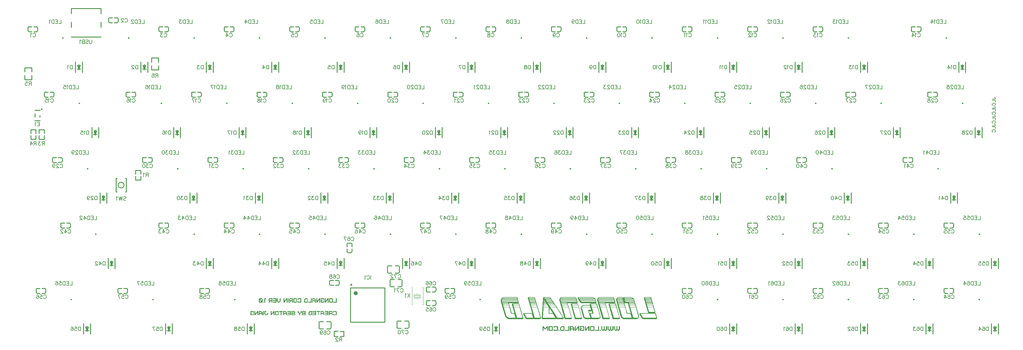
<source format=gbo>
G04 Layer: BottomSilkLayer*
G04 EasyEDA v6.4.5, 2020-09-08T15:15:43+08:00*
G04 f0e53531bd8345db8f7cb9e7e530f99a,98eef565fa774a6b8f51c3c50c7f61d6,10*
G04 Gerber Generator version 0.2*
G04 Scale: 100 percent, Rotated: No, Reflected: No *
G04 Dimensions in millimeters *
G04 leading zeros omitted , absolute positions ,3 integer and 3 decimal *
%FSLAX33Y33*%
%MOMM*%
G90*
G71D02*

%ADD10C,0.254000*%
%ADD30C,0.101600*%
%ADD31C,0.100000*%
%ADD32C,0.599999*%
%ADD33C,0.299999*%
%ADD34C,0.203200*%
%ADD35C,0.152400*%

%LPD*%
G54D10*
G01X30023Y43881D02*
G01X30023Y47881D01*
G01X27123Y43881D02*
G01X27123Y47881D01*
G01X30023Y43881D02*
G01X29805Y43881D01*
G01X27342Y43881D02*
G01X27123Y43881D01*
G01X30023Y47881D02*
G01X29805Y47881D01*
G01X27342Y47881D02*
G01X27123Y47881D01*
G01X89673Y4301D02*
G01X89673Y5901D01*
G01X86173Y4301D02*
G01X86173Y5901D01*
G01X88423Y6141D02*
G01X89473Y6141D01*
G01X88423Y4061D02*
G01X89473Y4061D01*
G01X87423Y6141D02*
G01X86373Y6141D01*
G01X87423Y4061D02*
G01X86373Y4061D01*
G01X86173Y4282D02*
G01X86173Y4301D01*
G01X86173Y4262D02*
G01X86173Y4301D01*
G01X86173Y5941D02*
G01X86173Y5901D01*
G01X89673Y4262D02*
G01X89673Y4301D01*
G01X89673Y5941D02*
G01X89673Y5901D01*
G01X108843Y6071D02*
G01X108843Y4471D01*
G01X112343Y6071D02*
G01X112343Y4471D01*
G01X110093Y4231D02*
G01X109043Y4231D01*
G01X110093Y6311D02*
G01X109043Y6311D01*
G01X111093Y4231D02*
G01X112143Y4231D01*
G01X111093Y6311D02*
G01X112143Y6311D01*
G01X112343Y6091D02*
G01X112343Y6071D01*
G01X112343Y6111D02*
G01X112343Y6071D01*
G01X112343Y4431D02*
G01X112343Y4471D01*
G01X108843Y6111D02*
G01X108843Y6071D01*
G01X108843Y4432D02*
G01X108843Y4471D01*
G01X106853Y18181D02*
G01X106853Y16581D01*
G01X110353Y18181D02*
G01X110353Y16581D01*
G01X108103Y16341D02*
G01X107053Y16341D01*
G01X108103Y18421D02*
G01X107053Y18421D01*
G01X109103Y16341D02*
G01X110153Y16341D01*
G01X109103Y18421D02*
G01X110153Y18421D01*
G01X110353Y18201D02*
G01X110353Y18181D01*
G01X110353Y18221D02*
G01X110353Y18181D01*
G01X110353Y16541D02*
G01X110353Y16581D01*
G01X106853Y18221D02*
G01X106853Y18181D01*
G01X106853Y16542D02*
G01X106853Y16581D01*
G01X106103Y22141D02*
G01X106103Y20541D01*
G01X109603Y22141D02*
G01X109603Y20541D01*
G01X107353Y20301D02*
G01X106303Y20301D01*
G01X107353Y22381D02*
G01X106303Y22381D01*
G01X108353Y20301D02*
G01X109403Y20301D01*
G01X108353Y22381D02*
G01X109403Y22381D01*
G01X109603Y22161D02*
G01X109603Y22141D01*
G01X109603Y22181D02*
G01X109603Y22141D01*
G01X109603Y20501D02*
G01X109603Y20541D01*
G01X106103Y22181D02*
G01X106103Y22141D01*
G01X106103Y20501D02*
G01X106103Y20541D01*
G01X2573Y77861D02*
G01X2573Y76611D01*
G01X534Y77861D02*
G01X534Y76611D01*
G01X2573Y78861D02*
G01X2573Y80111D01*
G01X534Y78861D02*
G01X534Y80111D01*
G01X2573Y76611D02*
G01X534Y76611D01*
G01X2573Y80111D02*
G01X534Y80111D01*
G01X39463Y80701D02*
G01X39463Y79451D01*
G01X37423Y80701D02*
G01X37423Y79451D01*
G01X39463Y81701D02*
G01X39463Y82951D01*
G01X37423Y81701D02*
G01X37423Y82951D01*
G01X39463Y79451D02*
G01X37423Y79451D01*
G01X39463Y82951D02*
G01X37423Y82951D01*
G01X32783Y48521D02*
G01X32783Y47420D01*
G01X34283Y48521D02*
G01X34283Y47420D01*
G01X32789Y49122D02*
G01X32789Y50222D01*
G01X34289Y49122D02*
G01X34289Y50222D01*
G01X34283Y50222D02*
G01X32783Y50222D01*
G01X34283Y47421D02*
G01X32783Y47421D01*
G01X91723Y3322D02*
G01X90622Y3322D01*
G01X91723Y1821D02*
G01X90622Y1821D01*
G01X92324Y3316D02*
G01X93424Y3316D01*
G01X92324Y1816D02*
G01X93424Y1816D01*
G01X93424Y1821D02*
G01X93424Y3322D01*
G01X90623Y1821D02*
G01X90623Y3322D01*
G01X16274Y79733D02*
G01X16680Y80749D01*
G01X16680Y80749D02*
G01X15867Y80749D01*
G01X15867Y80749D02*
G01X16274Y79733D01*
G01X17274Y78741D02*
G01X17274Y81741D01*
G01X15274Y78741D02*
G01X15274Y81741D01*
G01X16782Y79733D02*
G01X15766Y79733D01*
G01X16274Y79479D02*
G01X16274Y81003D01*
G01X35313Y79733D02*
G01X35720Y80749D01*
G01X35720Y80749D02*
G01X34907Y80749D01*
G01X34907Y80749D02*
G01X35313Y79733D01*
G01X36313Y78741D02*
G01X36313Y81741D01*
G01X34313Y78741D02*
G01X34313Y81741D01*
G01X35821Y79733D02*
G01X34805Y79733D01*
G01X35313Y79479D02*
G01X35313Y81003D01*
G01X54373Y79733D02*
G01X54780Y80749D01*
G01X54780Y80749D02*
G01X53967Y80749D01*
G01X53967Y80749D02*
G01X54373Y79733D01*
G01X55373Y78741D02*
G01X55373Y81741D01*
G01X53373Y78741D02*
G01X53373Y81741D01*
G01X54881Y79733D02*
G01X53865Y79733D01*
G01X54373Y79479D02*
G01X54373Y81003D01*
G01X73413Y79733D02*
G01X73820Y80749D01*
G01X73820Y80749D02*
G01X73007Y80749D01*
G01X73007Y80749D02*
G01X73413Y79733D01*
G01X74413Y78741D02*
G01X74413Y81741D01*
G01X72413Y78741D02*
G01X72413Y81741D01*
G01X73921Y79733D02*
G01X72905Y79733D01*
G01X73413Y79479D02*
G01X73413Y81003D01*
G01X92463Y79733D02*
G01X92870Y80749D01*
G01X92870Y80749D02*
G01X92057Y80749D01*
G01X92057Y80749D02*
G01X92463Y79733D01*
G01X93463Y78741D02*
G01X93463Y81741D01*
G01X91463Y78741D02*
G01X91463Y81741D01*
G01X92971Y79733D02*
G01X91955Y79733D01*
G01X92463Y79479D02*
G01X92463Y81003D01*
G01X111513Y79733D02*
G01X111920Y80749D01*
G01X111920Y80749D02*
G01X111107Y80749D01*
G01X111107Y80749D02*
G01X111513Y79733D01*
G01X112513Y78741D02*
G01X112513Y81741D01*
G01X110513Y78741D02*
G01X110513Y81741D01*
G01X112021Y79733D02*
G01X111005Y79733D01*
G01X111513Y79479D02*
G01X111513Y81003D01*
G01X130573Y79733D02*
G01X130980Y80749D01*
G01X130980Y80749D02*
G01X130167Y80749D01*
G01X130167Y80749D02*
G01X130573Y79733D01*
G01X131573Y78741D02*
G01X131573Y81741D01*
G01X129573Y78741D02*
G01X129573Y81741D01*
G01X131081Y79733D02*
G01X130065Y79733D01*
G01X130573Y79479D02*
G01X130573Y81003D01*
G01X149623Y79733D02*
G01X150030Y80749D01*
G01X150030Y80749D02*
G01X149217Y80749D01*
G01X149217Y80749D02*
G01X149623Y79733D01*
G01X150623Y78741D02*
G01X150623Y81741D01*
G01X148623Y78741D02*
G01X148623Y81741D01*
G01X150131Y79733D02*
G01X149115Y79733D01*
G01X149623Y79479D02*
G01X149623Y81003D01*
G01X168663Y79733D02*
G01X169070Y80749D01*
G01X169070Y80749D02*
G01X168257Y80749D01*
G01X168257Y80749D02*
G01X168663Y79733D01*
G01X169663Y78741D02*
G01X169663Y81741D01*
G01X167663Y78741D02*
G01X167663Y81741D01*
G01X169171Y79733D02*
G01X168155Y79733D01*
G01X168663Y79479D02*
G01X168663Y81003D01*
G01X187713Y79733D02*
G01X188120Y80749D01*
G01X188120Y80749D02*
G01X187307Y80749D01*
G01X187307Y80749D02*
G01X187713Y79733D01*
G01X188713Y78741D02*
G01X188713Y81741D01*
G01X186713Y78741D02*
G01X186713Y81741D01*
G01X188221Y79733D02*
G01X187205Y79733D01*
G01X187713Y79479D02*
G01X187713Y81003D01*
G01X206773Y79733D02*
G01X207180Y80749D01*
G01X207180Y80749D02*
G01X206367Y80749D01*
G01X206367Y80749D02*
G01X206773Y79733D01*
G01X207773Y78741D02*
G01X207773Y81741D01*
G01X205773Y78741D02*
G01X205773Y81741D01*
G01X207281Y79733D02*
G01X206265Y79733D01*
G01X206773Y79479D02*
G01X206773Y81003D01*
G01X225823Y79733D02*
G01X226229Y80749D01*
G01X226229Y80749D02*
G01X225417Y80749D01*
G01X225417Y80749D02*
G01X225823Y79733D01*
G01X226823Y78741D02*
G01X226823Y81741D01*
G01X224823Y78741D02*
G01X224823Y81741D01*
G01X226331Y79733D02*
G01X225315Y79733D01*
G01X225823Y79479D02*
G01X225823Y81003D01*
G01X244873Y79733D02*
G01X245279Y80749D01*
G01X245279Y80749D02*
G01X244467Y80749D01*
G01X244467Y80749D02*
G01X244873Y79733D01*
G01X245873Y78741D02*
G01X245873Y81741D01*
G01X243873Y78741D02*
G01X243873Y81741D01*
G01X245381Y79733D02*
G01X244365Y79733D01*
G01X244873Y79479D02*
G01X244873Y81003D01*
G01X273443Y79733D02*
G01X273849Y80749D01*
G01X273849Y80749D02*
G01X273037Y80749D01*
G01X273037Y80749D02*
G01X273443Y79733D01*
G01X274443Y78741D02*
G01X274443Y81741D01*
G01X272443Y78741D02*
G01X272443Y81741D01*
G01X273951Y79733D02*
G01X272935Y79733D01*
G01X273443Y79479D02*
G01X273443Y81003D01*
G01X21033Y60683D02*
G01X21440Y61699D01*
G01X21440Y61699D02*
G01X20627Y61699D01*
G01X20627Y61699D02*
G01X21033Y60683D01*
G01X22033Y59691D02*
G01X22033Y62691D01*
G01X20033Y59691D02*
G01X20033Y62691D01*
G01X21541Y60683D02*
G01X20525Y60683D01*
G01X21033Y60429D02*
G01X21033Y61953D01*
G01X44843Y60683D02*
G01X45250Y61699D01*
G01X45250Y61699D02*
G01X44437Y61699D01*
G01X44437Y61699D02*
G01X44843Y60683D01*
G01X45843Y59691D02*
G01X45843Y62691D01*
G01X43843Y59691D02*
G01X43843Y62691D01*
G01X45351Y60683D02*
G01X44335Y60683D01*
G01X44843Y60429D02*
G01X44843Y61953D01*
G01X63893Y60683D02*
G01X64300Y61699D01*
G01X64300Y61699D02*
G01X63487Y61699D01*
G01X63487Y61699D02*
G01X63893Y60683D01*
G01X64893Y59691D02*
G01X64893Y62691D01*
G01X62893Y59691D02*
G01X62893Y62691D01*
G01X64401Y60683D02*
G01X63385Y60683D01*
G01X63893Y60429D02*
G01X63893Y61953D01*
G01X82943Y60683D02*
G01X83350Y61699D01*
G01X83350Y61699D02*
G01X82537Y61699D01*
G01X82537Y61699D02*
G01X82943Y60683D01*
G01X83943Y59691D02*
G01X83943Y62691D01*
G01X81943Y59691D02*
G01X81943Y62691D01*
G01X83451Y60683D02*
G01X82435Y60683D01*
G01X82943Y60429D02*
G01X82943Y61953D01*
G01X101993Y60683D02*
G01X102400Y61699D01*
G01X102400Y61699D02*
G01X101587Y61699D01*
G01X101587Y61699D02*
G01X101993Y60683D01*
G01X102993Y59691D02*
G01X102993Y62691D01*
G01X100993Y59691D02*
G01X100993Y62691D01*
G01X102501Y60683D02*
G01X101485Y60683D01*
G01X101993Y60429D02*
G01X101993Y61953D01*
G01X121043Y60683D02*
G01X121450Y61699D01*
G01X121450Y61699D02*
G01X120637Y61699D01*
G01X120637Y61699D02*
G01X121043Y60683D01*
G01X122043Y59691D02*
G01X122043Y62691D01*
G01X120043Y59691D02*
G01X120043Y62691D01*
G01X121551Y60683D02*
G01X120535Y60683D01*
G01X121043Y60429D02*
G01X121043Y61953D01*
G01X140093Y60683D02*
G01X140500Y61699D01*
G01X140500Y61699D02*
G01X139687Y61699D01*
G01X139687Y61699D02*
G01X140093Y60683D01*
G01X141093Y59691D02*
G01X141093Y62691D01*
G01X139093Y59691D02*
G01X139093Y62691D01*
G01X140601Y60683D02*
G01X139585Y60683D01*
G01X140093Y60429D02*
G01X140093Y61953D01*
G01X159143Y60683D02*
G01X159550Y61699D01*
G01X159550Y61699D02*
G01X158737Y61699D01*
G01X158737Y61699D02*
G01X159143Y60683D01*
G01X160143Y59691D02*
G01X160143Y62691D01*
G01X158143Y59691D02*
G01X158143Y62691D01*
G01X159651Y60683D02*
G01X158635Y60683D01*
G01X159143Y60429D02*
G01X159143Y61953D01*
G01X178193Y60683D02*
G01X178600Y61699D01*
G01X178600Y61699D02*
G01X177787Y61699D01*
G01X177787Y61699D02*
G01X178193Y60683D01*
G01X179193Y59691D02*
G01X179193Y62691D01*
G01X177193Y59691D02*
G01X177193Y62691D01*
G01X178701Y60683D02*
G01X177685Y60683D01*
G01X178193Y60429D02*
G01X178193Y61953D01*
G01X197243Y60683D02*
G01X197650Y61699D01*
G01X197650Y61699D02*
G01X196837Y61699D01*
G01X196837Y61699D02*
G01X197243Y60683D01*
G01X198243Y59691D02*
G01X198243Y62691D01*
G01X196243Y59691D02*
G01X196243Y62691D01*
G01X197751Y60683D02*
G01X196735Y60683D01*
G01X197243Y60429D02*
G01X197243Y61953D01*
G01X216293Y60683D02*
G01X216699Y61699D01*
G01X216699Y61699D02*
G01X215887Y61699D01*
G01X215887Y61699D02*
G01X216293Y60683D01*
G01X217293Y59691D02*
G01X217293Y62691D01*
G01X215293Y59691D02*
G01X215293Y62691D01*
G01X216801Y60683D02*
G01X215785Y60683D01*
G01X216293Y60429D02*
G01X216293Y61953D01*
G01X235343Y60683D02*
G01X235749Y61699D01*
G01X235749Y61699D02*
G01X234937Y61699D01*
G01X234937Y61699D02*
G01X235343Y60683D01*
G01X236343Y59691D02*
G01X236343Y62691D01*
G01X234343Y59691D02*
G01X234343Y62691D01*
G01X235851Y60683D02*
G01X234835Y60683D01*
G01X235343Y60429D02*
G01X235343Y61953D01*
G01X254393Y60683D02*
G01X254799Y61699D01*
G01X254799Y61699D02*
G01X253987Y61699D01*
G01X253987Y61699D02*
G01X254393Y60683D01*
G01X255393Y59691D02*
G01X255393Y62691D01*
G01X253393Y59691D02*
G01X253393Y62691D01*
G01X254901Y60683D02*
G01X253885Y60683D01*
G01X254393Y60429D02*
G01X254393Y61953D01*
G01X278203Y60683D02*
G01X278609Y61699D01*
G01X278609Y61699D02*
G01X277797Y61699D01*
G01X277797Y61699D02*
G01X278203Y60683D01*
G01X279203Y59691D02*
G01X279203Y62691D01*
G01X277203Y59691D02*
G01X277203Y62691D01*
G01X278711Y60683D02*
G01X277695Y60683D01*
G01X278203Y60429D02*
G01X278203Y61953D01*
G01X23413Y41633D02*
G01X23820Y42649D01*
G01X23820Y42649D02*
G01X23007Y42649D01*
G01X23007Y42649D02*
G01X23413Y41633D01*
G01X24413Y40641D02*
G01X24413Y43641D01*
G01X22414Y40641D02*
G01X22414Y43641D01*
G01X23921Y41633D02*
G01X22905Y41633D01*
G01X23413Y41379D02*
G01X23413Y42903D01*
G01X49603Y41633D02*
G01X50010Y42649D01*
G01X50010Y42649D02*
G01X49197Y42649D01*
G01X49197Y42649D02*
G01X49603Y41633D01*
G01X50603Y40641D02*
G01X50603Y43641D01*
G01X48603Y40641D02*
G01X48603Y43641D01*
G01X50111Y41633D02*
G01X49095Y41633D01*
G01X49603Y41379D02*
G01X49603Y42903D01*
G01X68643Y41633D02*
G01X69050Y42649D01*
G01X69050Y42649D02*
G01X68237Y42649D01*
G01X68237Y42649D02*
G01X68643Y41633D01*
G01X69643Y40641D02*
G01X69643Y43641D01*
G01X67643Y40641D02*
G01X67643Y43641D01*
G01X69151Y41633D02*
G01X68135Y41633D01*
G01X68643Y41379D02*
G01X68643Y42903D01*
G01X87703Y41633D02*
G01X88110Y42649D01*
G01X88110Y42649D02*
G01X87297Y42649D01*
G01X87297Y42649D02*
G01X87703Y41633D01*
G01X88703Y40641D02*
G01X88703Y43641D01*
G01X86703Y40641D02*
G01X86703Y43641D01*
G01X88211Y41633D02*
G01X87195Y41633D01*
G01X87703Y41379D02*
G01X87703Y42903D01*
G01X106753Y41633D02*
G01X107160Y42649D01*
G01X107160Y42649D02*
G01X106347Y42649D01*
G01X106347Y42649D02*
G01X106753Y41633D01*
G01X107753Y40641D02*
G01X107753Y43641D01*
G01X105753Y40641D02*
G01X105753Y43641D01*
G01X107261Y41633D02*
G01X106245Y41633D01*
G01X106753Y41379D02*
G01X106753Y42903D01*
G01X125803Y41633D02*
G01X126210Y42649D01*
G01X126210Y42649D02*
G01X125397Y42649D01*
G01X125397Y42649D02*
G01X125803Y41633D01*
G01X126803Y40641D02*
G01X126803Y43641D01*
G01X124803Y40641D02*
G01X124803Y43641D01*
G01X126311Y41633D02*
G01X125295Y41633D01*
G01X125803Y41379D02*
G01X125803Y42903D01*
G01X144853Y41633D02*
G01X145260Y42649D01*
G01X145260Y42649D02*
G01X144447Y42649D01*
G01X144447Y42649D02*
G01X144853Y41633D01*
G01X145853Y40641D02*
G01X145853Y43641D01*
G01X143853Y40641D02*
G01X143853Y43641D01*
G01X145361Y41633D02*
G01X144345Y41633D01*
G01X144853Y41379D02*
G01X144853Y42903D01*
G01X163903Y41633D02*
G01X164310Y42649D01*
G01X164310Y42649D02*
G01X163497Y42649D01*
G01X163497Y42649D02*
G01X163903Y41633D01*
G01X164903Y40641D02*
G01X164903Y43641D01*
G01X162903Y40641D02*
G01X162903Y43641D01*
G01X164411Y41633D02*
G01X163395Y41633D01*
G01X163903Y41379D02*
G01X163903Y42903D01*
G01X182953Y41633D02*
G01X183360Y42649D01*
G01X183360Y42649D02*
G01X182547Y42649D01*
G01X182547Y42649D02*
G01X182953Y41633D01*
G01X183953Y40641D02*
G01X183953Y43641D01*
G01X181953Y40641D02*
G01X181953Y43641D01*
G01X183461Y41633D02*
G01X182445Y41633D01*
G01X182953Y41379D02*
G01X182953Y42903D01*
G01X202003Y41633D02*
G01X202410Y42649D01*
G01X202410Y42649D02*
G01X201597Y42649D01*
G01X201597Y42649D02*
G01X202003Y41633D01*
G01X203003Y40641D02*
G01X203003Y43641D01*
G01X201003Y40641D02*
G01X201003Y43641D01*
G01X202511Y41633D02*
G01X201495Y41633D01*
G01X202003Y41379D02*
G01X202003Y42903D01*
G01X221053Y41633D02*
G01X221459Y42649D01*
G01X221459Y42649D02*
G01X220647Y42649D01*
G01X220647Y42649D02*
G01X221053Y41633D01*
G01X222053Y40641D02*
G01X222053Y43641D01*
G01X220053Y40641D02*
G01X220053Y43641D01*
G01X221561Y41633D02*
G01X220545Y41633D01*
G01X221053Y41379D02*
G01X221053Y42903D01*
G01X240103Y41633D02*
G01X240509Y42649D01*
G01X240509Y42649D02*
G01X239697Y42649D01*
G01X239697Y42649D02*
G01X240103Y41633D01*
G01X241103Y40641D02*
G01X241103Y43641D01*
G01X239103Y40641D02*
G01X239103Y43641D01*
G01X240611Y41633D02*
G01X239595Y41633D01*
G01X240103Y41379D02*
G01X240103Y42903D01*
G01X271063Y41633D02*
G01X271469Y42649D01*
G01X271469Y42649D02*
G01X270657Y42649D01*
G01X270657Y42649D02*
G01X271063Y41633D01*
G01X272063Y40641D02*
G01X272063Y43641D01*
G01X270063Y40641D02*
G01X270063Y43641D01*
G01X271571Y41633D02*
G01X270555Y41633D01*
G01X271063Y41379D02*
G01X271063Y42903D01*
G01X25783Y22583D02*
G01X26190Y23599D01*
G01X26190Y23599D02*
G01X25377Y23599D01*
G01X25377Y23599D02*
G01X25783Y22583D01*
G01X26783Y21591D02*
G01X26783Y24591D01*
G01X24783Y21591D02*
G01X24783Y24591D01*
G01X26291Y22583D02*
G01X25275Y22583D01*
G01X25783Y22329D02*
G01X25783Y23853D01*
G01X54353Y22583D02*
G01X54760Y23599D01*
G01X54760Y23599D02*
G01X53947Y23599D01*
G01X53947Y23599D02*
G01X54353Y22583D01*
G01X55353Y21591D02*
G01X55353Y24591D01*
G01X53353Y21591D02*
G01X53353Y24591D01*
G01X54861Y22583D02*
G01X53845Y22583D01*
G01X54353Y22329D02*
G01X54353Y23853D01*
G01X73403Y22583D02*
G01X73810Y23599D01*
G01X73810Y23599D02*
G01X72997Y23599D01*
G01X72997Y23599D02*
G01X73403Y22583D01*
G01X74403Y21591D02*
G01X74403Y24591D01*
G01X72403Y21591D02*
G01X72403Y24591D01*
G01X73911Y22583D02*
G01X72895Y22583D01*
G01X73403Y22329D02*
G01X73403Y23853D01*
G01X92463Y22583D02*
G01X92870Y23599D01*
G01X92870Y23599D02*
G01X92057Y23599D01*
G01X92057Y23599D02*
G01X92463Y22583D01*
G01X93463Y21591D02*
G01X93463Y24591D01*
G01X91463Y21591D02*
G01X91463Y24591D01*
G01X92971Y22583D02*
G01X91955Y22583D01*
G01X92463Y22329D02*
G01X92463Y23853D01*
G01X111513Y22583D02*
G01X111920Y23599D01*
G01X111920Y23599D02*
G01X111107Y23599D01*
G01X111107Y23599D02*
G01X111513Y22583D01*
G01X112513Y21591D02*
G01X112513Y24591D01*
G01X110513Y21591D02*
G01X110513Y24591D01*
G01X112021Y22583D02*
G01X111005Y22583D01*
G01X111513Y22329D02*
G01X111513Y23853D01*
G01X130573Y22583D02*
G01X130980Y23599D01*
G01X130980Y23599D02*
G01X130167Y23599D01*
G01X130167Y23599D02*
G01X130573Y22583D01*
G01X131573Y21591D02*
G01X131573Y24591D01*
G01X129573Y21591D02*
G01X129573Y24591D01*
G01X131081Y22583D02*
G01X130065Y22583D01*
G01X130573Y22329D02*
G01X130573Y23853D01*
G01X149613Y22583D02*
G01X150020Y23599D01*
G01X150020Y23599D02*
G01X149207Y23599D01*
G01X149207Y23599D02*
G01X149613Y22583D01*
G01X150613Y21591D02*
G01X150613Y24591D01*
G01X148613Y21591D02*
G01X148613Y24591D01*
G01X150121Y22583D02*
G01X149105Y22583D01*
G01X149613Y22329D02*
G01X149613Y23853D01*
G01X168663Y22583D02*
G01X169070Y23599D01*
G01X169070Y23599D02*
G01X168257Y23599D01*
G01X168257Y23599D02*
G01X168663Y22583D01*
G01X169663Y21591D02*
G01X169663Y24591D01*
G01X167663Y21591D02*
G01X167663Y24591D01*
G01X169171Y22583D02*
G01X168155Y22583D01*
G01X168663Y22329D02*
G01X168663Y23853D01*
G01X187723Y22583D02*
G01X188130Y23599D01*
G01X188130Y23599D02*
G01X187317Y23599D01*
G01X187317Y23599D02*
G01X187723Y22583D01*
G01X188723Y21591D02*
G01X188723Y24591D01*
G01X186723Y21591D02*
G01X186723Y24591D01*
G01X188231Y22583D02*
G01X187215Y22583D01*
G01X187723Y22329D02*
G01X187723Y23853D01*
G01X206763Y22583D02*
G01X207169Y23599D01*
G01X207169Y23599D02*
G01X206357Y23599D01*
G01X206357Y23599D02*
G01X206763Y22583D01*
G01X207763Y21591D02*
G01X207763Y24591D01*
G01X205763Y21591D02*
G01X205763Y24591D01*
G01X207271Y22583D02*
G01X206255Y22583D01*
G01X206763Y22329D02*
G01X206763Y23853D01*
G01X225823Y22583D02*
G01X226229Y23599D01*
G01X226229Y23599D02*
G01X225417Y23599D01*
G01X225417Y23599D02*
G01X225823Y22583D01*
G01X226823Y21591D02*
G01X226823Y24591D01*
G01X224823Y21591D02*
G01X224823Y24591D01*
G01X226331Y22583D02*
G01X225315Y22583D01*
G01X225823Y22329D02*
G01X225823Y23853D01*
G01X244863Y22583D02*
G01X245269Y23599D01*
G01X245269Y23599D02*
G01X244457Y23599D01*
G01X244457Y23599D02*
G01X244863Y22583D01*
G01X245863Y21591D02*
G01X245863Y24591D01*
G01X243863Y21591D02*
G01X243863Y24591D01*
G01X245371Y22583D02*
G01X244355Y22583D01*
G01X244863Y22329D02*
G01X244863Y23853D01*
G01X263913Y22583D02*
G01X264319Y23599D01*
G01X264319Y23599D02*
G01X263507Y23599D01*
G01X263507Y23599D02*
G01X263913Y22583D01*
G01X264913Y21591D02*
G01X264913Y24591D01*
G01X262913Y21591D02*
G01X262913Y24591D01*
G01X264421Y22583D02*
G01X263405Y22583D01*
G01X263913Y22329D02*
G01X263913Y23853D01*
G01X282963Y22583D02*
G01X283369Y23599D01*
G01X283369Y23599D02*
G01X282557Y23599D01*
G01X282557Y23599D02*
G01X282963Y22583D01*
G01X283963Y21591D02*
G01X283963Y24591D01*
G01X281963Y21591D02*
G01X281963Y24591D01*
G01X283471Y22583D02*
G01X282455Y22583D01*
G01X282963Y22329D02*
G01X282963Y23853D01*
G01X18653Y3533D02*
G01X19060Y4549D01*
G01X19060Y4549D02*
G01X18247Y4549D01*
G01X18247Y4549D02*
G01X18653Y3533D01*
G01X19653Y2541D02*
G01X19653Y5541D01*
G01X17653Y2541D02*
G01X17653Y5541D01*
G01X19161Y3533D02*
G01X18145Y3533D01*
G01X18653Y3279D02*
G01X18653Y4803D01*
G01X42453Y3533D02*
G01X42860Y4549D01*
G01X42860Y4549D02*
G01X42047Y4549D01*
G01X42047Y4549D02*
G01X42453Y3533D01*
G01X43453Y2541D02*
G01X43453Y5541D01*
G01X41453Y2541D02*
G01X41453Y5541D01*
G01X42961Y3533D02*
G01X41945Y3533D01*
G01X42453Y3279D02*
G01X42453Y4803D01*
G01X66273Y3533D02*
G01X66680Y4549D01*
G01X66680Y4549D02*
G01X65867Y4549D01*
G01X65867Y4549D02*
G01X66273Y3533D01*
G01X67273Y2541D02*
G01X67273Y5541D01*
G01X65273Y2541D02*
G01X65273Y5541D01*
G01X66781Y3533D02*
G01X65765Y3533D01*
G01X66273Y3279D02*
G01X66273Y4803D01*
G01X137713Y3533D02*
G01X138120Y4549D01*
G01X138120Y4549D02*
G01X137307Y4549D01*
G01X137307Y4549D02*
G01X137713Y3533D01*
G01X138713Y2541D02*
G01X138713Y5541D01*
G01X136713Y2541D02*
G01X136713Y5541D01*
G01X138221Y3533D02*
G01X137205Y3533D01*
G01X137713Y3279D02*
G01X137713Y4803D01*
G01X206763Y3533D02*
G01X207170Y4549D01*
G01X207170Y4549D02*
G01X206357Y4549D01*
G01X206357Y4549D02*
G01X206763Y3533D01*
G01X207763Y2541D02*
G01X207763Y5541D01*
G01X205763Y2541D02*
G01X205763Y5541D01*
G01X207271Y3533D02*
G01X206255Y3533D01*
G01X206763Y3279D02*
G01X206763Y4803D01*
G01X225823Y3533D02*
G01X226229Y4549D01*
G01X226229Y4549D02*
G01X225417Y4549D01*
G01X225417Y4549D02*
G01X225823Y3533D01*
G01X226823Y2541D02*
G01X226823Y5541D01*
G01X224823Y2541D02*
G01X224823Y5541D01*
G01X226331Y3533D02*
G01X225315Y3533D01*
G01X225823Y3279D02*
G01X225823Y4803D01*
G01X244863Y3533D02*
G01X245269Y4549D01*
G01X245269Y4549D02*
G01X244457Y4549D01*
G01X244457Y4549D02*
G01X244863Y3533D01*
G01X245863Y2541D02*
G01X245863Y5541D01*
G01X243863Y2541D02*
G01X243863Y5541D01*
G01X245371Y3533D02*
G01X244355Y3533D01*
G01X244863Y3279D02*
G01X244863Y4803D01*
G01X263913Y3533D02*
G01X264319Y4549D01*
G01X264319Y4549D02*
G01X263507Y4549D01*
G01X263507Y4549D02*
G01X263913Y3533D01*
G01X264913Y2541D02*
G01X264913Y5541D01*
G01X262913Y2541D02*
G01X262913Y5541D01*
G01X264421Y3533D02*
G01X263405Y3533D01*
G01X263913Y3279D02*
G01X263913Y4803D01*
G01X282963Y3533D02*
G01X283369Y4549D01*
G01X283369Y4549D02*
G01X282557Y4549D01*
G01X282557Y4549D02*
G01X282963Y3533D01*
G01X283963Y2541D02*
G01X283963Y5541D01*
G01X281963Y2541D02*
G01X281963Y5541D01*
G01X283471Y3533D02*
G01X282455Y3533D01*
G01X282963Y3279D02*
G01X282963Y4803D01*
G54D30*
G01X116158Y16054D02*
G01X116473Y16054D01*
G01X113254Y16054D02*
G01X113448Y16054D01*
G01X116159Y11052D02*
G01X116473Y11052D01*
G01X113254Y11052D02*
G01X113449Y11052D01*
G01X113254Y11052D02*
G01X113254Y16054D01*
G01X116473Y16055D02*
G01X116473Y11056D01*
G54D31*
G01X114694Y12888D02*
G01X114694Y12588D01*
G01X113694Y12988D02*
G01X115794Y12988D01*
G01X113794Y13688D02*
G01X115694Y13688D01*
G01X115694Y13288D01*
G01X113794Y13288D01*
G01X113794Y13688D01*
G01X113694Y13988D02*
G01X115794Y13988D01*
G01X114694Y14488D02*
G01X114694Y14088D01*
G54D10*
G01X4654Y60311D02*
G01X4654Y59210D01*
G01X6154Y60311D02*
G01X6154Y59210D01*
G01X4659Y60912D02*
G01X4659Y62012D01*
G01X6159Y60912D02*
G01X6159Y62012D01*
G01X6154Y62012D02*
G01X4654Y62012D01*
G01X6154Y59211D02*
G01X4654Y59211D01*
G01X2254Y60311D02*
G01X2254Y59210D01*
G01X3754Y60311D02*
G01X3754Y59210D01*
G01X2259Y60912D02*
G01X2259Y62012D01*
G01X3759Y60912D02*
G01X3759Y62012D01*
G01X3754Y62012D02*
G01X2254Y62012D01*
G01X3754Y59211D02*
G01X2254Y59211D01*
G01X2565Y92009D02*
G01X1765Y92009D01*
G01X1455Y90899D02*
G01X1455Y91699D01*
G01X2565Y90590D02*
G01X1765Y90590D01*
G01X3141Y92015D02*
G01X3941Y92015D01*
G01X3141Y90596D02*
G01X3941Y90596D01*
G01X4251Y90905D02*
G01X4251Y91705D01*
G01X26572Y93233D02*
G01X27372Y93233D01*
G01X27682Y94343D02*
G01X27682Y93543D01*
G01X26572Y94653D02*
G01X27372Y94653D01*
G01X25996Y93227D02*
G01X25196Y93227D01*
G01X25996Y94647D02*
G01X25196Y94647D01*
G01X24886Y94337D02*
G01X24886Y93537D01*
G01X40665Y92009D02*
G01X39865Y92009D01*
G01X39555Y90899D02*
G01X39555Y91699D01*
G01X40665Y90590D02*
G01X39865Y90590D01*
G01X41241Y92015D02*
G01X42041Y92015D01*
G01X41241Y90596D02*
G01X42041Y90596D01*
G01X42350Y90905D02*
G01X42350Y91705D01*
G01X59705Y92009D02*
G01X58905Y92009D01*
G01X58595Y90899D02*
G01X58595Y91699D01*
G01X59705Y90590D02*
G01X58905Y90590D01*
G01X60281Y92015D02*
G01X61081Y92015D01*
G01X60281Y90596D02*
G01X61081Y90596D01*
G01X61390Y90905D02*
G01X61390Y91705D01*
G01X78755Y92009D02*
G01X77955Y92009D01*
G01X77645Y90899D02*
G01X77645Y91699D01*
G01X78755Y90590D02*
G01X77955Y90590D01*
G01X79331Y92015D02*
G01X80131Y92015D01*
G01X79331Y90596D02*
G01X80131Y90596D01*
G01X80440Y90905D02*
G01X80440Y91705D01*
G01X97805Y92009D02*
G01X97005Y92009D01*
G01X96695Y90899D02*
G01X96695Y91699D01*
G01X97805Y90590D02*
G01X97005Y90590D01*
G01X98381Y92015D02*
G01X99181Y92015D01*
G01X98381Y90596D02*
G01X99181Y90596D01*
G01X99490Y90905D02*
G01X99490Y91705D01*
G01X116865Y92009D02*
G01X116065Y92009D01*
G01X115755Y90899D02*
G01X115755Y91699D01*
G01X116865Y90590D02*
G01X116065Y90590D01*
G01X117441Y92015D02*
G01X118240Y92015D01*
G01X117441Y90596D02*
G01X118240Y90596D01*
G01X118550Y90905D02*
G01X118550Y91705D01*
G01X135915Y92009D02*
G01X135115Y92009D01*
G01X134805Y90899D02*
G01X134805Y91699D01*
G01X135915Y90590D02*
G01X135115Y90590D01*
G01X136490Y92015D02*
G01X137290Y92015D01*
G01X136490Y90596D02*
G01X137290Y90596D01*
G01X137600Y90905D02*
G01X137600Y91705D01*
G01X154955Y92009D02*
G01X154155Y92009D01*
G01X153845Y90899D02*
G01X153845Y91699D01*
G01X154955Y90590D02*
G01X154155Y90590D01*
G01X155530Y92015D02*
G01X156330Y92015D01*
G01X155530Y90596D02*
G01X156330Y90596D01*
G01X156640Y90905D02*
G01X156640Y91705D01*
G01X174005Y92009D02*
G01X173204Y92009D01*
G01X172895Y90899D02*
G01X172895Y91699D01*
G01X174005Y90590D02*
G01X173204Y90590D01*
G01X174580Y92015D02*
G01X175380Y92015D01*
G01X174580Y90596D02*
G01X175380Y90596D01*
G01X175690Y90905D02*
G01X175690Y91705D01*
G01X193064Y92009D02*
G01X192264Y92009D01*
G01X191955Y90899D02*
G01X191955Y91699D01*
G01X193064Y90590D02*
G01X192264Y90590D01*
G01X193640Y92015D02*
G01X194440Y92015D01*
G01X193640Y90596D02*
G01X194440Y90596D01*
G01X194750Y90905D02*
G01X194750Y91705D01*
G01X212114Y92009D02*
G01X211314Y92009D01*
G01X211005Y90899D02*
G01X211005Y91699D01*
G01X212114Y90590D02*
G01X211314Y90590D01*
G01X212690Y92015D02*
G01X213490Y92015D01*
G01X212690Y90596D02*
G01X213490Y90596D01*
G01X213800Y90905D02*
G01X213800Y91705D01*
G01X231164Y92009D02*
G01X230364Y92009D01*
G01X230055Y90899D02*
G01X230055Y91699D01*
G01X231164Y90590D02*
G01X230364Y90590D01*
G01X231740Y92015D02*
G01X232540Y92015D01*
G01X231740Y90596D02*
G01X232540Y90596D01*
G01X232850Y90905D02*
G01X232850Y91705D01*
G01X259734Y92009D02*
G01X258934Y92009D01*
G01X258625Y90899D02*
G01X258625Y91699D01*
G01X259734Y90590D02*
G01X258934Y90590D01*
G01X260310Y92015D02*
G01X261110Y92015D01*
G01X260310Y90596D02*
G01X261110Y90596D01*
G01X261420Y90905D02*
G01X261420Y91705D01*
G01X7325Y72979D02*
G01X6525Y72979D01*
G01X6215Y71870D02*
G01X6215Y72670D01*
G01X7325Y71560D02*
G01X6525Y71560D01*
G01X7901Y72985D02*
G01X8701Y72985D01*
G01X7901Y71566D02*
G01X8701Y71566D01*
G01X9011Y71875D02*
G01X9011Y72675D01*
G01X31125Y72979D02*
G01X30325Y72979D01*
G01X30015Y71870D02*
G01X30015Y72670D01*
G01X31125Y71560D02*
G01X30325Y71560D01*
G01X31701Y72985D02*
G01X32501Y72985D01*
G01X31701Y71566D02*
G01X32501Y71566D01*
G01X32810Y71875D02*
G01X32810Y72675D01*
G01X50185Y72979D02*
G01X49385Y72979D01*
G01X49075Y71870D02*
G01X49075Y72670D01*
G01X50185Y71560D02*
G01X49385Y71560D01*
G01X50761Y72985D02*
G01X51561Y72985D01*
G01X50761Y71566D02*
G01X51561Y71566D01*
G01X51870Y71875D02*
G01X51870Y72675D01*
G01X69235Y72979D02*
G01X68435Y72979D01*
G01X68125Y71870D02*
G01X68125Y72670D01*
G01X69235Y71560D02*
G01X68435Y71560D01*
G01X69811Y72985D02*
G01X70611Y72985D01*
G01X69811Y71566D02*
G01X70611Y71566D01*
G01X70920Y71875D02*
G01X70920Y72675D01*
G01X88285Y72979D02*
G01X87485Y72979D01*
G01X87175Y71870D02*
G01X87175Y72670D01*
G01X88285Y71560D02*
G01X87485Y71560D01*
G01X88861Y72985D02*
G01X89661Y72985D01*
G01X88861Y71566D02*
G01X89661Y71566D01*
G01X89970Y71875D02*
G01X89970Y72675D01*
G01X107335Y72979D02*
G01X106535Y72979D01*
G01X106225Y71870D02*
G01X106225Y72670D01*
G01X107335Y71560D02*
G01X106535Y71560D01*
G01X107911Y72985D02*
G01X108710Y72985D01*
G01X107911Y71566D02*
G01X108710Y71566D01*
G01X109020Y71875D02*
G01X109020Y72675D01*
G01X126385Y72979D02*
G01X125585Y72979D01*
G01X125275Y71870D02*
G01X125275Y72670D01*
G01X126385Y71560D02*
G01X125585Y71560D01*
G01X126960Y72985D02*
G01X127760Y72985D01*
G01X126960Y71566D02*
G01X127760Y71566D01*
G01X128070Y71875D02*
G01X128070Y72675D01*
G01X145435Y72979D02*
G01X144635Y72979D01*
G01X144325Y71870D02*
G01X144325Y72670D01*
G01X145435Y71560D02*
G01X144635Y71560D01*
G01X146010Y72985D02*
G01X146810Y72985D01*
G01X146010Y71566D02*
G01X146810Y71566D01*
G01X147120Y71875D02*
G01X147120Y72675D01*
G01X164485Y72979D02*
G01X163685Y72979D01*
G01X163375Y71870D02*
G01X163375Y72670D01*
G01X164485Y71560D02*
G01X163685Y71560D01*
G01X165060Y72985D02*
G01X165860Y72985D01*
G01X165060Y71566D02*
G01X165860Y71566D01*
G01X166170Y71875D02*
G01X166170Y72675D01*
G01X183534Y72979D02*
G01X182734Y72979D01*
G01X182425Y71870D02*
G01X182425Y72670D01*
G01X183534Y71560D02*
G01X182734Y71560D01*
G01X184110Y72985D02*
G01X184910Y72985D01*
G01X184110Y71566D02*
G01X184910Y71566D01*
G01X185220Y71875D02*
G01X185220Y72675D01*
G01X202584Y72979D02*
G01X201784Y72979D01*
G01X201475Y71870D02*
G01X201475Y72670D01*
G01X202584Y71560D02*
G01X201784Y71560D01*
G01X203160Y72985D02*
G01X203960Y72985D01*
G01X203160Y71566D02*
G01X203960Y71566D01*
G01X204270Y71875D02*
G01X204270Y72675D01*
G01X221634Y72979D02*
G01X220834Y72979D01*
G01X220525Y71870D02*
G01X220525Y72670D01*
G01X221634Y71560D02*
G01X220834Y71560D01*
G01X222210Y72985D02*
G01X223010Y72985D01*
G01X222210Y71566D02*
G01X223010Y71566D01*
G01X223320Y71875D02*
G01X223320Y72675D01*
G01X240684Y72979D02*
G01X239884Y72979D01*
G01X239575Y71870D02*
G01X239575Y72670D01*
G01X240684Y71560D02*
G01X239884Y71560D01*
G01X241260Y72985D02*
G01X242060Y72985D01*
G01X241260Y71566D02*
G01X242060Y71566D01*
G01X242370Y71875D02*
G01X242370Y72675D01*
G01X264494Y72979D02*
G01X263694Y72979D01*
G01X263384Y71870D02*
G01X263384Y72670D01*
G01X264494Y71560D02*
G01X263694Y71560D01*
G01X265070Y72985D02*
G01X265870Y72985D01*
G01X265070Y71566D02*
G01X265870Y71566D01*
G01X266180Y71875D02*
G01X266180Y72675D01*
G01X9705Y53929D02*
G01X8905Y53929D01*
G01X8595Y52820D02*
G01X8595Y53620D01*
G01X9705Y52510D02*
G01X8905Y52510D01*
G01X10281Y53935D02*
G01X11081Y53935D01*
G01X10281Y52516D02*
G01X11081Y52516D01*
G01X11391Y52825D02*
G01X11391Y53625D01*
G01X35895Y53929D02*
G01X35095Y53929D01*
G01X34785Y52820D02*
G01X34785Y53620D01*
G01X35895Y52510D02*
G01X35095Y52510D01*
G01X36471Y53935D02*
G01X37271Y53935D01*
G01X36471Y52516D02*
G01X37271Y52516D01*
G01X37580Y52825D02*
G01X37580Y53625D01*
G01X54945Y53929D02*
G01X54145Y53929D01*
G01X53835Y52820D02*
G01X53835Y53620D01*
G01X54945Y52510D02*
G01X54145Y52510D01*
G01X55521Y53935D02*
G01X56321Y53935D01*
G01X55521Y52516D02*
G01X56321Y52516D01*
G01X56630Y52825D02*
G01X56630Y53625D01*
G01X73985Y53929D02*
G01X73185Y53929D01*
G01X72875Y52820D02*
G01X72875Y53620D01*
G01X73985Y52510D02*
G01X73185Y52510D01*
G01X74561Y53935D02*
G01X75361Y53935D01*
G01X74561Y52516D02*
G01X75361Y52516D01*
G01X75670Y52825D02*
G01X75670Y53625D01*
G01X93045Y53929D02*
G01X92245Y53929D01*
G01X91935Y52820D02*
G01X91935Y53620D01*
G01X93045Y52510D02*
G01X92245Y52510D01*
G01X93621Y53935D02*
G01X94420Y53935D01*
G01X93621Y52516D02*
G01X94420Y52516D01*
G01X94730Y52825D02*
G01X94730Y53625D01*
G01X112095Y53929D02*
G01X111295Y53929D01*
G01X110985Y52820D02*
G01X110985Y53620D01*
G01X112095Y52510D02*
G01X111295Y52510D01*
G01X112671Y53935D02*
G01X113470Y53935D01*
G01X112671Y52516D02*
G01X113470Y52516D01*
G01X113780Y52825D02*
G01X113780Y53625D01*
G01X131145Y53929D02*
G01X130345Y53929D01*
G01X130035Y52820D02*
G01X130035Y53620D01*
G01X131145Y52510D02*
G01X130345Y52510D01*
G01X131720Y53935D02*
G01X132520Y53935D01*
G01X131720Y52516D02*
G01X132520Y52516D01*
G01X132830Y52825D02*
G01X132830Y53625D01*
G01X150195Y53929D02*
G01X149395Y53929D01*
G01X149085Y52820D02*
G01X149085Y53620D01*
G01X150195Y52510D02*
G01X149395Y52510D01*
G01X150770Y53935D02*
G01X151570Y53935D01*
G01X150770Y52516D02*
G01X151570Y52516D01*
G01X151880Y52825D02*
G01X151880Y53625D01*
G01X169245Y53929D02*
G01X168445Y53929D01*
G01X168135Y52820D02*
G01X168135Y53620D01*
G01X169245Y52510D02*
G01X168445Y52510D01*
G01X169820Y53935D02*
G01X170620Y53935D01*
G01X169820Y52516D02*
G01X170620Y52516D01*
G01X170930Y52825D02*
G01X170930Y53625D01*
G01X188294Y53929D02*
G01X187494Y53929D01*
G01X187185Y52820D02*
G01X187185Y53620D01*
G01X188294Y52510D02*
G01X187494Y52510D01*
G01X188870Y53935D02*
G01X189670Y53935D01*
G01X188870Y52516D02*
G01X189670Y52516D01*
G01X189980Y52825D02*
G01X189980Y53625D01*
G01X207344Y53929D02*
G01X206544Y53929D01*
G01X206235Y52820D02*
G01X206235Y53620D01*
G01X207344Y52510D02*
G01X206544Y52510D01*
G01X207920Y53935D02*
G01X208720Y53935D01*
G01X207920Y52516D02*
G01X208720Y52516D01*
G01X209030Y52825D02*
G01X209030Y53625D01*
G01X226394Y53929D02*
G01X225594Y53929D01*
G01X225285Y52820D02*
G01X225285Y53620D01*
G01X226394Y52510D02*
G01X225594Y52510D01*
G01X226970Y53935D02*
G01X227770Y53935D01*
G01X226970Y52516D02*
G01X227770Y52516D01*
G01X228080Y52825D02*
G01X228080Y53625D01*
G01X257354Y53929D02*
G01X256554Y53929D01*
G01X256245Y52820D02*
G01X256245Y53620D01*
G01X257354Y52510D02*
G01X256554Y52510D01*
G01X257930Y53935D02*
G01X258730Y53935D01*
G01X257930Y52516D02*
G01X258730Y52516D01*
G01X259040Y52825D02*
G01X259040Y53625D01*
G01X12085Y34859D02*
G01X11285Y34859D01*
G01X10975Y33750D02*
G01X10975Y34550D01*
G01X12085Y33440D02*
G01X11285Y33440D01*
G01X12661Y34865D02*
G01X13461Y34865D01*
G01X12661Y33446D02*
G01X13461Y33446D01*
G01X13770Y33755D02*
G01X13770Y34555D01*
G01X40655Y34859D02*
G01X39855Y34859D01*
G01X39545Y33750D02*
G01X39545Y34550D01*
G01X40655Y33440D02*
G01X39855Y33440D01*
G01X41231Y34865D02*
G01X42031Y34865D01*
G01X41231Y33446D02*
G01X42031Y33446D01*
G01X42340Y33755D02*
G01X42340Y34555D01*
G01X59705Y34859D02*
G01X58905Y34859D01*
G01X58595Y33750D02*
G01X58595Y34550D01*
G01X59705Y33440D02*
G01X58905Y33440D01*
G01X60281Y34865D02*
G01X61081Y34865D01*
G01X60281Y33446D02*
G01X61081Y33446D01*
G01X61390Y33755D02*
G01X61390Y34555D01*
G01X78765Y34859D02*
G01X77965Y34859D01*
G01X77655Y33750D02*
G01X77655Y34550D01*
G01X78765Y33440D02*
G01X77965Y33440D01*
G01X79341Y34865D02*
G01X80141Y34865D01*
G01X79341Y33446D02*
G01X80141Y33446D01*
G01X80450Y33755D02*
G01X80450Y34555D01*
G01X97825Y34859D02*
G01X97025Y34859D01*
G01X96715Y33750D02*
G01X96715Y34550D01*
G01X97825Y33440D02*
G01X97025Y33440D01*
G01X98401Y34865D02*
G01X99201Y34865D01*
G01X98401Y33446D02*
G01X99201Y33446D01*
G01X99510Y33755D02*
G01X99510Y34555D01*
G01X116865Y34859D02*
G01X116065Y34859D01*
G01X115755Y33750D02*
G01X115755Y34550D01*
G01X116865Y33440D02*
G01X116065Y33440D01*
G01X117441Y34865D02*
G01X118240Y34865D01*
G01X117441Y33446D02*
G01X118240Y33446D01*
G01X118550Y33755D02*
G01X118550Y34555D01*
G01X135905Y34859D02*
G01X135105Y34859D01*
G01X134795Y33750D02*
G01X134795Y34550D01*
G01X135905Y33440D02*
G01X135105Y33440D01*
G01X136480Y34865D02*
G01X137280Y34865D01*
G01X136480Y33446D02*
G01X137280Y33446D01*
G01X137590Y33755D02*
G01X137590Y34555D01*
G01X154955Y34859D02*
G01X154155Y34859D01*
G01X153845Y33750D02*
G01X153845Y34550D01*
G01X154955Y33440D02*
G01X154155Y33440D01*
G01X155530Y34865D02*
G01X156330Y34865D01*
G01X155530Y33446D02*
G01X156330Y33446D01*
G01X156640Y33755D02*
G01X156640Y34555D01*
G01X174025Y34859D02*
G01X173224Y34859D01*
G01X172915Y33750D02*
G01X172915Y34550D01*
G01X174025Y33440D02*
G01X173224Y33440D01*
G01X174600Y34865D02*
G01X175400Y34865D01*
G01X174600Y33446D02*
G01X175400Y33446D01*
G01X175710Y33755D02*
G01X175710Y34555D01*
G01X193054Y34859D02*
G01X192254Y34859D01*
G01X191945Y33750D02*
G01X191945Y34550D01*
G01X193054Y33440D02*
G01X192254Y33440D01*
G01X193630Y34865D02*
G01X194430Y34865D01*
G01X193630Y33446D02*
G01X194430Y33446D01*
G01X194740Y33755D02*
G01X194740Y34555D01*
G01X212114Y34859D02*
G01X211314Y34859D01*
G01X211005Y33750D02*
G01X211005Y34550D01*
G01X212114Y33440D02*
G01X211314Y33440D01*
G01X212690Y34865D02*
G01X213490Y34865D01*
G01X212690Y33446D02*
G01X213490Y33446D01*
G01X213800Y33755D02*
G01X213800Y34555D01*
G01X231154Y34859D02*
G01X230354Y34859D01*
G01X230045Y33750D02*
G01X230045Y34550D01*
G01X231154Y33440D02*
G01X230354Y33440D01*
G01X231730Y34865D02*
G01X232530Y34865D01*
G01X231730Y33446D02*
G01X232530Y33446D01*
G01X232840Y33755D02*
G01X232840Y34555D01*
G01X250214Y34859D02*
G01X249414Y34859D01*
G01X249105Y33750D02*
G01X249105Y34550D01*
G01X250214Y33440D02*
G01X249414Y33440D01*
G01X250790Y34865D02*
G01X251590Y34865D01*
G01X250790Y33446D02*
G01X251590Y33446D01*
G01X251900Y33755D02*
G01X251900Y34555D01*
G01X269254Y34859D02*
G01X268454Y34859D01*
G01X268144Y33750D02*
G01X268144Y34550D01*
G01X269254Y33440D02*
G01X268454Y33440D01*
G01X269830Y34865D02*
G01X270630Y34865D01*
G01X269830Y33446D02*
G01X270630Y33446D01*
G01X270940Y33755D02*
G01X270940Y34555D01*
G01X4945Y15809D02*
G01X4145Y15809D01*
G01X3835Y14700D02*
G01X3835Y15500D01*
G01X4945Y14390D02*
G01X4145Y14390D01*
G01X5521Y15815D02*
G01X6321Y15815D01*
G01X5521Y14396D02*
G01X6321Y14396D01*
G01X6631Y14705D02*
G01X6631Y15505D01*
G01X28755Y15819D02*
G01X27955Y15819D01*
G01X27645Y14710D02*
G01X27645Y15510D01*
G01X28755Y14400D02*
G01X27955Y14400D01*
G01X29331Y15825D02*
G01X30131Y15825D01*
G01X29331Y14406D02*
G01X30131Y14406D01*
G01X30440Y14715D02*
G01X30440Y15515D01*
G01X52565Y15819D02*
G01X51765Y15819D01*
G01X51455Y14710D02*
G01X51455Y15510D01*
G01X52565Y14400D02*
G01X51765Y14400D01*
G01X53141Y15825D02*
G01X53941Y15825D01*
G01X53141Y14406D02*
G01X53941Y14406D01*
G01X54250Y14715D02*
G01X54250Y15515D01*
G01X124005Y15819D02*
G01X123205Y15819D01*
G01X122895Y14710D02*
G01X122895Y15510D01*
G01X124005Y14400D02*
G01X123205Y14400D01*
G01X124581Y15825D02*
G01X125380Y15825D01*
G01X124581Y14406D02*
G01X125380Y14406D01*
G01X125690Y14715D02*
G01X125690Y15515D01*
G01X193054Y15819D02*
G01X192254Y15819D01*
G01X191945Y14710D02*
G01X191945Y15510D01*
G01X193054Y14400D02*
G01X192254Y14400D01*
G01X193630Y15825D02*
G01X194430Y15825D01*
G01X193630Y14406D02*
G01X194430Y14406D01*
G01X194740Y14715D02*
G01X194740Y15515D01*
G01X212114Y15819D02*
G01X211314Y15819D01*
G01X211005Y14710D02*
G01X211005Y15510D01*
G01X212114Y14400D02*
G01X211314Y14400D01*
G01X212690Y15825D02*
G01X213490Y15825D01*
G01X212690Y14406D02*
G01X213490Y14406D01*
G01X213800Y14715D02*
G01X213800Y15515D01*
G01X231154Y15819D02*
G01X230354Y15819D01*
G01X230045Y14710D02*
G01X230045Y15510D01*
G01X231154Y14400D02*
G01X230354Y14400D01*
G01X231730Y15825D02*
G01X232530Y15825D01*
G01X231730Y14406D02*
G01X232530Y14406D01*
G01X232840Y14715D02*
G01X232840Y15515D01*
G01X250204Y15819D02*
G01X249404Y15819D01*
G01X249095Y14710D02*
G01X249095Y15510D01*
G01X250204Y14400D02*
G01X249404Y14400D01*
G01X250780Y15825D02*
G01X251580Y15825D01*
G01X250780Y14406D02*
G01X251580Y14406D01*
G01X251890Y14715D02*
G01X251890Y15515D01*
G01X269254Y15819D02*
G01X268454Y15819D01*
G01X268145Y14710D02*
G01X268145Y15510D01*
G01X269254Y14400D02*
G01X268454Y14400D01*
G01X269830Y15825D02*
G01X270630Y15825D01*
G01X269830Y14406D02*
G01X270630Y14406D01*
G01X270940Y14715D02*
G01X270940Y15515D01*
G01X4884Y67741D02*
G01X3484Y67741D01*
G01X4884Y64641D02*
G01X3484Y64641D01*
G01X3484Y67741D02*
G01X3484Y67616D01*
G01X3484Y66666D02*
G01X3484Y65716D01*
G01X3484Y64766D02*
G01X3484Y64641D01*
G01X4884Y67741D02*
G01X4884Y67666D01*
G01X4884Y66216D02*
G01X4884Y65716D01*
G01X4884Y64766D02*
G01X4884Y64641D01*
G01X118515Y12259D02*
G01X117715Y12259D01*
G01X117405Y11150D02*
G01X117405Y11950D01*
G01X118515Y10840D02*
G01X117715Y10840D01*
G01X119091Y12265D02*
G01X119890Y12265D01*
G01X119091Y10846D02*
G01X119890Y10846D01*
G01X120200Y11155D02*
G01X120200Y11956D01*
G01X118515Y16199D02*
G01X117715Y16199D01*
G01X117405Y15090D02*
G01X117405Y15890D01*
G01X118515Y14780D02*
G01X117715Y14780D01*
G01X119091Y16205D02*
G01X119890Y16205D01*
G01X119091Y14786D02*
G01X119890Y14786D01*
G01X120200Y15095D02*
G01X120200Y15896D01*
G01X95771Y27900D02*
G01X95771Y28700D01*
G01X94662Y29010D02*
G01X95462Y29010D01*
G01X94352Y27900D02*
G01X94352Y28700D01*
G01X95777Y27324D02*
G01X95777Y26524D01*
G01X94358Y27324D02*
G01X94358Y26524D01*
G01X94667Y26214D02*
G01X95467Y26214D01*
G01X90385Y18149D02*
G01X89585Y18149D01*
G01X89275Y17040D02*
G01X89275Y17840D01*
G01X90385Y16730D02*
G01X89585Y16730D01*
G01X90961Y18155D02*
G01X91761Y18155D01*
G01X90961Y16736D02*
G01X91761Y16736D01*
G01X92070Y17045D02*
G01X92070Y17845D01*
G01X95323Y5951D02*
G01X105323Y5951D01*
G01X105323Y5951D02*
G01X105323Y15951D01*
G01X105323Y15951D02*
G01X95323Y15951D01*
G01X95323Y15951D02*
G01X95323Y5951D01*
G01X22701Y93364D02*
G01X22701Y91840D01*
G01X14065Y95777D02*
G01X14065Y97301D01*
G01X22701Y97301D01*
G01X22701Y95777D01*
G01X14065Y91840D02*
G01X14065Y93364D01*
G01X14065Y89046D02*
G01X22701Y89046D01*

%LPD*%
G36*
G01X166002Y13242D02*
G01X161618Y13242D01*
G01X161627Y13232D01*
G01X161635Y13220D01*
G01X161641Y13206D01*
G01X161646Y13189D01*
G01X161501Y13001D01*
G01X161507Y12987D01*
G01X161516Y12963D01*
G01X161528Y12929D01*
G01X161542Y12884D01*
G01X161557Y12840D01*
G01X161568Y12806D01*
G01X161577Y12782D01*
G01X161588Y12753D01*
G01X161595Y12738D01*
G01X161602Y12721D01*
G01X161610Y12704D01*
G01X161625Y12677D01*
G01X161651Y12632D01*
G01X161689Y12569D01*
G01X161737Y12488D01*
G01X161773Y12488D01*
G01X161778Y12477D01*
G01X161786Y12454D01*
G01X161796Y12418D01*
G01X161809Y12371D01*
G01X161826Y12308D01*
G01X161847Y12281D01*
G01X161873Y12247D01*
G01X161905Y12206D01*
G01X161981Y12110D01*
G01X162015Y12067D01*
G01X162045Y12031D01*
G01X162070Y12000D01*
G01X162145Y11903D01*
G01X162228Y11790D01*
G01X162266Y11734D01*
G01X162299Y11690D01*
G01X162326Y11655D01*
G01X162347Y11632D01*
G01X162358Y11621D01*
G01X162371Y11607D01*
G01X162386Y11590D01*
G01X162403Y11569D01*
G01X162420Y11549D01*
G01X162434Y11532D01*
G01X162446Y11518D01*
G01X162456Y11508D01*
G01X166840Y11508D01*
G01X166975Y11696D01*
G01X167028Y11696D01*
G01X166749Y12676D01*
G01X166812Y12676D01*
G01X166803Y12682D01*
G01X166795Y12688D01*
G01X166785Y12696D01*
G01X166767Y12714D01*
G01X166754Y12724D01*
G01X166740Y12737D01*
G01X166723Y12750D01*
G01X166713Y12785D01*
G01X166685Y12785D01*
G01X166546Y12903D01*
G01X166418Y13004D01*
G01X166299Y13089D01*
G01X166190Y13157D01*
G01X166091Y13208D01*
G01X166002Y13242D01*
G37*

%LPC*%
G36*
G01X166713Y12155D02*
G01X162428Y12155D01*
G01X162548Y12004D01*
G01X162654Y11876D01*
G01X166795Y11876D01*
G01X166713Y12155D01*
G37*
G36*
G01X166586Y12605D02*
G01X162106Y12605D01*
G01X162123Y12578D01*
G01X162142Y12551D01*
G01X162202Y12464D01*
G01X162224Y12434D01*
G01X162245Y12403D01*
G01X162268Y12371D01*
G01X166650Y12371D01*
G01X166604Y12541D01*
G01X166586Y12605D01*
G37*
G36*
G01X166030Y13065D02*
G01X161854Y13065D01*
G01X161872Y13017D01*
G01X161881Y12992D01*
G01X161890Y12966D01*
G01X161900Y12938D01*
G01X161915Y12910D01*
G01X161932Y12883D01*
G01X161953Y12856D01*
G01X166381Y12856D01*
G01X166298Y12926D01*
G01X166211Y12984D01*
G01X166122Y13031D01*
G01X166030Y13065D01*
G37*

%LPD*%
G36*
G01X143942Y13242D02*
G01X139723Y13242D01*
G01X139661Y13207D01*
G01X139588Y13148D01*
G01X139506Y13065D01*
G01X139414Y12959D01*
G01X139312Y12829D01*
G01X139200Y12676D01*
G01X139236Y12676D01*
G01X139101Y12488D01*
G01X139164Y12488D01*
G01X139140Y12396D01*
G01X139128Y12299D01*
G01X139130Y12198D01*
G01X139147Y12092D01*
G01X139136Y12092D01*
G01X140414Y7654D01*
G01X140463Y7560D01*
G01X140569Y7439D01*
G01X140638Y7372D01*
G01X140711Y7306D01*
G01X140788Y7241D01*
G01X140869Y7177D01*
G01X140952Y7117D01*
G01X141036Y7060D01*
G01X141119Y7006D01*
G01X141202Y6956D01*
G01X141347Y6885D01*
G01X141450Y6862D01*
G01X143429Y6862D01*
G01X143556Y7042D01*
G01X143609Y6862D01*
G01X145537Y6862D01*
G01X145672Y7052D01*
G01X145725Y7052D01*
G01X144465Y11426D01*
G01X142484Y11426D01*
G01X142502Y11370D01*
G01X142367Y11183D01*
G01X143107Y8627D01*
G01X142306Y8627D01*
G01X141478Y11508D01*
G01X144204Y11508D01*
G01X144338Y11696D01*
G01X144394Y11696D01*
G01X143942Y13242D01*
G37*

%LPC*%
G36*
G01X144735Y9877D02*
G01X143114Y9877D01*
G01X143871Y7230D01*
G01X145492Y7230D01*
G01X144735Y9877D01*
G37*
G36*
G01X141765Y9877D02*
G01X140145Y9877D01*
G01X140721Y7870D01*
G01X140736Y7836D01*
G01X140762Y7796D01*
G01X140800Y7751D01*
G01X140848Y7700D01*
G01X140962Y7592D01*
G01X141090Y7487D01*
G01X141224Y7392D01*
G01X141359Y7309D01*
G01X141422Y7274D01*
G01X141477Y7250D01*
G01X141522Y7235D01*
G01X141557Y7230D01*
G01X143386Y7230D01*
G01X143035Y8447D01*
G01X142169Y8447D01*
G01X141765Y9877D01*
G37*
G36*
G01X141631Y10337D02*
G01X140010Y10337D01*
G01X140137Y9913D01*
G01X141755Y9913D01*
G01X141631Y10337D01*
G37*
G36*
G01X144600Y10337D02*
G01X142980Y10337D01*
G01X143107Y9913D01*
G01X144727Y9913D01*
G01X144600Y10337D01*
G37*
G36*
G01X144473Y10786D02*
G01X142855Y10786D01*
G01X142962Y10408D01*
G01X144582Y10408D01*
G01X144473Y10786D01*
G37*
G36*
G01X141504Y10786D02*
G01X139883Y10786D01*
G01X139992Y10408D01*
G01X141613Y10408D01*
G01X141504Y10786D01*
G37*
G36*
G01X144338Y11246D02*
G01X142720Y11246D01*
G01X142819Y10896D01*
G01X144437Y10896D01*
G01X144338Y11246D01*
G37*
G36*
G01X141369Y11246D02*
G01X139749Y11246D01*
G01X139848Y10896D01*
G01X141468Y10896D01*
G01X141369Y11246D01*
G37*
G36*
G01X141242Y11696D02*
G01X139624Y11696D01*
G01X139713Y11388D01*
G01X141334Y11388D01*
G01X141242Y11696D01*
G37*
G36*
G01X144079Y12155D02*
G01X139487Y12155D01*
G01X139568Y11876D01*
G01X144158Y11876D01*
G01X144079Y12155D01*
G37*
G36*
G01X143952Y12605D02*
G01X139451Y12605D01*
G01X139430Y12536D01*
G01X139418Y12474D01*
G01X139417Y12419D01*
G01X139426Y12371D01*
G01X144016Y12371D01*
G01X143952Y12605D01*
G37*
G36*
G01X143818Y13065D02*
G01X139812Y13065D01*
G01X139695Y12989D01*
G01X139578Y12856D01*
G01X143881Y12856D01*
G01X143818Y13065D01*
G37*

%LPD*%
G36*
G01X149055Y13242D02*
G01X147074Y13242D01*
G01X147094Y13189D01*
G01X146957Y13001D01*
G01X148217Y8627D01*
G01X145771Y8627D01*
G01X145771Y8612D01*
G01X145772Y8605D01*
G01X145774Y8599D01*
G01X145776Y8595D01*
G01X145780Y8589D01*
G01X145789Y8571D01*
G01X145644Y8383D01*
G01X145675Y8314D01*
G01X145717Y8232D01*
G01X145768Y8139D01*
G01X145829Y8033D01*
G01X145894Y7920D01*
G01X145960Y7807D01*
G01X146026Y7695D01*
G01X146094Y7583D01*
G01X146160Y7474D01*
G01X146223Y7371D01*
G01X146284Y7276D01*
G01X146342Y7187D01*
G01X146393Y7110D01*
G01X146433Y7053D01*
G01X146463Y7015D01*
G01X146482Y6997D01*
G01X146663Y6862D01*
G01X148542Y6862D01*
G01X148669Y7042D01*
G01X148722Y6862D01*
G01X150648Y6862D01*
G01X150782Y7052D01*
G01X150838Y7052D01*
G01X149055Y13242D01*
G37*

%LPC*%
G36*
G01X148146Y8447D02*
G01X146012Y8447D01*
G01X146073Y8327D01*
G01X146162Y8162D01*
G01X146215Y8072D01*
G01X146269Y7981D01*
G01X146325Y7890D01*
G01X146383Y7799D01*
G01X146441Y7712D01*
G01X146495Y7629D01*
G01X146548Y7552D01*
G01X146599Y7479D01*
G01X146643Y7417D01*
G01X146678Y7370D01*
G01X146702Y7338D01*
G01X146716Y7322D01*
G01X146833Y7230D01*
G01X148496Y7230D01*
G01X148146Y8447D01*
G37*
G36*
G01X149848Y9877D02*
G01X148227Y9877D01*
G01X148984Y7230D01*
G01X150602Y7230D01*
G01X149848Y9877D01*
G37*
G36*
G01X149713Y10337D02*
G01X148093Y10337D01*
G01X148217Y9913D01*
G01X149838Y9913D01*
G01X149713Y10337D01*
G37*
G36*
G01X149586Y10786D02*
G01X147966Y10786D01*
G01X148075Y10408D01*
G01X149695Y10408D01*
G01X149586Y10786D01*
G37*
G36*
G01X149451Y11246D02*
G01X147831Y11246D01*
G01X147930Y10896D01*
G01X149550Y10896D01*
G01X149451Y11246D01*
G37*
G36*
G01X149324Y11696D02*
G01X147706Y11696D01*
G01X147795Y11388D01*
G01X149416Y11388D01*
G01X149324Y11696D01*
G37*
G36*
G01X149190Y12155D02*
G01X147569Y12155D01*
G01X147651Y11876D01*
G01X149271Y11876D01*
G01X149190Y12155D01*
G37*
G36*
G01X149065Y12605D02*
G01X147445Y12605D01*
G01X147508Y12371D01*
G01X149126Y12371D01*
G01X149065Y12605D01*
G37*
G36*
G01X148928Y13065D02*
G01X147310Y13065D01*
G01X147371Y12856D01*
G01X148992Y12856D01*
G01X148928Y13065D01*
G37*

%LPD*%
G36*
G01X153528Y13242D02*
G01X151539Y13242D01*
G01X151575Y13199D01*
G01X151430Y13001D01*
G01X151494Y12910D01*
G01X151387Y12767D01*
G01X151369Y12099D01*
G01X151351Y12092D01*
G01X151331Y11642D01*
G01X151331Y11632D01*
G01X151288Y11020D01*
G01X151295Y11020D01*
G01X151260Y10525D01*
G01X151270Y10525D01*
G01X151260Y10273D01*
G01X151252Y10273D01*
G01X151235Y9824D01*
G01X151224Y9813D01*
G01X151054Y6862D01*
G01X155166Y6862D01*
G01X155283Y7035D01*
G01X155392Y6862D01*
G01X157361Y6862D01*
G01X157498Y7052D01*
G01X157559Y7052D01*
G01X155779Y9796D01*
G01X155608Y10057D01*
G01X155509Y10227D01*
G01X155517Y10227D01*
G01X155032Y10949D01*
G01X154859Y11210D01*
G01X154869Y11210D01*
G01X154420Y11876D01*
G01X154122Y12336D01*
G01X153835Y12785D01*
G01X153825Y12785D01*
G01X153528Y13242D01*
G37*

%LPC*%
G36*
G01X155535Y9877D02*
G01X153907Y9877D01*
G01X155608Y7230D01*
G01X157254Y7230D01*
G01X155535Y9877D01*
G37*
G36*
G01X153106Y9877D02*
G01X151529Y9877D01*
G01X151377Y7230D01*
G01X155057Y7230D01*
G01X154285Y8447D01*
G01X153051Y8447D01*
G01X153106Y9877D01*
G37*
G36*
G01X153340Y10040D02*
G01X153302Y10103D01*
G01X153294Y10057D01*
G01X153249Y8627D01*
G01X154257Y8627D01*
G01X153663Y9544D01*
G01X153655Y9544D01*
G01X153348Y10040D01*
G01X153340Y10040D01*
G37*
G36*
G01X153079Y10337D02*
G01X151557Y10337D01*
G01X151539Y9913D01*
G01X153106Y9913D01*
G01X153114Y10283D01*
G01X153079Y10337D01*
G37*
G36*
G01X155238Y10337D02*
G01X153599Y10337D01*
G01X153879Y9913D01*
G01X155517Y9913D01*
G01X155238Y10337D01*
G37*
G36*
G01X152789Y10786D02*
G01X151585Y10786D01*
G01X151567Y10408D01*
G01X153033Y10408D01*
G01X152789Y10786D01*
G37*
G36*
G01X154940Y10786D02*
G01X153312Y10786D01*
G01X153556Y10408D01*
G01X155194Y10408D01*
G01X154940Y10786D01*
G37*
G36*
G01X152494Y11246D02*
G01X151610Y11246D01*
G01X151585Y10896D01*
G01X152718Y10896D01*
G01X152494Y11246D01*
G37*
G36*
G01X154643Y11246D02*
G01X153015Y11246D01*
G01X153241Y10896D01*
G01X154869Y10896D01*
G01X154643Y11246D01*
G37*
G36*
G01X152215Y11696D02*
G01X151638Y11696D01*
G01X151621Y11388D01*
G01X152413Y11388D01*
G01X152215Y11696D01*
G37*
G36*
G01X154346Y11696D02*
G01X152728Y11696D01*
G01X152926Y11388D01*
G01X154554Y11388D01*
G01X154346Y11696D01*
G37*
G36*
G01X151918Y12155D02*
G01X151656Y12155D01*
G01X151646Y11876D01*
G01X152098Y11876D01*
G01X151918Y12155D01*
G37*
G36*
G01X154051Y12155D02*
G01X152431Y12155D01*
G01X152611Y11876D01*
G01X154229Y11876D01*
G01X154051Y12155D01*
G37*
G36*
G01X151773Y12371D02*
G01X151684Y12513D01*
G01X151674Y12371D01*
G01X151773Y12371D01*
G37*
G36*
G01X153762Y12605D02*
G01X152141Y12605D01*
G01X152296Y12371D01*
G01X153907Y12371D01*
G01X153762Y12605D01*
G37*
G36*
G01X153457Y13065D02*
G01X151844Y13065D01*
G01X151981Y12856D01*
G01X153592Y12856D01*
G01X153457Y13065D01*
G37*

%LPD*%
G36*
G01X161062Y13242D02*
G01X156614Y13242D01*
G01X156564Y13207D01*
G01X156506Y13148D01*
G01X156437Y13065D01*
G01X156359Y12959D01*
G01X156271Y12829D01*
G01X156175Y12676D01*
G01X156200Y12676D01*
G01X156182Y12653D01*
G01X156166Y12631D01*
G01X156149Y12609D01*
G01X156134Y12587D01*
G01X156118Y12564D01*
G01X156103Y12539D01*
G01X156089Y12515D01*
G01X156076Y12488D01*
G01X156157Y12488D01*
G01X157767Y6862D01*
G01X159693Y6862D01*
G01X159827Y7052D01*
G01X159883Y7052D01*
G01X158603Y11508D01*
G01X161323Y11508D01*
G01X161458Y11696D01*
G01X161511Y11696D01*
G01X161062Y13242D01*
G37*

%LPC*%
G36*
G01X158893Y9877D02*
G01X157272Y9877D01*
G01X158029Y7230D01*
G01X159647Y7230D01*
G01X158893Y9877D01*
G37*
G36*
G01X158758Y10337D02*
G01X157137Y10337D01*
G01X157264Y9913D01*
G01X158882Y9913D01*
G01X158758Y10337D01*
G37*
G36*
G01X158631Y10786D02*
G01X157010Y10786D01*
G01X157120Y10408D01*
G01X158740Y10408D01*
G01X158631Y10786D01*
G37*
G36*
G01X158496Y11246D02*
G01X156876Y11246D01*
G01X156975Y10896D01*
G01X158595Y10896D01*
G01X158496Y11246D01*
G37*
G36*
G01X158369Y11696D02*
G01X156751Y11696D01*
G01X156840Y11388D01*
G01X158461Y11388D01*
G01X158369Y11696D01*
G37*
G36*
G01X161196Y12155D02*
G01X156614Y12155D01*
G01X156696Y11876D01*
G01X161278Y11876D01*
G01X161196Y12155D01*
G37*
G36*
G01X161069Y12605D02*
G01X156490Y12605D01*
G01X156553Y12371D01*
G01X161133Y12371D01*
G01X161069Y12605D01*
G37*
G36*
G01X156292Y12793D02*
G01X156299Y12811D01*
G01X156296Y12810D01*
G01X156293Y12806D01*
G01X156292Y12801D01*
G01X156292Y12793D01*
G37*
G36*
G01X160935Y13065D02*
G01X156723Y13065D01*
G01X156624Y12989D01*
G01X156525Y12856D01*
G01X160998Y12856D01*
G01X160935Y13065D01*
G37*

%LPD*%
G36*
G01X161582Y11426D02*
G01X159604Y11426D01*
G01X159622Y11370D01*
G01X159487Y11183D01*
G01X160729Y6862D01*
G01X162654Y6862D01*
G01X162789Y7052D01*
G01X162842Y7052D01*
G01X161582Y11426D01*
G37*

%LPC*%
G36*
G01X161854Y9877D02*
G01X160234Y9877D01*
G01X160988Y7230D01*
G01X162609Y7230D01*
G01X161854Y9877D01*
G37*
G36*
G01X161717Y10337D02*
G01X160099Y10337D01*
G01X160224Y9913D01*
G01X161844Y9913D01*
G01X161717Y10337D01*
G37*
G36*
G01X161593Y10786D02*
G01X159972Y10786D01*
G01X160081Y10408D01*
G01X161699Y10408D01*
G01X161593Y10786D01*
G37*
G36*
G01X161458Y11246D02*
G01X159837Y11246D01*
G01X159937Y10896D01*
G01X161557Y10896D01*
G01X161458Y11246D01*
G37*

%LPD*%
G36*
G01X167099Y11426D02*
G01X165121Y11426D01*
G01X165138Y11370D01*
G01X165004Y11183D01*
G01X165067Y10967D01*
G01X163096Y10967D01*
G01X162985Y10933D01*
G01X162847Y10832D01*
G01X162774Y10762D01*
G01X162701Y10686D01*
G01X162628Y10604D01*
G01X162555Y10517D01*
G01X162510Y10517D01*
G01X162509Y10491D01*
G01X162505Y10468D01*
G01X162499Y10446D01*
G01X162492Y10426D01*
G01X162385Y10273D01*
G01X162385Y10265D01*
G01X162384Y10256D01*
G01X162382Y10249D01*
G01X162380Y10243D01*
G01X162377Y10235D01*
G01X162376Y10227D01*
G01X162375Y10218D01*
G01X162375Y10210D01*
G01X162358Y10188D01*
G01X162344Y10167D01*
G01X162332Y10146D01*
G01X162322Y10126D01*
G01X162312Y10105D01*
G01X162304Y10084D01*
G01X162286Y10040D01*
G01X162367Y10040D01*
G01X163076Y7555D01*
G01X163093Y7506D01*
G01X163115Y7456D01*
G01X163142Y7407D01*
G01X163175Y7357D01*
G01X163213Y7309D01*
G01X163254Y7261D01*
G01X163297Y7215D01*
G01X163343Y7169D01*
G01X163440Y7084D01*
G01X163546Y7012D01*
G01X163599Y6980D01*
G01X163653Y6951D01*
G01X163707Y6928D01*
G01X163762Y6908D01*
G01X163815Y6862D01*
G01X165202Y6862D01*
G01X165326Y7042D01*
G01X165382Y6862D01*
G01X167488Y6862D01*
G01X167627Y6877D01*
G01X167739Y6920D01*
G01X167787Y6952D01*
G01X167829Y6987D01*
G01X167868Y7027D01*
G01X167902Y7070D01*
G01X167955Y7141D01*
G01X168071Y7246D01*
G01X168148Y7380D01*
G01X168187Y7522D01*
G01X168189Y7654D01*
G01X167099Y11426D01*
G37*

%LPC*%
G36*
G01X165301Y9877D02*
G01X162781Y9877D01*
G01X163383Y7771D01*
G01X163414Y7695D01*
G01X163462Y7616D01*
G01X163525Y7537D01*
G01X163604Y7456D01*
G01X163692Y7383D01*
G01X163781Y7324D01*
G01X163870Y7280D01*
G01X163960Y7251D01*
G01X163985Y7230D01*
G01X165156Y7230D01*
G01X164498Y9526D01*
G01X165400Y9526D01*
G01X165301Y9877D01*
G37*
G36*
G01X167371Y9877D02*
G01X165751Y9877D01*
G01X166154Y8447D01*
G01X165291Y8447D01*
G01X165641Y7230D01*
G01X167595Y7230D01*
G01X167703Y7240D01*
G01X167794Y7269D01*
G01X167868Y7319D01*
G01X167925Y7388D01*
G01X167991Y7541D01*
G01X168001Y7682D01*
G01X167371Y9877D01*
G37*
G36*
G01X165740Y8627D02*
G01X165542Y9300D01*
G01X165443Y9158D01*
G01X164788Y9158D01*
G01X164986Y8447D01*
G01X165075Y8571D01*
G01X165067Y8627D01*
G01X165740Y8627D01*
G37*
G36*
G01X167237Y10337D02*
G01X165616Y10337D01*
G01X165740Y9913D01*
G01X167361Y9913D01*
G01X167237Y10337D01*
G37*
G36*
G01X165166Y10337D02*
G01X162672Y10337D01*
G01X162669Y10311D01*
G01X162668Y10287D01*
G01X162669Y10265D01*
G01X162672Y10245D01*
G01X162771Y9913D01*
G01X165291Y9913D01*
G01X165166Y10337D01*
G37*
G36*
G01X167110Y10786D02*
G01X165489Y10786D01*
G01X165598Y10408D01*
G01X167216Y10408D01*
G01X167110Y10786D01*
G37*
G36*
G01X165039Y10786D02*
G01X163150Y10786D01*
G01X163039Y10756D01*
G01X162906Y10664D01*
G01X162782Y10539D01*
G01X162700Y10408D01*
G01X165146Y10408D01*
G01X165039Y10786D01*
G37*
G36*
G01X166975Y11246D02*
G01X165354Y11246D01*
G01X165453Y10896D01*
G01X167074Y10896D01*
G01X166975Y11246D01*
G37*

%LPD*%
G36*
G01X172078Y13242D02*
G01X167630Y13242D01*
G01X167580Y13207D01*
G01X167521Y13148D01*
G01X167453Y13065D01*
G01X167375Y12959D01*
G01X167288Y12829D01*
G01X167191Y12676D01*
G01X167216Y12676D01*
G01X167198Y12653D01*
G01X167182Y12631D01*
G01X167165Y12609D01*
G01X167150Y12587D01*
G01X167134Y12564D01*
G01X167119Y12539D01*
G01X167105Y12515D01*
G01X167092Y12488D01*
G01X167173Y12488D01*
G01X168783Y6862D01*
G01X170709Y6862D01*
G01X170843Y7052D01*
G01X170899Y7052D01*
G01X169619Y11508D01*
G01X172339Y11508D01*
G01X172474Y11696D01*
G01X172527Y11696D01*
G01X172078Y13242D01*
G37*

%LPC*%
G36*
G01X169909Y9877D02*
G01X168288Y9877D01*
G01X169045Y7230D01*
G01X170666Y7230D01*
G01X169909Y9877D01*
G37*
G36*
G01X169774Y10337D02*
G01X168153Y10337D01*
G01X168280Y9913D01*
G01X169898Y9913D01*
G01X169774Y10337D01*
G37*
G36*
G01X169647Y10786D02*
G01X168026Y10786D01*
G01X168136Y10408D01*
G01X169756Y10408D01*
G01X169647Y10786D01*
G37*
G36*
G01X169512Y11246D02*
G01X167892Y11246D01*
G01X167991Y10896D01*
G01X169611Y10896D01*
G01X169512Y11246D01*
G37*
G36*
G01X169385Y11696D02*
G01X167767Y11696D01*
G01X167856Y11388D01*
G01X169477Y11388D01*
G01X169385Y11696D01*
G37*
G36*
G01X172212Y12155D02*
G01X167630Y12155D01*
G01X167711Y11876D01*
G01X172294Y11876D01*
G01X172212Y12155D01*
G37*
G36*
G01X172085Y12605D02*
G01X167506Y12605D01*
G01X167569Y12371D01*
G01X172149Y12371D01*
G01X172085Y12605D01*
G37*
G36*
G01X167308Y12793D02*
G01X167315Y12811D01*
G01X167312Y12810D01*
G01X167310Y12806D01*
G01X167308Y12801D01*
G01X167308Y12793D01*
G37*
G36*
G01X171951Y13065D02*
G01X167739Y13065D01*
G01X167640Y12989D01*
G01X167541Y12856D01*
G01X172014Y12856D01*
G01X171951Y13065D01*
G37*

%LPD*%
G36*
G01X172598Y11426D02*
G01X170620Y11426D01*
G01X170638Y11370D01*
G01X170503Y11183D01*
G01X171745Y6862D01*
G01X173670Y6862D01*
G01X173805Y7052D01*
G01X173858Y7052D01*
G01X172598Y11426D01*
G37*

%LPC*%
G36*
G01X172870Y9877D02*
G01X171250Y9877D01*
G01X172004Y7230D01*
G01X173625Y7230D01*
G01X172870Y9877D01*
G37*
G36*
G01X172733Y10337D02*
G01X171115Y10337D01*
G01X171240Y9913D01*
G01X172860Y9913D01*
G01X172733Y10337D01*
G37*
G36*
G01X172609Y10786D02*
G01X170988Y10786D01*
G01X171097Y10408D01*
G01X172715Y10408D01*
G01X172609Y10786D01*
G37*
G36*
G01X172474Y11246D02*
G01X170853Y11246D01*
G01X170953Y10896D01*
G01X172573Y10896D01*
G01X172474Y11246D01*
G37*

%LPD*%
G36*
G01X174615Y13242D02*
G01X173221Y13242D01*
G01X173141Y13199D01*
G01X173061Y13136D01*
G01X172977Y13051D01*
G01X172892Y12947D01*
G01X172805Y12821D01*
G01X172715Y12676D01*
G01X172743Y12676D01*
G01X172733Y12668D01*
G01X172716Y12646D01*
G01X172701Y12623D01*
G01X172687Y12600D01*
G01X172663Y12554D01*
G01X172650Y12532D01*
G01X172634Y12510D01*
G01X172616Y12488D01*
G01X172715Y12488D01*
G01X172708Y12454D01*
G01X172703Y12425D01*
G01X172702Y12402D01*
G01X172703Y12384D01*
G01X172705Y12369D01*
G01X172708Y12354D01*
G01X172715Y12326D01*
G01X174112Y7467D01*
G01X174126Y7424D01*
G01X174149Y7380D01*
G01X174182Y7332D01*
G01X174224Y7281D01*
G01X174325Y7179D01*
G01X174440Y7083D01*
G01X174562Y6997D01*
G01X174684Y6925D01*
G01X174741Y6898D01*
G01X174794Y6878D01*
G01X174841Y6866D01*
G01X174884Y6862D01*
G01X177252Y6862D01*
G01X177379Y7042D01*
G01X177432Y6862D01*
G01X178674Y6862D01*
G01X178813Y6877D01*
G01X178926Y6920D01*
G01X178973Y6952D01*
G01X179015Y6987D01*
G01X179054Y7027D01*
G01X179088Y7070D01*
G01X179141Y7141D01*
G01X179257Y7246D01*
G01X179335Y7380D01*
G01X179375Y7522D01*
G01X179375Y7654D01*
G01X177973Y12531D01*
G01X177963Y12577D01*
G01X177950Y12610D01*
G01X177940Y12634D01*
G01X177932Y12650D01*
G01X177927Y12658D01*
G01X177945Y12676D01*
G01X178026Y12676D01*
G01X177888Y12788D01*
G01X177759Y12889D01*
G01X177640Y12979D01*
G01X177531Y13060D01*
G01X177433Y13126D01*
G01X177345Y13179D01*
G01X177267Y13218D01*
G01X177198Y13242D01*
G01X174841Y13242D01*
G01X174859Y13189D01*
G01X174724Y13001D01*
G01X175156Y11508D01*
G01X176101Y11508D01*
G01X176929Y8627D01*
G01X175946Y8627D01*
G01X174615Y13242D01*
G37*

%LPC*%
G36*
G01X178557Y9877D02*
G01X176937Y9877D01*
G01X177694Y7230D01*
G01X178783Y7230D01*
G01X178892Y7240D01*
G01X178982Y7269D01*
G01X179055Y7319D01*
G01X179111Y7388D01*
G01X179177Y7541D01*
G01X179187Y7682D01*
G01X178557Y9877D01*
G37*
G36*
G01X175408Y9877D02*
G01X173787Y9877D01*
G01X174417Y7682D01*
G01X174429Y7650D01*
G01X174448Y7616D01*
G01X174472Y7580D01*
G01X174503Y7543D01*
G01X174538Y7505D01*
G01X174576Y7469D01*
G01X174617Y7432D01*
G01X174661Y7398D01*
G01X174706Y7365D01*
G01X174750Y7334D01*
G01X174796Y7306D01*
G01X174841Y7281D01*
G01X174884Y7259D01*
G01X174924Y7243D01*
G01X174960Y7233D01*
G01X174994Y7230D01*
G01X177206Y7230D01*
G01X176855Y8447D01*
G01X175812Y8447D01*
G01X175408Y9877D01*
G37*
G36*
G01X178423Y10337D02*
G01X176802Y10337D01*
G01X176929Y9913D01*
G01X178547Y9913D01*
G01X178423Y10337D01*
G37*
G36*
G01X175273Y10337D02*
G01X173653Y10337D01*
G01X173777Y9913D01*
G01X175398Y9913D01*
G01X175273Y10337D01*
G37*
G36*
G01X178296Y10786D02*
G01X176675Y10786D01*
G01X176784Y10408D01*
G01X178405Y10408D01*
G01X178296Y10786D01*
G37*
G36*
G01X175146Y10786D02*
G01X173526Y10786D01*
G01X173635Y10408D01*
G01X175255Y10408D01*
G01X175146Y10786D01*
G37*
G36*
G01X178161Y11246D02*
G01X176541Y11246D01*
G01X176640Y10896D01*
G01X178260Y10896D01*
G01X178161Y11246D01*
G37*
G36*
G01X175011Y11246D02*
G01X173391Y11246D01*
G01X173490Y10896D01*
G01X175111Y10896D01*
G01X175011Y11246D01*
G37*
G36*
G01X178034Y11696D02*
G01X176416Y11696D01*
G01X176505Y11388D01*
G01X178125Y11388D01*
G01X178034Y11696D01*
G37*
G36*
G01X174884Y11696D02*
G01X173266Y11696D01*
G01X173355Y11388D01*
G01X174976Y11388D01*
G01X174884Y11696D01*
G37*
G36*
G01X174750Y12155D02*
G01X173129Y12155D01*
G01X173211Y11876D01*
G01X174831Y11876D01*
G01X174750Y12155D01*
G37*
G36*
G01X177899Y12155D02*
G01X175334Y12155D01*
G01X175415Y11876D01*
G01X177981Y11876D01*
G01X177899Y12155D01*
G37*
G36*
G01X174625Y12605D02*
G01X173012Y12605D01*
G01X173010Y12597D01*
G01X173011Y12584D01*
G01X173015Y12565D01*
G01X173023Y12541D01*
G01X173068Y12371D01*
G01X174686Y12371D01*
G01X174625Y12605D01*
G37*
G36*
G01X177765Y12605D02*
G01X175210Y12605D01*
G01X175273Y12371D01*
G01X177838Y12371D01*
G01X177793Y12531D01*
G01X177787Y12557D01*
G01X177781Y12578D01*
G01X177773Y12594D01*
G01X177765Y12605D01*
G37*
G36*
G01X174488Y13065D02*
G01X173302Y13065D01*
G01X173185Y12989D01*
G01X173068Y12856D01*
G01X174552Y12856D01*
G01X174488Y13065D01*
G37*
G36*
G01X177216Y13065D02*
G01X175075Y13065D01*
G01X175138Y12856D01*
G01X177567Y12856D01*
G01X177481Y12923D01*
G01X177394Y12981D01*
G01X177306Y13028D01*
G01X177216Y13065D01*
G37*

%LPD*%
G36*
G01X182878Y13242D02*
G01X180897Y13242D01*
G01X180914Y13189D01*
G01X180780Y13001D01*
G01X182040Y8627D01*
G01X179611Y8627D01*
G01X179619Y8571D01*
G01X179484Y8383D01*
G01X179489Y8368D01*
G01X179495Y8349D01*
G01X179503Y8327D01*
G01X179512Y8302D01*
G01X179521Y8275D01*
G01X179531Y8249D01*
G01X179553Y8195D01*
G01X179563Y8168D01*
G01X179572Y8142D01*
G01X179589Y8091D01*
G01X179595Y8068D01*
G01X179601Y8051D01*
G01X179606Y8040D01*
G01X179611Y8033D01*
G01X179693Y7908D01*
G01X179794Y7754D01*
G01X179850Y7669D01*
G01X179906Y7585D01*
G01X179960Y7503D01*
G01X180015Y7421D01*
G01X180117Y7268D01*
G01X180203Y7134D01*
G01X180240Y7077D01*
G01X180269Y7036D01*
G01X180289Y7009D01*
G01X180302Y6997D01*
G01X180483Y6862D01*
G01X184470Y6862D01*
G01X184605Y7052D01*
G01X184658Y7052D01*
G01X184209Y8627D01*
G01X184011Y8627D01*
G01X184110Y8770D01*
G01X184163Y8770D01*
G01X182878Y13242D01*
G37*

%LPC*%
G36*
G01X184074Y8447D02*
G01X179835Y8447D01*
G01X179840Y8435D01*
G01X179847Y8419D01*
G01X179863Y8371D01*
G01X179871Y8344D01*
G01X179881Y8322D01*
G01X179889Y8306D01*
G01X179898Y8295D01*
G01X179972Y8173D01*
G01X180064Y8028D01*
G01X180166Y7870D01*
G01X180267Y7713D01*
G01X180361Y7567D01*
G01X180447Y7444D01*
G01X180483Y7393D01*
G01X180511Y7356D01*
G01X180529Y7332D01*
G01X180538Y7322D01*
G01X180655Y7230D01*
G01X184425Y7230D01*
G01X184074Y8447D01*
G37*
G36*
G01X183670Y9877D02*
G01X182050Y9877D01*
G01X182311Y8950D01*
G01X183929Y8950D01*
G01X183670Y9877D01*
G37*
G36*
G01X183533Y10337D02*
G01X181915Y10337D01*
G01X182040Y9913D01*
G01X183660Y9913D01*
G01X183533Y10337D01*
G37*
G36*
G01X183409Y10786D02*
G01X181788Y10786D01*
G01X181897Y10408D01*
G01X183515Y10408D01*
G01X183409Y10786D01*
G37*
G36*
G01X183274Y11246D02*
G01X181654Y11246D01*
G01X181753Y10896D01*
G01X183373Y10896D01*
G01X183274Y11246D01*
G37*
G36*
G01X183147Y11696D02*
G01X181527Y11696D01*
G01X181618Y11388D01*
G01X183239Y11388D01*
G01X183147Y11696D01*
G37*
G36*
G01X183012Y12155D02*
G01X181392Y12155D01*
G01X181473Y11876D01*
G01X183094Y11876D01*
G01X183012Y12155D01*
G37*
G36*
G01X182885Y12605D02*
G01X181267Y12605D01*
G01X181328Y12371D01*
G01X182949Y12371D01*
G01X182885Y12605D01*
G37*
G36*
G01X182751Y13065D02*
G01X181130Y13065D01*
G01X181194Y12856D01*
G01X182814Y12856D01*
G01X182751Y13065D01*
G37*

%LPD*%

%LPD*%
G36*
G01X69630Y12893D02*
G01X68797Y12893D01*
G01X68680Y12771D01*
G01X68680Y11819D01*
G01X68797Y11702D01*
G01X69630Y11702D01*
G01X69747Y11819D01*
G01X69747Y12771D01*
G01X69630Y12893D01*
G37*

%LPC*%
G36*
G01X69348Y11940D02*
G01X68916Y12494D01*
G01X68916Y11940D01*
G01X69348Y11940D01*
G37*
G36*
G01X69511Y12654D02*
G01X69069Y12654D01*
G01X69511Y12095D01*
G01X69511Y12654D01*
G37*

%LPD*%
G36*
G01X70138Y11940D02*
G01X69899Y11940D01*
G01X69899Y11702D01*
G01X70138Y11702D01*
G01X70138Y11940D01*
G37*

%LPD*%
G36*
G01X70765Y12893D02*
G01X70290Y12893D01*
G01X70290Y11702D01*
G01X70527Y11702D01*
G01X70527Y12654D01*
G01X70765Y12654D01*
G01X70765Y12893D01*
G37*

%LPD*%
G36*
G01X72632Y12893D02*
G01X71682Y12893D01*
G01X71565Y12771D01*
G01X71565Y12177D01*
G01X71682Y12057D01*
G01X71565Y11940D01*
G01X71565Y11702D01*
G01X71802Y11702D01*
G01X71802Y11819D01*
G01X71921Y11940D01*
G01X72038Y12057D01*
G01X72393Y12057D01*
G01X72393Y11702D01*
G01X72632Y11702D01*
G01X72632Y12893D01*
G37*

%LPC*%
G36*
G01X72393Y12654D02*
G01X71802Y12654D01*
G01X71802Y12296D01*
G01X72393Y12296D01*
G01X72393Y12654D01*
G37*

%LPD*%
G36*
G01X73795Y12893D02*
G01X72785Y12893D01*
G01X72785Y12654D01*
G01X73557Y12654D01*
G01X73557Y12413D01*
G01X72846Y12413D01*
G01X72846Y12177D01*
G01X73557Y12177D01*
G01X73557Y11940D01*
G01X72785Y11940D01*
G01X72785Y11702D01*
G01X73795Y11702D01*
G01X73795Y12893D01*
G37*

%LPD*%
G36*
G01X74184Y12893D02*
G01X73948Y12893D01*
G01X73948Y12057D01*
G01X74303Y11702D01*
G01X74662Y11702D01*
G01X75015Y12057D01*
G01X75015Y12893D01*
G01X74778Y12893D01*
G01X74778Y12177D01*
G01X74542Y11940D01*
G01X74423Y11940D01*
G01X74184Y12177D01*
G01X74184Y12893D01*
G37*

%LPD*%
G36*
G01X76084Y12893D02*
G01X75848Y12893D01*
G01X75848Y11702D01*
G01X76084Y11702D01*
G01X76678Y12497D01*
G01X76678Y11702D01*
G01X76917Y11702D01*
G01X76917Y12893D01*
G01X76678Y12893D01*
G01X76084Y12100D01*
G01X76084Y12893D01*
G37*

%LPD*%
G36*
G01X77324Y12893D02*
G01X77087Y12893D01*
G01X77087Y11702D01*
G01X77324Y11702D01*
G01X77324Y12893D01*
G37*

%LPD*%
G36*
G01X78563Y12893D02*
G01X77611Y12893D01*
G01X77494Y12771D01*
G01X77494Y12177D01*
G01X77611Y12057D01*
G01X77494Y11940D01*
G01X77494Y11702D01*
G01X77730Y11702D01*
G01X77730Y11819D01*
G01X77849Y11940D01*
G01X77969Y12057D01*
G01X78324Y12057D01*
G01X78324Y11702D01*
G01X78563Y11702D01*
G01X78563Y12893D01*
G37*

%LPC*%
G36*
G01X78324Y12654D02*
G01X77730Y12654D01*
G01X77730Y12296D01*
G01X78324Y12296D01*
G01X78324Y12654D01*
G37*

%LPD*%
G36*
G01X79683Y12893D02*
G01X78850Y12893D01*
G01X78731Y12771D01*
G01X78731Y11819D01*
G01X78850Y11702D01*
G01X79683Y11702D01*
G01X79800Y11819D01*
G01X79800Y12771D01*
G01X79683Y12893D01*
G37*

%LPC*%
G36*
G01X79561Y12654D02*
G01X78967Y12654D01*
G01X78967Y11940D01*
G01X79561Y11940D01*
G01X79561Y12654D01*
G37*

%LPD*%
G36*
G01X80902Y12893D02*
G01X80069Y12893D01*
G01X79952Y12771D01*
G01X79952Y12535D01*
G01X80189Y12535D01*
G01X80189Y12654D01*
G01X80783Y12654D01*
G01X80783Y11940D01*
G01X80189Y11940D01*
G01X80189Y12057D01*
G01X79952Y12057D01*
G01X79952Y11819D01*
G01X80069Y11702D01*
G01X80902Y11702D01*
G01X81019Y11819D01*
G01X81019Y12771D01*
G01X80902Y12893D01*
G37*

%LPD*%
G36*
G01X82922Y12893D02*
G01X82208Y12893D01*
G01X81852Y12535D01*
G01X81852Y11819D01*
G01X81969Y11702D01*
G01X82922Y11702D01*
G01X82922Y12893D01*
G37*

%LPC*%
G36*
G01X82683Y12654D02*
G01X82327Y12654D01*
G01X82089Y12415D01*
G01X82089Y11940D01*
G01X82683Y11940D01*
G01X82683Y12654D01*
G37*

%LPD*%
G36*
G01X84049Y12893D02*
G01X83811Y12893D01*
G01X83811Y11940D01*
G01X83039Y11940D01*
G01X83039Y11702D01*
G01X84049Y11702D01*
G01X84049Y12893D01*
G37*

%LPD*%
G36*
G01X84931Y12893D02*
G01X84220Y12893D01*
G01X84220Y11702D01*
G01X84456Y11702D01*
G01X84456Y12057D01*
G01X85050Y12057D01*
G01X85050Y11702D01*
G01X85286Y11702D01*
G01X85286Y12532D01*
G01X84931Y12893D01*
G37*

%LPC*%
G36*
G01X84814Y12654D02*
G01X84456Y12654D01*
G01X84456Y12296D01*
G01X85050Y12296D01*
G01X85050Y12413D01*
G01X84814Y12654D01*
G37*

%LPD*%
G36*
G01X85678Y12893D02*
G01X85439Y12893D01*
G01X85439Y11702D01*
G01X85678Y11702D01*
G01X86269Y12497D01*
G01X86269Y11702D01*
G01X86508Y11702D01*
G01X86508Y12893D01*
G01X86269Y12893D01*
G01X85678Y12100D01*
G01X85678Y12893D01*
G37*

%LPD*%
G36*
G01X87628Y12893D02*
G01X86795Y12893D01*
G01X86678Y12771D01*
G01X86678Y12535D01*
G01X86915Y12535D01*
G01X86915Y12654D01*
G01X87506Y12654D01*
G01X87506Y11940D01*
G01X86915Y11940D01*
G01X86915Y12146D01*
G01X87214Y12146D01*
G01X87214Y12382D01*
G01X86678Y12382D01*
G01X86678Y11819D01*
G01X86795Y11702D01*
G01X87628Y11702D01*
G01X87745Y11819D01*
G01X87745Y12771D01*
G01X87628Y12893D01*
G37*

%LPD*%
G36*
G01X88152Y12893D02*
G01X87915Y12893D01*
G01X87915Y11702D01*
G01X88152Y11702D01*
G01X88746Y12497D01*
G01X88746Y11702D01*
G01X88982Y11702D01*
G01X88982Y12893D01*
G01X88746Y12893D01*
G01X88152Y12100D01*
G01X88152Y12893D01*
G37*

%LPD*%
G36*
G01X90102Y12893D02*
G01X89269Y12893D01*
G01X89152Y12771D01*
G01X89152Y11819D01*
G01X89269Y11702D01*
G01X90102Y11702D01*
G01X90222Y11819D01*
G01X90222Y12771D01*
G01X90102Y12893D01*
G37*

%LPC*%
G36*
G01X89983Y12654D02*
G01X89389Y12654D01*
G01X89389Y11940D01*
G01X89983Y11940D01*
G01X89983Y12654D01*
G37*

%LPD*%
G36*
G01X91349Y12893D02*
G01X91111Y12893D01*
G01X91111Y11940D01*
G01X90339Y11940D01*
G01X90339Y11702D01*
G01X91349Y11702D01*
G01X91349Y12893D01*
G37*

%LPD*%

%LPD*%
G36*
G01X151534Y4844D02*
G01X151260Y4844D01*
G01X151260Y3422D01*
G01X151544Y3422D01*
G01X151544Y4379D01*
G01X151918Y3833D01*
G01X152154Y3833D01*
G01X152535Y4379D01*
G01X152535Y3422D01*
G01X152819Y3422D01*
G01X152819Y4844D01*
G01X152535Y4844D01*
G01X152040Y4156D01*
G01X151534Y4844D01*
G37*

%LPD*%
G36*
G01X154158Y4844D02*
G01X153162Y4844D01*
G01X153023Y4699D01*
G01X153023Y3562D01*
G01X153162Y3422D01*
G01X154158Y3422D01*
G01X154298Y3562D01*
G01X154298Y4699D01*
G01X154158Y4844D01*
G37*

%LPC*%
G36*
G01X154013Y4560D02*
G01X153305Y4560D01*
G01X153305Y3706D01*
G01X154013Y3706D01*
G01X154013Y4560D01*
G37*

%LPD*%
G36*
G01X155619Y4844D02*
G01X154623Y4844D01*
G01X154481Y4699D01*
G01X154481Y4417D01*
G01X154765Y4417D01*
G01X154765Y4560D01*
G01X155474Y4560D01*
G01X155474Y3706D01*
G01X154765Y3706D01*
G01X154765Y3846D01*
G01X154481Y3846D01*
G01X154481Y3562D01*
G01X154623Y3422D01*
G01X155619Y3422D01*
G01X155758Y3562D01*
G01X155758Y4699D01*
G01X155619Y4844D01*
G37*

%LPD*%
G36*
G01X156226Y3706D02*
G01X155941Y3706D01*
G01X155941Y3422D01*
G01X156226Y3422D01*
G01X156226Y3706D01*
G37*

%LPD*%
G36*
G01X157663Y4844D02*
G01X156812Y4844D01*
G01X156388Y4417D01*
G01X156388Y3562D01*
G01X156528Y3422D01*
G01X157663Y3422D01*
G01X157663Y4844D01*
G37*

%LPC*%
G36*
G01X157379Y4560D02*
G01X156955Y4560D01*
G01X156670Y4275D01*
G01X156670Y3706D01*
G01X157379Y3706D01*
G01X157379Y4560D01*
G37*

%LPD*%
G36*
G01X159012Y4844D02*
G01X158728Y4844D01*
G01X158728Y3706D01*
G01X157805Y3706D01*
G01X157805Y3422D01*
G01X159012Y3422D01*
G01X159012Y4844D01*
G37*

%LPD*%
G36*
G01X160069Y4844D02*
G01X159215Y4844D01*
G01X159215Y3422D01*
G01X159500Y3422D01*
G01X159500Y3846D01*
G01X160208Y3846D01*
G01X160208Y3422D01*
G01X160493Y3422D01*
G01X160493Y4415D01*
G01X160069Y4844D01*
G37*

%LPC*%
G36*
G01X159926Y4560D02*
G01X159500Y4560D01*
G01X159500Y4130D01*
G01X160208Y4130D01*
G01X160208Y4273D01*
G01X159926Y4560D01*
G37*

%LPD*%
G36*
G01X160958Y4844D02*
G01X160676Y4844D01*
G01X160676Y3422D01*
G01X160958Y3422D01*
G01X161666Y4369D01*
G01X161666Y3422D01*
G01X161951Y3422D01*
G01X161951Y4844D01*
G01X161666Y4844D01*
G01X160958Y3897D01*
G01X160958Y4844D01*
G37*

%LPD*%
G36*
G01X163289Y4844D02*
G01X162294Y4844D01*
G01X162154Y4699D01*
G01X162154Y4417D01*
G01X162436Y4417D01*
G01X162436Y4560D01*
G01X163147Y4560D01*
G01X163147Y3706D01*
G01X162436Y3706D01*
G01X162436Y3953D01*
G01X162794Y3953D01*
G01X162794Y4237D01*
G01X162154Y4237D01*
G01X162154Y3562D01*
G01X162294Y3422D01*
G01X163289Y3422D01*
G01X163432Y3562D01*
G01X163432Y4699D01*
G01X163289Y4844D01*
G37*

%LPD*%
G36*
G01X163917Y4844D02*
G01X163635Y4844D01*
G01X163635Y3422D01*
G01X163917Y3422D01*
G01X164625Y4369D01*
G01X164625Y3422D01*
G01X164910Y3422D01*
G01X164910Y4844D01*
G01X164625Y4844D01*
G01X163917Y3897D01*
G01X163917Y4844D01*
G37*

%LPD*%
G36*
G01X166248Y4844D02*
G01X165253Y4844D01*
G01X165113Y4699D01*
G01X165113Y3562D01*
G01X165253Y3422D01*
G01X166248Y3422D01*
G01X166388Y3562D01*
G01X166388Y4699D01*
G01X166248Y4844D01*
G37*

%LPC*%
G36*
G01X166104Y4560D02*
G01X165395Y4560D01*
G01X165395Y3706D01*
G01X166104Y3706D01*
G01X166104Y4560D01*
G37*

%LPD*%
G36*
G01X167739Y4844D02*
G01X167455Y4844D01*
G01X167455Y3706D01*
G01X166530Y3706D01*
G01X166530Y3422D01*
G01X167739Y3422D01*
G01X167739Y4844D01*
G37*

%LPD*%
G36*
G01X168207Y3706D02*
G01X167922Y3706D01*
G01X167922Y3422D01*
G01X168207Y3422D01*
G01X168207Y3706D01*
G37*

%LPD*%
G36*
G01X168651Y4844D02*
G01X168369Y4844D01*
G01X168369Y3846D01*
G01X168720Y3422D01*
G01X169004Y3422D01*
G01X169220Y3676D01*
G01X169431Y3422D01*
G01X169716Y3422D01*
G01X170071Y3846D01*
G01X170071Y4844D01*
G01X169787Y4844D01*
G01X169787Y3988D01*
G01X169571Y3706D01*
G01X169362Y3988D01*
G01X169362Y4844D01*
G01X169078Y4844D01*
G01X169078Y3988D01*
G01X168862Y3706D01*
G01X168651Y3988D01*
G01X168651Y4844D01*
G37*

%LPD*%
G36*
G01X170516Y4844D02*
G01X170234Y4844D01*
G01X170234Y3846D01*
G01X170584Y3422D01*
G01X170869Y3422D01*
G01X171085Y3676D01*
G01X171295Y3422D01*
G01X171580Y3422D01*
G01X171936Y3846D01*
G01X171936Y4844D01*
G01X171651Y4844D01*
G01X171651Y3988D01*
G01X171438Y3706D01*
G01X171227Y3988D01*
G01X171227Y4844D01*
G01X170942Y4844D01*
G01X170942Y3988D01*
G01X170726Y3706D01*
G01X170516Y3988D01*
G01X170516Y4844D01*
G37*

%LPD*%
G36*
G01X172383Y4844D02*
G01X172098Y4844D01*
G01X172098Y3846D01*
G01X172451Y3422D01*
G01X172736Y3422D01*
G01X172952Y3676D01*
G01X173162Y3422D01*
G01X173447Y3422D01*
G01X173802Y3846D01*
G01X173802Y4844D01*
G01X173518Y4844D01*
G01X173518Y3988D01*
G01X173302Y3706D01*
G01X173094Y3988D01*
G01X173094Y4844D01*
G01X172809Y4844D01*
G01X172809Y3988D01*
G01X172593Y3706D01*
G01X172383Y3988D01*
G01X172383Y4844D01*
G37*

%LPD*%

%LPD*%
G36*
G01X67138Y9172D02*
G01X66305Y9172D01*
G01X66188Y9050D01*
G01X66188Y8814D01*
G01X66424Y8814D01*
G01X66424Y8933D01*
G01X67019Y8933D01*
G01X67019Y8219D01*
G01X66424Y8219D01*
G01X66424Y8425D01*
G01X66724Y8425D01*
G01X66724Y8664D01*
G01X66188Y8664D01*
G01X66188Y8100D01*
G01X66305Y7981D01*
G01X67138Y7981D01*
G01X67255Y8100D01*
G01X67255Y9050D01*
G01X67138Y9172D01*
G37*

%LPD*%
G36*
G01X67661Y9172D02*
G01X67425Y9172D01*
G01X67425Y7981D01*
G01X67661Y7981D01*
G01X68256Y8776D01*
G01X68256Y7981D01*
G01X68495Y7981D01*
G01X68495Y9172D01*
G01X68256Y9172D01*
G01X67661Y8379D01*
G01X67661Y9172D01*
G37*

%LPD*%
G36*
G01X69376Y9172D02*
G01X68665Y9172D01*
G01X68665Y7981D01*
G01X68901Y7981D01*
G01X68901Y8336D01*
G01X69493Y8336D01*
G01X69493Y7981D01*
G01X69731Y7981D01*
G01X69731Y8814D01*
G01X69376Y9172D01*
G37*

%LPC*%
G36*
G01X69257Y8933D02*
G01X68901Y8933D01*
G01X68901Y8575D01*
G01X69493Y8575D01*
G01X69493Y8694D01*
G01X69257Y8933D01*
G37*

%LPD*%
G36*
G01X70123Y9172D02*
G01X69884Y9172D01*
G01X69884Y7981D01*
G01X70123Y7981D01*
G01X70123Y9172D01*
G37*

%LPD*%
G36*
G01X70885Y9172D02*
G01X70293Y9172D01*
G01X70293Y8336D01*
G01X70648Y7981D01*
G01X71004Y7981D01*
G01X71360Y8336D01*
G01X71360Y8575D01*
G01X71121Y8575D01*
G01X71121Y8456D01*
G01X70885Y8219D01*
G01X70768Y8219D01*
G01X70529Y8456D01*
G01X70529Y8933D01*
G01X70885Y8933D01*
G01X70885Y9172D01*
G37*

%LPD*%
G36*
G01X72396Y9172D02*
G01X72160Y9172D01*
G01X72160Y7981D01*
G01X72396Y7981D01*
G01X72988Y8776D01*
G01X72988Y7981D01*
G01X73227Y7981D01*
G01X73227Y9172D01*
G01X72988Y9172D01*
G01X72396Y8379D01*
G01X72396Y9172D01*
G37*

%LPD*%
G36*
G01X74347Y9172D02*
G01X73514Y9172D01*
G01X73397Y9050D01*
G01X73397Y8100D01*
G01X73514Y7981D01*
G01X74347Y7981D01*
G01X74464Y8100D01*
G01X74464Y9050D01*
G01X74347Y9172D01*
G37*

%LPC*%
G36*
G01X74227Y8933D02*
G01X73633Y8933D01*
G01X73633Y8219D01*
G01X74227Y8219D01*
G01X74227Y8933D01*
G37*

%LPD*%
G36*
G01X75650Y9172D02*
G01X74583Y9172D01*
G01X74583Y8933D01*
G01X74997Y8933D01*
G01X74997Y7981D01*
G01X75233Y7981D01*
G01X75233Y8933D01*
G01X75650Y8933D01*
G01X75650Y9172D01*
G37*

%LPD*%
G36*
G01X76483Y9172D02*
G01X75769Y9172D01*
G01X75769Y7981D01*
G01X76005Y7981D01*
G01X76005Y8336D01*
G01X76600Y8336D01*
G01X76600Y7981D01*
G01X76838Y7981D01*
G01X76838Y8814D01*
G01X76483Y9172D01*
G37*

%LPC*%
G36*
G01X76363Y8933D02*
G01X76005Y8933D01*
G01X76005Y8575D01*
G01X76600Y8575D01*
G01X76600Y8694D01*
G01X76363Y8933D01*
G37*

%LPD*%
G36*
G01X77984Y9172D02*
G01X76973Y9172D01*
G01X76973Y8933D01*
G01X77745Y8933D01*
G01X77745Y8694D01*
G01X77034Y8694D01*
G01X77034Y8456D01*
G01X77745Y8456D01*
G01X77745Y8219D01*
G01X76973Y8219D01*
G01X76973Y7981D01*
G01X77984Y7981D01*
G01X77984Y9172D01*
G37*

%LPD*%
G36*
G01X79104Y9172D02*
G01X78271Y9172D01*
G01X78154Y9050D01*
G01X78154Y8814D01*
G01X78390Y8814D01*
G01X78390Y8933D01*
G01X78982Y8933D01*
G01X78982Y8697D01*
G01X78271Y8697D01*
G01X78154Y8578D01*
G01X78154Y8100D01*
G01X78271Y7981D01*
G01X79104Y7981D01*
G01X79221Y8100D01*
G01X79221Y8336D01*
G01X78982Y8336D01*
G01X78982Y8219D01*
G01X78390Y8219D01*
G01X78390Y8456D01*
G01X79104Y8456D01*
G01X79221Y8542D01*
G01X79221Y9050D01*
G01X79104Y9172D01*
G37*

%LPD*%
G36*
G01X80272Y9172D02*
G01X80036Y9172D01*
G01X80036Y8727D01*
G01X80450Y8430D01*
G01X80450Y7981D01*
G01X80689Y7981D01*
G01X80689Y8430D01*
G01X81103Y8727D01*
G01X81103Y9172D01*
G01X80867Y9172D01*
G01X80867Y8829D01*
G01X80572Y8628D01*
G01X80272Y8829D01*
G01X80272Y9172D01*
G37*

%LPD*%
G36*
G01X82307Y9172D02*
G01X81357Y9172D01*
G01X81240Y9050D01*
G01X81240Y8694D01*
G01X81357Y8575D01*
G01X81240Y8456D01*
G01X81240Y8100D01*
G01X81357Y7981D01*
G01X82307Y7981D01*
G01X82307Y9172D01*
G37*

%LPC*%
G36*
G01X82071Y8456D02*
G01X81476Y8456D01*
G01X81476Y8219D01*
G01X82071Y8219D01*
G01X82071Y8456D01*
G37*
G36*
G01X82071Y8933D02*
G01X81476Y8933D01*
G01X81476Y8694D01*
G01X82071Y8694D01*
G01X82071Y8933D01*
G37*

%LPD*%
G36*
G01X84209Y9172D02*
G01X83496Y9172D01*
G01X83140Y8814D01*
G01X83140Y8100D01*
G01X83257Y7981D01*
G01X84209Y7981D01*
G01X84209Y9172D01*
G37*

%LPC*%
G36*
G01X83971Y8933D02*
G01X83615Y8933D01*
G01X83376Y8697D01*
G01X83376Y8219D01*
G01X83971Y8219D01*
G01X83971Y8933D01*
G37*

%LPD*%
G36*
G01X85370Y9172D02*
G01X84362Y9172D01*
G01X84362Y8933D01*
G01X85134Y8933D01*
G01X85134Y8694D01*
G01X84420Y8694D01*
G01X84420Y8456D01*
G01X85134Y8456D01*
G01X85134Y8219D01*
G01X84362Y8219D01*
G01X84362Y7981D01*
G01X85370Y7981D01*
G01X85370Y9172D01*
G37*

%LPD*%
G36*
G01X86559Y9172D02*
G01X85490Y9172D01*
G01X85490Y8933D01*
G01X85904Y8933D01*
G01X85904Y7981D01*
G01X86142Y7981D01*
G01X86142Y8933D01*
G01X86559Y8933D01*
G01X86559Y9172D01*
G37*

%LPD*%
G36*
G01X87390Y9172D02*
G01X86676Y9172D01*
G01X86676Y7981D01*
G01X86912Y7981D01*
G01X86912Y8336D01*
G01X87506Y8336D01*
G01X87506Y7981D01*
G01X87745Y7981D01*
G01X87745Y8814D01*
G01X87390Y9172D01*
G37*

%LPC*%
G36*
G01X87270Y8933D02*
G01X86912Y8933D01*
G01X86912Y8575D01*
G01X87506Y8575D01*
G01X87506Y8694D01*
G01X87270Y8933D01*
G37*

%LPD*%
G36*
G01X88891Y9172D02*
G01X87880Y9172D01*
G01X87880Y8933D01*
G01X88652Y8933D01*
G01X88652Y8694D01*
G01X87941Y8694D01*
G01X87941Y8456D01*
G01X88652Y8456D01*
G01X88652Y8219D01*
G01X87880Y8219D01*
G01X87880Y7981D01*
G01X88891Y7981D01*
G01X88891Y9172D01*
G37*

%LPD*%
G36*
G01X90128Y9172D02*
G01X89178Y9172D01*
G01X89061Y9050D01*
G01X89061Y8456D01*
G01X89178Y8336D01*
G01X89061Y8219D01*
G01X89061Y7981D01*
G01X89297Y7981D01*
G01X89297Y8100D01*
G01X89416Y8219D01*
G01X89536Y8336D01*
G01X89889Y8336D01*
G01X89889Y7981D01*
G01X90128Y7981D01*
G01X90128Y9172D01*
G37*

%LPC*%
G36*
G01X89889Y8933D02*
G01X89297Y8933D01*
G01X89297Y8575D01*
G01X89889Y8575D01*
G01X89889Y8933D01*
G37*

%LPD*%
G36*
G01X91230Y9172D02*
G01X90399Y9172D01*
G01X90280Y9050D01*
G01X90280Y8814D01*
G01X90516Y8814D01*
G01X90516Y8933D01*
G01X91111Y8933D01*
G01X91111Y8219D01*
G01X90516Y8219D01*
G01X90516Y8336D01*
G01X90280Y8336D01*
G01X90280Y8100D01*
G01X90399Y7981D01*
G01X91230Y7981D01*
G01X91349Y8100D01*
G01X91349Y9050D01*
G01X91230Y9172D01*
G37*

%LPD*%
G54D34*
G01X282184Y70917D02*
G01X282911Y70917D01*
G01X283047Y70962D01*
G01X283093Y71008D01*
G01X283138Y71099D01*
G01X283138Y71190D01*
G01X283093Y71280D01*
G01X283047Y71326D01*
G01X282911Y71371D01*
G01X282820Y71371D01*
G01X282184Y70617D02*
G01X283138Y70617D01*
G01X283138Y70617D02*
G01X283138Y70071D01*
G01X282411Y69090D02*
G01X282320Y69135D01*
G01X282229Y69226D01*
G01X282184Y69317D01*
G01X282184Y69499D01*
G01X282229Y69590D01*
G01X282320Y69680D01*
G01X282411Y69726D01*
G01X282547Y69771D01*
G01X282775Y69771D01*
G01X282911Y69726D01*
G01X283002Y69680D01*
G01X283093Y69590D01*
G01X283138Y69499D01*
G01X283138Y69317D01*
G01X283093Y69226D01*
G01X283002Y69135D01*
G01X282911Y69090D01*
G01X282184Y68335D02*
G01X282911Y68335D01*
G01X283047Y68380D01*
G01X283093Y68426D01*
G01X283138Y68517D01*
G01X283138Y68608D01*
G01X283093Y68699D01*
G01X283047Y68744D01*
G01X282911Y68790D01*
G01X282820Y68790D01*
G01X282184Y68035D02*
G01X283138Y68035D01*
G01X283138Y68035D02*
G01X283138Y67490D01*
G01X282411Y66508D02*
G01X282320Y66553D01*
G01X282229Y66644D01*
G01X282184Y66735D01*
G01X282184Y66917D01*
G01X282229Y67008D01*
G01X282320Y67099D01*
G01X282411Y67144D01*
G01X282547Y67190D01*
G01X282775Y67190D01*
G01X282911Y67144D01*
G01X283002Y67099D01*
G01X283093Y67008D01*
G01X283138Y66917D01*
G01X283138Y66735D01*
G01X283093Y66644D01*
G01X283002Y66553D01*
G01X282911Y66508D01*
G01X282184Y65753D02*
G01X282911Y65753D01*
G01X283047Y65799D01*
G01X283093Y65844D01*
G01X283138Y65935D01*
G01X283138Y66026D01*
G01X283093Y66117D01*
G01X283047Y66162D01*
G01X282911Y66208D01*
G01X282820Y66208D01*
G01X282184Y65453D02*
G01X283138Y65453D01*
G01X283138Y65453D02*
G01X283138Y64908D01*
G01X282411Y63926D02*
G01X282320Y63971D01*
G01X282229Y64062D01*
G01X282184Y64153D01*
G01X282184Y64335D01*
G01X282229Y64426D01*
G01X282320Y64517D01*
G01X282411Y64562D01*
G01X282547Y64608D01*
G01X282775Y64608D01*
G01X282911Y64562D01*
G01X283002Y64517D01*
G01X283093Y64426D01*
G01X283138Y64335D01*
G01X283138Y64153D01*
G01X283093Y64062D01*
G01X283002Y63971D01*
G01X282911Y63926D01*
G01X282184Y63171D02*
G01X282911Y63171D01*
G01X283047Y63217D01*
G01X283093Y63262D01*
G01X283138Y63353D01*
G01X283138Y63444D01*
G01X283093Y63535D01*
G01X283047Y63580D01*
G01X282911Y63626D01*
G01X282820Y63626D01*
G01X282184Y62871D02*
G01X283138Y62871D01*
G01X283138Y62871D02*
G01X283138Y62326D01*
G01X282411Y61344D02*
G01X282320Y61390D01*
G01X282229Y61480D01*
G01X282184Y61571D01*
G01X282184Y61753D01*
G01X282229Y61844D01*
G01X282320Y61935D01*
G01X282411Y61980D01*
G01X282547Y62026D01*
G01X282775Y62026D01*
G01X282911Y61980D01*
G01X283002Y61935D01*
G01X283093Y61844D01*
G01X283138Y61753D01*
G01X283138Y61571D01*
G01X283093Y61480D01*
G01X283002Y61390D01*
G01X282911Y61344D01*
G54D35*
G01X29287Y42370D02*
G01X29391Y42474D01*
G01X29546Y42525D01*
G01X29754Y42525D01*
G01X29909Y42474D01*
G01X30013Y42370D01*
G01X30013Y42265D01*
G01X29963Y42161D01*
G01X29909Y42108D01*
G01X29805Y42057D01*
G01X29493Y41953D01*
G01X29391Y41902D01*
G01X29338Y41849D01*
G01X29287Y41745D01*
G01X29287Y41590D01*
G01X29391Y41486D01*
G01X29546Y41435D01*
G01X29754Y41435D01*
G01X29909Y41486D01*
G01X30013Y41590D01*
G01X28944Y42525D02*
G01X28682Y41435D01*
G01X28423Y42525D02*
G01X28682Y41435D01*
G01X28423Y42525D02*
G01X28164Y41435D01*
G01X27905Y42525D02*
G01X28164Y41435D01*
G01X27562Y42316D02*
G01X27458Y42370D01*
G01X27301Y42525D01*
G01X27301Y41435D01*
G01X88603Y3236D02*
G01X88657Y3340D01*
G01X88761Y3444D01*
G01X88863Y3495D01*
G01X89071Y3495D01*
G01X89175Y3444D01*
G01X89279Y3340D01*
G01X89332Y3236D01*
G01X89383Y3078D01*
G01X89383Y2819D01*
G01X89332Y2664D01*
G01X89279Y2560D01*
G01X89175Y2456D01*
G01X89071Y2405D01*
G01X88863Y2405D01*
G01X88761Y2456D01*
G01X88657Y2560D01*
G01X88603Y2664D01*
G01X87638Y3340D02*
G01X87689Y3444D01*
G01X87847Y3495D01*
G01X87948Y3495D01*
G01X88106Y3444D01*
G01X88210Y3286D01*
G01X88261Y3027D01*
G01X88261Y2768D01*
G01X88210Y2560D01*
G01X88106Y2456D01*
G01X87948Y2405D01*
G01X87897Y2405D01*
G01X87742Y2456D01*
G01X87638Y2560D01*
G01X87585Y2715D01*
G01X87585Y2768D01*
G01X87638Y2923D01*
G01X87742Y3027D01*
G01X87897Y3078D01*
G01X87948Y3078D01*
G01X88106Y3027D01*
G01X88210Y2923D01*
G01X88261Y2768D01*
G01X86566Y3131D02*
G01X86620Y2976D01*
G01X86724Y2872D01*
G01X86879Y2819D01*
G01X86932Y2819D01*
G01X87087Y2872D01*
G01X87191Y2976D01*
G01X87242Y3131D01*
G01X87242Y3182D01*
G01X87191Y3340D01*
G01X87087Y3444D01*
G01X86932Y3495D01*
G01X86879Y3495D01*
G01X86724Y3444D01*
G01X86620Y3340D01*
G01X86566Y3131D01*
G01X86566Y2872D01*
G01X86620Y2611D01*
G01X86724Y2456D01*
G01X86879Y2405D01*
G01X86983Y2405D01*
G01X87138Y2456D01*
G01X87191Y2560D01*
G01X111343Y3346D02*
G01X111397Y3450D01*
G01X111501Y3554D01*
G01X111602Y3605D01*
G01X111811Y3605D01*
G01X111915Y3554D01*
G01X112019Y3450D01*
G01X112072Y3346D01*
G01X112123Y3188D01*
G01X112123Y2929D01*
G01X112072Y2774D01*
G01X112019Y2670D01*
G01X111915Y2566D01*
G01X111811Y2515D01*
G01X111602Y2515D01*
G01X111501Y2566D01*
G01X111397Y2670D01*
G01X111343Y2774D01*
G01X110274Y3605D02*
G01X110792Y2515D01*
G01X111000Y3605D02*
G01X110274Y3605D01*
G01X109619Y3605D02*
G01X109774Y3554D01*
G01X109878Y3396D01*
G01X109931Y3137D01*
G01X109931Y2982D01*
G01X109878Y2721D01*
G01X109774Y2566D01*
G01X109619Y2515D01*
G01X109515Y2515D01*
G01X109360Y2566D01*
G01X109255Y2721D01*
G01X109202Y2982D01*
G01X109202Y3137D01*
G01X109255Y3396D01*
G01X109360Y3554D01*
G01X109515Y3605D01*
G01X109619Y3605D01*
G01X109893Y15526D02*
G01X109947Y15630D01*
G01X110051Y15734D01*
G01X110152Y15785D01*
G01X110361Y15785D01*
G01X110465Y15734D01*
G01X110569Y15630D01*
G01X110622Y15526D01*
G01X110673Y15368D01*
G01X110673Y15109D01*
G01X110622Y14954D01*
G01X110569Y14850D01*
G01X110465Y14746D01*
G01X110361Y14695D01*
G01X110152Y14695D01*
G01X110051Y14746D01*
G01X109947Y14850D01*
G01X109893Y14954D01*
G01X108824Y15785D02*
G01X109342Y14695D01*
G01X109551Y15785D02*
G01X108824Y15785D01*
G01X108481Y15576D02*
G01X108377Y15630D01*
G01X108222Y15785D01*
G01X108222Y14695D01*
G01X109203Y19615D02*
G01X109257Y19720D01*
G01X109361Y19824D01*
G01X109462Y19875D01*
G01X109671Y19875D01*
G01X109775Y19824D01*
G01X109879Y19720D01*
G01X109932Y19615D01*
G01X109983Y19458D01*
G01X109983Y19199D01*
G01X109932Y19044D01*
G01X109879Y18940D01*
G01X109775Y18836D01*
G01X109671Y18785D01*
G01X109462Y18785D01*
G01X109361Y18836D01*
G01X109257Y18940D01*
G01X109203Y19044D01*
G01X108134Y19875D02*
G01X108652Y18785D01*
G01X108860Y19875D02*
G01X108134Y19875D01*
G01X107738Y19615D02*
G01X107738Y19666D01*
G01X107687Y19770D01*
G01X107633Y19824D01*
G01X107532Y19875D01*
G01X107324Y19875D01*
G01X107219Y19824D01*
G01X107166Y19770D01*
G01X107115Y19666D01*
G01X107115Y19562D01*
G01X107166Y19458D01*
G01X107270Y19303D01*
G01X107791Y18785D01*
G01X107062Y18785D01*
G01X2423Y76025D02*
G01X2423Y74935D01*
G01X2423Y76025D02*
G01X1956Y76025D01*
G01X1801Y75974D01*
G01X1748Y75920D01*
G01X1697Y75816D01*
G01X1697Y75712D01*
G01X1748Y75608D01*
G01X1801Y75557D01*
G01X1956Y75506D01*
G01X2423Y75506D01*
G01X2060Y75506D02*
G01X1697Y74935D01*
G01X729Y76025D02*
G01X1250Y76025D01*
G01X1301Y75557D01*
G01X1250Y75608D01*
G01X1093Y75661D01*
G01X938Y75661D01*
G01X783Y75608D01*
G01X678Y75506D01*
G01X625Y75349D01*
G01X625Y75245D01*
G01X678Y75090D01*
G01X783Y74986D01*
G01X938Y74935D01*
G01X1093Y74935D01*
G01X1250Y74986D01*
G01X1301Y75036D01*
G01X1354Y75141D01*
G01X39293Y78384D02*
G01X39293Y77295D01*
G01X39293Y78384D02*
G01X38826Y78384D01*
G01X38671Y78334D01*
G01X38618Y78280D01*
G01X38567Y78176D01*
G01X38567Y78072D01*
G01X38618Y77968D01*
G01X38671Y77917D01*
G01X38826Y77866D01*
G01X39293Y77866D01*
G01X38930Y77866D02*
G01X38567Y77295D01*
G01X37599Y78229D02*
G01X37653Y78334D01*
G01X37808Y78384D01*
G01X37912Y78384D01*
G01X38067Y78334D01*
G01X38171Y78176D01*
G01X38224Y77917D01*
G01X38224Y77658D01*
G01X38171Y77450D01*
G01X38067Y77346D01*
G01X37912Y77295D01*
G01X37858Y77295D01*
G01X37703Y77346D01*
G01X37599Y77450D01*
G01X37548Y77605D01*
G01X37548Y77658D01*
G01X37599Y77813D01*
G01X37703Y77917D01*
G01X37858Y77968D01*
G01X37912Y77968D01*
G01X38067Y77917D01*
G01X38171Y77813D01*
G01X38224Y77658D01*
G01X36473Y49395D02*
G01X36473Y48305D01*
G01X36473Y49395D02*
G01X36006Y49395D01*
G01X35851Y49344D01*
G01X35798Y49290D01*
G01X35747Y49186D01*
G01X35747Y49082D01*
G01X35798Y48978D01*
G01X35851Y48927D01*
G01X36006Y48876D01*
G01X36473Y48876D01*
G01X36110Y48876D02*
G01X35747Y48305D01*
G01X35404Y49186D02*
G01X35300Y49240D01*
G01X35142Y49395D01*
G01X35142Y48305D01*
G01X92763Y1455D02*
G01X92763Y365D01*
G01X92763Y1455D02*
G01X92296Y1455D01*
G01X92141Y1404D01*
G01X92088Y1351D01*
G01X92037Y1247D01*
G01X92037Y1142D01*
G01X92088Y1038D01*
G01X92141Y987D01*
G01X92296Y937D01*
G01X92763Y937D01*
G01X92400Y937D02*
G01X92037Y365D01*
G01X91641Y1196D02*
G01X91641Y1247D01*
G01X91590Y1351D01*
G01X91536Y1404D01*
G01X91432Y1455D01*
G01X91227Y1455D01*
G01X91122Y1404D01*
G01X91069Y1351D01*
G01X91018Y1247D01*
G01X91018Y1142D01*
G01X91069Y1038D01*
G01X91173Y883D01*
G01X91694Y365D01*
G01X90965Y365D01*
G01X14413Y80785D02*
G01X14413Y79695D01*
G01X14413Y80785D02*
G01X14050Y80785D01*
G01X13893Y80734D01*
G01X13791Y80630D01*
G01X13738Y80525D01*
G01X13687Y80368D01*
G01X13687Y80109D01*
G01X13738Y79954D01*
G01X13791Y79850D01*
G01X13893Y79746D01*
G01X14050Y79695D01*
G01X14413Y79695D01*
G01X13344Y80576D02*
G01X13240Y80630D01*
G01X13082Y80785D01*
G01X13082Y79695D01*
G01X33453Y80784D02*
G01X33453Y79695D01*
G01X33453Y80784D02*
G01X33090Y80784D01*
G01X32933Y80734D01*
G01X32831Y80629D01*
G01X32778Y80525D01*
G01X32727Y80368D01*
G01X32727Y80109D01*
G01X32778Y79954D01*
G01X32831Y79850D01*
G01X32933Y79745D01*
G01X33090Y79695D01*
G01X33453Y79695D01*
G01X32331Y80525D02*
G01X32331Y80576D01*
G01X32280Y80680D01*
G01X32227Y80734D01*
G01X32122Y80784D01*
G01X31917Y80784D01*
G01X31813Y80734D01*
G01X31759Y80680D01*
G01X31708Y80576D01*
G01X31708Y80472D01*
G01X31759Y80368D01*
G01X31863Y80213D01*
G01X32384Y79695D01*
G01X31655Y79695D01*
G01X52513Y80784D02*
G01X52513Y79695D01*
G01X52513Y80784D02*
G01X52150Y80784D01*
G01X51993Y80734D01*
G01X51891Y80629D01*
G01X51838Y80525D01*
G01X51787Y80368D01*
G01X51787Y80109D01*
G01X51838Y79954D01*
G01X51891Y79850D01*
G01X51993Y79746D01*
G01X52150Y79695D01*
G01X52513Y79695D01*
G01X51340Y80784D02*
G01X50768Y80784D01*
G01X51078Y80368D01*
G01X50923Y80368D01*
G01X50819Y80317D01*
G01X50768Y80266D01*
G01X50715Y80109D01*
G01X50715Y80005D01*
G01X50768Y79850D01*
G01X50872Y79746D01*
G01X51027Y79695D01*
G01X51182Y79695D01*
G01X51340Y79746D01*
G01X51391Y79796D01*
G01X51444Y79900D01*
G01X71553Y80785D02*
G01X71553Y79695D01*
G01X71553Y80785D02*
G01X71190Y80785D01*
G01X71032Y80734D01*
G01X70931Y80630D01*
G01X70877Y80525D01*
G01X70827Y80368D01*
G01X70827Y80109D01*
G01X70877Y79954D01*
G01X70931Y79850D01*
G01X71032Y79746D01*
G01X71190Y79695D01*
G01X71553Y79695D01*
G01X69963Y80785D02*
G01X70484Y80058D01*
G01X69704Y80058D01*
G01X69963Y80785D02*
G01X69963Y79695D01*
G01X90603Y80784D02*
G01X90603Y79695D01*
G01X90603Y80784D02*
G01X90240Y80784D01*
G01X90083Y80733D01*
G01X89981Y80629D01*
G01X89928Y80525D01*
G01X89877Y80368D01*
G01X89877Y80109D01*
G01X89928Y79954D01*
G01X89981Y79850D01*
G01X90083Y79745D01*
G01X90240Y79695D01*
G01X90603Y79695D01*
G01X88909Y80784D02*
G01X89430Y80784D01*
G01X89481Y80317D01*
G01X89430Y80368D01*
G01X89272Y80421D01*
G01X89117Y80421D01*
G01X88963Y80368D01*
G01X88858Y80266D01*
G01X88805Y80109D01*
G01X88805Y80004D01*
G01X88858Y79850D01*
G01X88963Y79745D01*
G01X89117Y79695D01*
G01X89272Y79695D01*
G01X89430Y79745D01*
G01X89481Y79796D01*
G01X89534Y79900D01*
G01X109653Y80784D02*
G01X109653Y79695D01*
G01X109653Y80784D02*
G01X109290Y80784D01*
G01X109132Y80734D01*
G01X109031Y80630D01*
G01X108977Y80525D01*
G01X108927Y80368D01*
G01X108927Y80109D01*
G01X108977Y79954D01*
G01X109031Y79850D01*
G01X109132Y79746D01*
G01X109290Y79695D01*
G01X109653Y79695D01*
G01X107959Y80630D02*
G01X108012Y80734D01*
G01X108167Y80784D01*
G01X108271Y80784D01*
G01X108426Y80734D01*
G01X108530Y80576D01*
G01X108584Y80317D01*
G01X108584Y80058D01*
G01X108530Y79850D01*
G01X108426Y79746D01*
G01X108271Y79695D01*
G01X108218Y79695D01*
G01X108063Y79746D01*
G01X107959Y79850D01*
G01X107908Y80005D01*
G01X107908Y80058D01*
G01X107959Y80213D01*
G01X108063Y80317D01*
G01X108218Y80368D01*
G01X108271Y80368D01*
G01X108426Y80317D01*
G01X108530Y80213D01*
G01X108584Y80058D01*
G01X128713Y80785D02*
G01X128713Y79695D01*
G01X128713Y80785D02*
G01X128350Y80785D01*
G01X128192Y80734D01*
G01X128091Y80630D01*
G01X128037Y80525D01*
G01X127987Y80368D01*
G01X127987Y80109D01*
G01X128037Y79954D01*
G01X128091Y79850D01*
G01X128192Y79746D01*
G01X128350Y79695D01*
G01X128713Y79695D01*
G01X126915Y80785D02*
G01X127435Y79695D01*
G01X127644Y80785D02*
G01X126915Y80785D01*
G01X147763Y80784D02*
G01X147763Y79695D01*
G01X147763Y80784D02*
G01X147400Y80784D01*
G01X147242Y80734D01*
G01X147141Y80630D01*
G01X147087Y80525D01*
G01X147037Y80368D01*
G01X147037Y80109D01*
G01X147087Y79954D01*
G01X147141Y79850D01*
G01X147242Y79746D01*
G01X147400Y79695D01*
G01X147763Y79695D01*
G01X146432Y80784D02*
G01X146590Y80734D01*
G01X146640Y80630D01*
G01X146640Y80525D01*
G01X146590Y80421D01*
G01X146485Y80368D01*
G01X146277Y80317D01*
G01X146122Y80266D01*
G01X146018Y80162D01*
G01X145965Y80058D01*
G01X145965Y79901D01*
G01X146018Y79796D01*
G01X146069Y79746D01*
G01X146226Y79695D01*
G01X146432Y79695D01*
G01X146590Y79746D01*
G01X146640Y79796D01*
G01X146694Y79901D01*
G01X146694Y80058D01*
G01X146640Y80162D01*
G01X146536Y80266D01*
G01X146381Y80317D01*
G01X146173Y80368D01*
G01X146069Y80421D01*
G01X146018Y80525D01*
G01X146018Y80630D01*
G01X146069Y80734D01*
G01X146226Y80784D01*
G01X146432Y80784D01*
G01X166803Y80785D02*
G01X166803Y79695D01*
G01X166803Y80785D02*
G01X166440Y80785D01*
G01X166282Y80734D01*
G01X166181Y80630D01*
G01X166127Y80526D01*
G01X166076Y80368D01*
G01X166076Y80109D01*
G01X166127Y79954D01*
G01X166181Y79850D01*
G01X166282Y79746D01*
G01X166440Y79695D01*
G01X166803Y79695D01*
G01X165058Y80421D02*
G01X165109Y80266D01*
G01X165213Y80162D01*
G01X165368Y80109D01*
G01X165421Y80109D01*
G01X165576Y80162D01*
G01X165680Y80266D01*
G01X165734Y80421D01*
G01X165734Y80472D01*
G01X165680Y80630D01*
G01X165576Y80734D01*
G01X165421Y80785D01*
G01X165368Y80785D01*
G01X165213Y80734D01*
G01X165109Y80630D01*
G01X165058Y80421D01*
G01X165058Y80162D01*
G01X165109Y79901D01*
G01X165213Y79746D01*
G01X165368Y79695D01*
G01X165472Y79695D01*
G01X165629Y79746D01*
G01X165680Y79850D01*
G01X185853Y80785D02*
G01X185853Y79695D01*
G01X185853Y80785D02*
G01X185490Y80785D01*
G01X185332Y80734D01*
G01X185231Y80630D01*
G01X185177Y80525D01*
G01X185126Y80368D01*
G01X185126Y80109D01*
G01X185177Y79954D01*
G01X185231Y79850D01*
G01X185332Y79746D01*
G01X185490Y79695D01*
G01X185853Y79695D01*
G01X184784Y80576D02*
G01X184679Y80630D01*
G01X184522Y80785D01*
G01X184522Y79695D01*
G01X183869Y80785D02*
G01X184024Y80734D01*
G01X184128Y80576D01*
G01X184179Y80317D01*
G01X184179Y80162D01*
G01X184128Y79901D01*
G01X184024Y79746D01*
G01X183869Y79695D01*
G01X183765Y79695D01*
G01X183607Y79746D01*
G01X183503Y79901D01*
G01X183453Y80162D01*
G01X183453Y80317D01*
G01X183503Y80576D01*
G01X183607Y80734D01*
G01X183765Y80785D01*
G01X183869Y80785D01*
G01X204913Y80784D02*
G01X204913Y79695D01*
G01X204913Y80784D02*
G01X204550Y80784D01*
G01X204392Y80734D01*
G01X204291Y80629D01*
G01X204237Y80525D01*
G01X204187Y80368D01*
G01X204187Y80109D01*
G01X204237Y79954D01*
G01X204291Y79850D01*
G01X204392Y79746D01*
G01X204550Y79695D01*
G01X204913Y79695D01*
G01X203844Y80576D02*
G01X203740Y80629D01*
G01X203582Y80784D01*
G01X203582Y79695D01*
G01X203239Y80576D02*
G01X203135Y80629D01*
G01X202980Y80784D01*
G01X202980Y79695D01*
G01X223963Y80784D02*
G01X223963Y79695D01*
G01X223963Y80784D02*
G01X223600Y80784D01*
G01X223442Y80734D01*
G01X223341Y80629D01*
G01X223287Y80525D01*
G01X223237Y80368D01*
G01X223237Y80109D01*
G01X223287Y79954D01*
G01X223341Y79850D01*
G01X223442Y79745D01*
G01X223600Y79695D01*
G01X223963Y79695D01*
G01X222894Y80576D02*
G01X222790Y80629D01*
G01X222632Y80784D01*
G01X222632Y79695D01*
G01X222238Y80525D02*
G01X222238Y80576D01*
G01X222185Y80680D01*
G01X222134Y80734D01*
G01X222030Y80784D01*
G01X221822Y80784D01*
G01X221718Y80734D01*
G01X221667Y80680D01*
G01X221614Y80576D01*
G01X221614Y80472D01*
G01X221667Y80368D01*
G01X221771Y80213D01*
G01X222289Y79695D01*
G01X221563Y79695D01*
G01X243013Y80785D02*
G01X243013Y79695D01*
G01X243013Y80785D02*
G01X242650Y80785D01*
G01X242492Y80734D01*
G01X242390Y80630D01*
G01X242337Y80525D01*
G01X242286Y80368D01*
G01X242286Y80109D01*
G01X242337Y79954D01*
G01X242390Y79850D01*
G01X242492Y79746D01*
G01X242650Y79695D01*
G01X243013Y79695D01*
G01X241943Y80576D02*
G01X241839Y80630D01*
G01X241682Y80785D01*
G01X241682Y79695D01*
G01X241235Y80785D02*
G01X240663Y80785D01*
G01X240976Y80368D01*
G01X240821Y80368D01*
G01X240717Y80317D01*
G01X240663Y80266D01*
G01X240612Y80109D01*
G01X240612Y80005D01*
G01X240663Y79850D01*
G01X240767Y79746D01*
G01X240925Y79695D01*
G01X241080Y79695D01*
G01X241235Y79746D01*
G01X241288Y79796D01*
G01X241339Y79901D01*
G01X271583Y80785D02*
G01X271583Y79695D01*
G01X271583Y80785D02*
G01X271219Y80785D01*
G01X271062Y80734D01*
G01X270960Y80630D01*
G01X270907Y80525D01*
G01X270856Y80368D01*
G01X270856Y80109D01*
G01X270907Y79954D01*
G01X270960Y79850D01*
G01X271062Y79746D01*
G01X271219Y79695D01*
G01X271583Y79695D01*
G01X270513Y80576D02*
G01X270409Y80630D01*
G01X270252Y80785D01*
G01X270252Y79695D01*
G01X269391Y80785D02*
G01X269909Y80058D01*
G01X269132Y80058D01*
G01X269391Y80785D02*
G01X269391Y79695D01*
G01X19173Y61735D02*
G01X19173Y60645D01*
G01X19173Y61735D02*
G01X18810Y61735D01*
G01X18652Y61684D01*
G01X18551Y61580D01*
G01X18498Y61475D01*
G01X18447Y61318D01*
G01X18447Y61059D01*
G01X18498Y60904D01*
G01X18551Y60800D01*
G01X18652Y60696D01*
G01X18810Y60645D01*
G01X19173Y60645D01*
G01X18104Y61526D02*
G01X18000Y61580D01*
G01X17842Y61735D01*
G01X17842Y60645D01*
G01X16877Y61735D02*
G01X17395Y61735D01*
G01X17449Y61267D01*
G01X17395Y61318D01*
G01X17240Y61371D01*
G01X17085Y61371D01*
G01X16928Y61318D01*
G01X16824Y61216D01*
G01X16773Y61059D01*
G01X16773Y60955D01*
G01X16824Y60800D01*
G01X16928Y60696D01*
G01X17085Y60645D01*
G01X17240Y60645D01*
G01X17395Y60696D01*
G01X17449Y60746D01*
G01X17499Y60851D01*
G01X42983Y61735D02*
G01X42983Y60645D01*
G01X42983Y61735D02*
G01X42620Y61735D01*
G01X42462Y61684D01*
G01X42361Y61580D01*
G01X42307Y61475D01*
G01X42257Y61318D01*
G01X42257Y61059D01*
G01X42307Y60904D01*
G01X42361Y60800D01*
G01X42462Y60696D01*
G01X42620Y60645D01*
G01X42983Y60645D01*
G01X41914Y61526D02*
G01X41810Y61580D01*
G01X41652Y61735D01*
G01X41652Y60645D01*
G01X40687Y61580D02*
G01X40738Y61684D01*
G01X40895Y61735D01*
G01X40999Y61735D01*
G01X41154Y61684D01*
G01X41258Y61526D01*
G01X41309Y61267D01*
G01X41309Y61008D01*
G01X41258Y60800D01*
G01X41154Y60696D01*
G01X40999Y60645D01*
G01X40946Y60645D01*
G01X40791Y60696D01*
G01X40687Y60800D01*
G01X40634Y60955D01*
G01X40634Y61008D01*
G01X40687Y61163D01*
G01X40791Y61267D01*
G01X40946Y61318D01*
G01X40999Y61318D01*
G01X41154Y61267D01*
G01X41258Y61163D01*
G01X41309Y61008D01*
G01X62033Y61734D02*
G01X62033Y60645D01*
G01X62033Y61734D02*
G01X61670Y61734D01*
G01X61512Y61684D01*
G01X61411Y61580D01*
G01X61357Y61475D01*
G01X61307Y61318D01*
G01X61307Y61059D01*
G01X61357Y60904D01*
G01X61411Y60800D01*
G01X61512Y60696D01*
G01X61670Y60645D01*
G01X62033Y60645D01*
G01X60964Y61526D02*
G01X60860Y61580D01*
G01X60702Y61734D01*
G01X60702Y60645D01*
G01X59633Y61734D02*
G01X60154Y60645D01*
G01X60359Y61734D02*
G01X59633Y61734D01*
G01X81083Y61734D02*
G01X81083Y60645D01*
G01X81083Y61734D02*
G01X80720Y61734D01*
G01X80562Y61684D01*
G01X80461Y61579D01*
G01X80407Y61475D01*
G01X80357Y61318D01*
G01X80357Y61059D01*
G01X80407Y60904D01*
G01X80461Y60800D01*
G01X80562Y60696D01*
G01X80720Y60645D01*
G01X81083Y60645D01*
G01X80014Y61526D02*
G01X79910Y61579D01*
G01X79752Y61734D01*
G01X79752Y60645D01*
G01X79150Y61734D02*
G01X79305Y61684D01*
G01X79358Y61579D01*
G01X79358Y61475D01*
G01X79305Y61371D01*
G01X79204Y61318D01*
G01X78995Y61267D01*
G01X78838Y61216D01*
G01X78734Y61112D01*
G01X78683Y61008D01*
G01X78683Y60851D01*
G01X78734Y60746D01*
G01X78787Y60696D01*
G01X78942Y60645D01*
G01X79150Y60645D01*
G01X79305Y60696D01*
G01X79358Y60746D01*
G01X79409Y60851D01*
G01X79409Y61008D01*
G01X79358Y61112D01*
G01X79254Y61216D01*
G01X79099Y61267D01*
G01X78891Y61318D01*
G01X78787Y61371D01*
G01X78734Y61475D01*
G01X78734Y61579D01*
G01X78787Y61684D01*
G01X78942Y61734D01*
G01X79150Y61734D01*
G01X100133Y61734D02*
G01X100133Y60645D01*
G01X100133Y61734D02*
G01X99770Y61734D01*
G01X99612Y61684D01*
G01X99511Y61579D01*
G01X99457Y61475D01*
G01X99407Y61318D01*
G01X99407Y61059D01*
G01X99457Y60904D01*
G01X99511Y60800D01*
G01X99612Y60696D01*
G01X99770Y60645D01*
G01X100133Y60645D01*
G01X99064Y61526D02*
G01X98960Y61579D01*
G01X98802Y61734D01*
G01X98802Y60645D01*
G01X97784Y61371D02*
G01X97837Y61216D01*
G01X97941Y61112D01*
G01X98096Y61059D01*
G01X98149Y61059D01*
G01X98304Y61112D01*
G01X98408Y61216D01*
G01X98459Y61371D01*
G01X98459Y61422D01*
G01X98408Y61579D01*
G01X98304Y61684D01*
G01X98149Y61734D01*
G01X98096Y61734D01*
G01X97941Y61684D01*
G01X97837Y61579D01*
G01X97784Y61371D01*
G01X97784Y61112D01*
G01X97837Y60850D01*
G01X97941Y60696D01*
G01X98096Y60645D01*
G01X98200Y60645D01*
G01X98355Y60696D01*
G01X98408Y60800D01*
G01X119183Y61734D02*
G01X119183Y60645D01*
G01X119183Y61734D02*
G01X118820Y61734D01*
G01X118662Y61684D01*
G01X118561Y61579D01*
G01X118507Y61475D01*
G01X118457Y61318D01*
G01X118457Y61059D01*
G01X118507Y60904D01*
G01X118561Y60800D01*
G01X118662Y60696D01*
G01X118820Y60645D01*
G01X119183Y60645D01*
G01X118060Y61475D02*
G01X118060Y61526D01*
G01X118010Y61630D01*
G01X117956Y61684D01*
G01X117852Y61734D01*
G01X117646Y61734D01*
G01X117542Y61684D01*
G01X117489Y61630D01*
G01X117438Y61526D01*
G01X117438Y61422D01*
G01X117489Y61318D01*
G01X117593Y61163D01*
G01X118114Y60645D01*
G01X117385Y60645D01*
G01X116732Y61734D02*
G01X116887Y61684D01*
G01X116991Y61526D01*
G01X117042Y61267D01*
G01X117042Y61112D01*
G01X116991Y60850D01*
G01X116887Y60696D01*
G01X116732Y60645D01*
G01X116628Y60645D01*
G01X116470Y60696D01*
G01X116366Y60850D01*
G01X116315Y61112D01*
G01X116315Y61267D01*
G01X116366Y61526D01*
G01X116470Y61684D01*
G01X116628Y61734D01*
G01X116732Y61734D01*
G01X138233Y61734D02*
G01X138233Y60645D01*
G01X138233Y61734D02*
G01X137870Y61734D01*
G01X137712Y61684D01*
G01X137611Y61579D01*
G01X137557Y61475D01*
G01X137507Y61318D01*
G01X137507Y61059D01*
G01X137557Y60904D01*
G01X137611Y60800D01*
G01X137712Y60695D01*
G01X137870Y60645D01*
G01X138233Y60645D01*
G01X137110Y61475D02*
G01X137110Y61526D01*
G01X137060Y61630D01*
G01X137006Y61684D01*
G01X136902Y61734D01*
G01X136696Y61734D01*
G01X136592Y61684D01*
G01X136539Y61630D01*
G01X136488Y61526D01*
G01X136488Y61422D01*
G01X136539Y61318D01*
G01X136643Y61163D01*
G01X137164Y60645D01*
G01X136435Y60645D01*
G01X136092Y61526D02*
G01X135988Y61579D01*
G01X135833Y61734D01*
G01X135833Y60645D01*
G01X157283Y61734D02*
G01X157283Y60645D01*
G01X157283Y61734D02*
G01X156920Y61734D01*
G01X156762Y61684D01*
G01X156661Y61579D01*
G01X156607Y61475D01*
G01X156557Y61318D01*
G01X156557Y61059D01*
G01X156607Y60904D01*
G01X156661Y60800D01*
G01X156762Y60695D01*
G01X156920Y60645D01*
G01X157283Y60645D01*
G01X156160Y61475D02*
G01X156160Y61526D01*
G01X156110Y61630D01*
G01X156056Y61684D01*
G01X155952Y61734D01*
G01X155746Y61734D01*
G01X155642Y61684D01*
G01X155589Y61630D01*
G01X155538Y61526D01*
G01X155538Y61422D01*
G01X155589Y61318D01*
G01X155693Y61163D01*
G01X156214Y60645D01*
G01X155485Y60645D01*
G01X155091Y61475D02*
G01X155091Y61526D01*
G01X155038Y61630D01*
G01X154987Y61684D01*
G01X154883Y61734D01*
G01X154675Y61734D01*
G01X154570Y61684D01*
G01X154520Y61630D01*
G01X154466Y61526D01*
G01X154466Y61422D01*
G01X154520Y61318D01*
G01X154624Y61163D01*
G01X155142Y60645D01*
G01X154415Y60645D01*
G01X176333Y61735D02*
G01X176333Y60645D01*
G01X176333Y61735D02*
G01X175970Y61735D01*
G01X175812Y61684D01*
G01X175711Y61580D01*
G01X175657Y61475D01*
G01X175606Y61318D01*
G01X175606Y61059D01*
G01X175657Y60904D01*
G01X175711Y60800D01*
G01X175812Y60696D01*
G01X175970Y60645D01*
G01X176333Y60645D01*
G01X175210Y61475D02*
G01X175210Y61526D01*
G01X175159Y61630D01*
G01X175106Y61684D01*
G01X175002Y61735D01*
G01X174796Y61735D01*
G01X174692Y61684D01*
G01X174639Y61630D01*
G01X174588Y61526D01*
G01X174588Y61422D01*
G01X174639Y61318D01*
G01X174743Y61163D01*
G01X175264Y60645D01*
G01X174535Y60645D01*
G01X174088Y61735D02*
G01X173516Y61735D01*
G01X173828Y61318D01*
G01X173673Y61318D01*
G01X173569Y61267D01*
G01X173516Y61216D01*
G01X173465Y61059D01*
G01X173465Y60955D01*
G01X173516Y60800D01*
G01X173620Y60696D01*
G01X173778Y60645D01*
G01X173933Y60645D01*
G01X174088Y60696D01*
G01X174141Y60746D01*
G01X174192Y60851D01*
G01X195383Y61734D02*
G01X195383Y60645D01*
G01X195383Y61734D02*
G01X195020Y61734D01*
G01X194862Y61684D01*
G01X194761Y61580D01*
G01X194707Y61475D01*
G01X194656Y61318D01*
G01X194656Y61059D01*
G01X194707Y60904D01*
G01X194761Y60800D01*
G01X194862Y60696D01*
G01X195020Y60645D01*
G01X195383Y60645D01*
G01X194260Y61475D02*
G01X194260Y61526D01*
G01X194209Y61630D01*
G01X194156Y61684D01*
G01X194052Y61734D01*
G01X193846Y61734D01*
G01X193742Y61684D01*
G01X193689Y61630D01*
G01X193638Y61526D01*
G01X193638Y61422D01*
G01X193689Y61318D01*
G01X193793Y61163D01*
G01X194314Y60645D01*
G01X193585Y60645D01*
G01X192723Y61734D02*
G01X193242Y61008D01*
G01X192462Y61008D01*
G01X192723Y61734D02*
G01X192723Y60645D01*
G01X214433Y61734D02*
G01X214433Y60645D01*
G01X214433Y61734D02*
G01X214070Y61734D01*
G01X213912Y61684D01*
G01X213811Y61579D01*
G01X213757Y61475D01*
G01X213706Y61318D01*
G01X213706Y61059D01*
G01X213757Y60904D01*
G01X213811Y60800D01*
G01X213912Y60696D01*
G01X214070Y60645D01*
G01X214433Y60645D01*
G01X213310Y61475D02*
G01X213310Y61526D01*
G01X213259Y61630D01*
G01X213206Y61684D01*
G01X213102Y61734D01*
G01X212896Y61734D01*
G01X212792Y61684D01*
G01X212739Y61630D01*
G01X212688Y61526D01*
G01X212688Y61422D01*
G01X212739Y61318D01*
G01X212843Y61163D01*
G01X213364Y60645D01*
G01X212635Y60645D01*
G01X211669Y61734D02*
G01X212188Y61734D01*
G01X212241Y61267D01*
G01X212188Y61318D01*
G01X212033Y61371D01*
G01X211878Y61371D01*
G01X211720Y61318D01*
G01X211616Y61216D01*
G01X211565Y61059D01*
G01X211565Y60955D01*
G01X211616Y60800D01*
G01X211720Y60696D01*
G01X211878Y60645D01*
G01X212033Y60645D01*
G01X212188Y60696D01*
G01X212241Y60746D01*
G01X212292Y60851D01*
G01X233483Y61734D02*
G01X233483Y60645D01*
G01X233483Y61734D02*
G01X233120Y61734D01*
G01X232962Y61684D01*
G01X232861Y61579D01*
G01X232807Y61475D01*
G01X232756Y61318D01*
G01X232756Y61059D01*
G01X232807Y60904D01*
G01X232861Y60800D01*
G01X232962Y60696D01*
G01X233120Y60645D01*
G01X233483Y60645D01*
G01X232360Y61475D02*
G01X232360Y61526D01*
G01X232309Y61630D01*
G01X232256Y61684D01*
G01X232152Y61734D01*
G01X231946Y61734D01*
G01X231842Y61684D01*
G01X231789Y61630D01*
G01X231738Y61526D01*
G01X231738Y61422D01*
G01X231789Y61318D01*
G01X231893Y61163D01*
G01X232414Y60645D01*
G01X231685Y60645D01*
G01X230719Y61579D02*
G01X230770Y61684D01*
G01X230928Y61734D01*
G01X231032Y61734D01*
G01X231187Y61684D01*
G01X231291Y61526D01*
G01X231342Y61267D01*
G01X231342Y61008D01*
G01X231291Y60800D01*
G01X231187Y60696D01*
G01X231032Y60645D01*
G01X230978Y60645D01*
G01X230823Y60696D01*
G01X230719Y60800D01*
G01X230666Y60955D01*
G01X230666Y61008D01*
G01X230719Y61163D01*
G01X230823Y61267D01*
G01X230978Y61318D01*
G01X231032Y61318D01*
G01X231187Y61267D01*
G01X231291Y61163D01*
G01X231342Y61008D01*
G01X252533Y61734D02*
G01X252533Y60645D01*
G01X252533Y61734D02*
G01X252170Y61734D01*
G01X252012Y61684D01*
G01X251911Y61579D01*
G01X251857Y61475D01*
G01X251806Y61318D01*
G01X251806Y61059D01*
G01X251857Y60904D01*
G01X251911Y60800D01*
G01X252012Y60695D01*
G01X252170Y60645D01*
G01X252533Y60645D01*
G01X251410Y61475D02*
G01X251410Y61526D01*
G01X251359Y61630D01*
G01X251306Y61684D01*
G01X251202Y61734D01*
G01X250996Y61734D01*
G01X250892Y61684D01*
G01X250839Y61630D01*
G01X250788Y61526D01*
G01X250788Y61422D01*
G01X250839Y61318D01*
G01X250943Y61163D01*
G01X251464Y60645D01*
G01X250735Y60645D01*
G01X249665Y61734D02*
G01X250183Y60645D01*
G01X250392Y61734D02*
G01X249665Y61734D01*
G01X276343Y61734D02*
G01X276343Y60645D01*
G01X276343Y61734D02*
G01X275980Y61734D01*
G01X275822Y61684D01*
G01X275721Y61579D01*
G01X275667Y61475D01*
G01X275616Y61318D01*
G01X275616Y61059D01*
G01X275667Y60904D01*
G01X275721Y60800D01*
G01X275822Y60695D01*
G01X275980Y60645D01*
G01X276343Y60645D01*
G01X275220Y61475D02*
G01X275220Y61526D01*
G01X275169Y61630D01*
G01X275116Y61684D01*
G01X275012Y61734D01*
G01X274806Y61734D01*
G01X274702Y61684D01*
G01X274649Y61630D01*
G01X274598Y61526D01*
G01X274598Y61422D01*
G01X274649Y61318D01*
G01X274753Y61163D01*
G01X275273Y60645D01*
G01X274545Y60645D01*
G01X273943Y61734D02*
G01X274097Y61684D01*
G01X274151Y61579D01*
G01X274151Y61475D01*
G01X274097Y61371D01*
G01X273993Y61318D01*
G01X273788Y61267D01*
G01X273630Y61216D01*
G01X273526Y61112D01*
G01X273475Y61008D01*
G01X273475Y60850D01*
G01X273526Y60746D01*
G01X273579Y60695D01*
G01X273734Y60645D01*
G01X273943Y60645D01*
G01X274097Y60695D01*
G01X274151Y60746D01*
G01X274202Y60850D01*
G01X274202Y61008D01*
G01X274151Y61112D01*
G01X274047Y61216D01*
G01X273892Y61267D01*
G01X273683Y61318D01*
G01X273579Y61371D01*
G01X273526Y61475D01*
G01X273526Y61579D01*
G01X273579Y61684D01*
G01X273734Y61734D01*
G01X273943Y61734D01*
G01X21553Y42684D02*
G01X21553Y41595D01*
G01X21553Y42684D02*
G01X21190Y42684D01*
G01X21033Y42634D01*
G01X20931Y42529D01*
G01X20878Y42425D01*
G01X20827Y42268D01*
G01X20827Y42009D01*
G01X20878Y41854D01*
G01X20931Y41750D01*
G01X21033Y41645D01*
G01X21190Y41595D01*
G01X21553Y41595D01*
G01X20431Y42425D02*
G01X20431Y42476D01*
G01X20380Y42580D01*
G01X20327Y42634D01*
G01X20222Y42684D01*
G01X20017Y42684D01*
G01X19913Y42634D01*
G01X19859Y42580D01*
G01X19808Y42476D01*
G01X19808Y42372D01*
G01X19859Y42268D01*
G01X19963Y42113D01*
G01X20484Y41595D01*
G01X19755Y41595D01*
G01X18737Y42321D02*
G01X18790Y42166D01*
G01X18894Y42062D01*
G01X19049Y42009D01*
G01X19102Y42009D01*
G01X19257Y42062D01*
G01X19361Y42166D01*
G01X19412Y42321D01*
G01X19412Y42372D01*
G01X19361Y42529D01*
G01X19257Y42634D01*
G01X19102Y42684D01*
G01X19049Y42684D01*
G01X18894Y42634D01*
G01X18790Y42529D01*
G01X18737Y42321D01*
G01X18737Y42062D01*
G01X18790Y41800D01*
G01X18894Y41645D01*
G01X19049Y41595D01*
G01X19153Y41595D01*
G01X19308Y41645D01*
G01X19361Y41750D01*
G01X47743Y42684D02*
G01X47743Y41595D01*
G01X47743Y42684D02*
G01X47380Y42684D01*
G01X47223Y42633D01*
G01X47121Y42529D01*
G01X47068Y42425D01*
G01X47017Y42268D01*
G01X47017Y42009D01*
G01X47068Y41854D01*
G01X47121Y41750D01*
G01X47223Y41645D01*
G01X47380Y41595D01*
G01X47743Y41595D01*
G01X46570Y42684D02*
G01X45998Y42684D01*
G01X46308Y42268D01*
G01X46153Y42268D01*
G01X46049Y42217D01*
G01X45998Y42166D01*
G01X45945Y42009D01*
G01X45945Y41904D01*
G01X45998Y41750D01*
G01X46102Y41645D01*
G01X46257Y41595D01*
G01X46412Y41595D01*
G01X46570Y41645D01*
G01X46621Y41696D01*
G01X46674Y41800D01*
G01X45292Y42684D02*
G01X45447Y42633D01*
G01X45551Y42476D01*
G01X45602Y42217D01*
G01X45602Y42062D01*
G01X45551Y41800D01*
G01X45447Y41645D01*
G01X45292Y41595D01*
G01X45188Y41595D01*
G01X45031Y41645D01*
G01X44926Y41800D01*
G01X44876Y42062D01*
G01X44876Y42217D01*
G01X44926Y42476D01*
G01X45031Y42633D01*
G01X45188Y42684D01*
G01X45292Y42684D01*
G01X66783Y42684D02*
G01X66783Y41595D01*
G01X66783Y42684D02*
G01X66420Y42684D01*
G01X66262Y42634D01*
G01X66161Y42529D01*
G01X66108Y42425D01*
G01X66057Y42268D01*
G01X66057Y42009D01*
G01X66108Y41854D01*
G01X66161Y41750D01*
G01X66262Y41646D01*
G01X66420Y41595D01*
G01X66783Y41595D01*
G01X65610Y42684D02*
G01X65038Y42684D01*
G01X65348Y42268D01*
G01X65193Y42268D01*
G01X65089Y42217D01*
G01X65038Y42166D01*
G01X64985Y42009D01*
G01X64985Y41905D01*
G01X65038Y41750D01*
G01X65142Y41646D01*
G01X65297Y41595D01*
G01X65452Y41595D01*
G01X65610Y41646D01*
G01X65660Y41696D01*
G01X65714Y41800D01*
G01X64642Y42476D02*
G01X64538Y42529D01*
G01X64383Y42684D01*
G01X64383Y41595D01*
G01X85843Y42684D02*
G01X85843Y41595D01*
G01X85843Y42684D02*
G01X85480Y42684D01*
G01X85323Y42633D01*
G01X85221Y42529D01*
G01X85168Y42425D01*
G01X85117Y42268D01*
G01X85117Y42009D01*
G01X85168Y41854D01*
G01X85221Y41750D01*
G01X85323Y41645D01*
G01X85480Y41595D01*
G01X85843Y41595D01*
G01X84670Y42684D02*
G01X84098Y42684D01*
G01X84408Y42268D01*
G01X84253Y42268D01*
G01X84149Y42217D01*
G01X84098Y42166D01*
G01X84045Y42009D01*
G01X84045Y41904D01*
G01X84098Y41750D01*
G01X84202Y41645D01*
G01X84357Y41595D01*
G01X84512Y41595D01*
G01X84670Y41645D01*
G01X84721Y41696D01*
G01X84774Y41800D01*
G01X83651Y42425D02*
G01X83651Y42476D01*
G01X83598Y42580D01*
G01X83547Y42633D01*
G01X83443Y42684D01*
G01X83235Y42684D01*
G01X83131Y42633D01*
G01X83080Y42580D01*
G01X83026Y42476D01*
G01X83026Y42372D01*
G01X83080Y42268D01*
G01X83184Y42113D01*
G01X83702Y41595D01*
G01X82976Y41595D01*
G01X104893Y42684D02*
G01X104893Y41595D01*
G01X104893Y42684D02*
G01X104530Y42684D01*
G01X104372Y42634D01*
G01X104271Y42529D01*
G01X104217Y42425D01*
G01X104167Y42268D01*
G01X104167Y42009D01*
G01X104217Y41854D01*
G01X104271Y41750D01*
G01X104372Y41646D01*
G01X104530Y41595D01*
G01X104893Y41595D01*
G01X103720Y42684D02*
G01X103148Y42684D01*
G01X103458Y42268D01*
G01X103303Y42268D01*
G01X103199Y42217D01*
G01X103148Y42166D01*
G01X103095Y42009D01*
G01X103095Y41905D01*
G01X103148Y41750D01*
G01X103252Y41646D01*
G01X103407Y41595D01*
G01X103562Y41595D01*
G01X103720Y41646D01*
G01X103770Y41696D01*
G01X103824Y41801D01*
G01X102648Y42684D02*
G01X102076Y42684D01*
G01X102389Y42268D01*
G01X102234Y42268D01*
G01X102130Y42217D01*
G01X102076Y42166D01*
G01X102025Y42009D01*
G01X102025Y41905D01*
G01X102076Y41750D01*
G01X102180Y41646D01*
G01X102338Y41595D01*
G01X102493Y41595D01*
G01X102648Y41646D01*
G01X102701Y41696D01*
G01X102752Y41801D01*
G01X123943Y42684D02*
G01X123943Y41595D01*
G01X123943Y42684D02*
G01X123580Y42684D01*
G01X123422Y42634D01*
G01X123321Y42529D01*
G01X123267Y42425D01*
G01X123217Y42268D01*
G01X123217Y42009D01*
G01X123267Y41854D01*
G01X123321Y41750D01*
G01X123422Y41646D01*
G01X123580Y41595D01*
G01X123943Y41595D01*
G01X122770Y42684D02*
G01X122198Y42684D01*
G01X122508Y42268D01*
G01X122353Y42268D01*
G01X122249Y42217D01*
G01X122198Y42166D01*
G01X122145Y42009D01*
G01X122145Y41905D01*
G01X122198Y41750D01*
G01X122302Y41646D01*
G01X122457Y41595D01*
G01X122612Y41595D01*
G01X122770Y41646D01*
G01X122820Y41696D01*
G01X122874Y41800D01*
G01X121284Y42684D02*
G01X121802Y41958D01*
G01X121022Y41958D01*
G01X121284Y42684D02*
G01X121284Y41595D01*
G01X142993Y42684D02*
G01X142993Y41595D01*
G01X142993Y42684D02*
G01X142630Y42684D01*
G01X142472Y42634D01*
G01X142371Y42529D01*
G01X142317Y42425D01*
G01X142267Y42268D01*
G01X142267Y42009D01*
G01X142317Y41854D01*
G01X142371Y41750D01*
G01X142472Y41645D01*
G01X142630Y41595D01*
G01X142993Y41595D01*
G01X141820Y42684D02*
G01X141248Y42684D01*
G01X141558Y42268D01*
G01X141403Y42268D01*
G01X141299Y42217D01*
G01X141248Y42166D01*
G01X141195Y42009D01*
G01X141195Y41905D01*
G01X141248Y41750D01*
G01X141352Y41645D01*
G01X141507Y41595D01*
G01X141662Y41595D01*
G01X141820Y41645D01*
G01X141870Y41696D01*
G01X141924Y41800D01*
G01X140230Y42684D02*
G01X140748Y42684D01*
G01X140801Y42217D01*
G01X140748Y42268D01*
G01X140593Y42321D01*
G01X140438Y42321D01*
G01X140280Y42268D01*
G01X140176Y42166D01*
G01X140125Y42009D01*
G01X140125Y41905D01*
G01X140176Y41750D01*
G01X140280Y41645D01*
G01X140438Y41595D01*
G01X140593Y41595D01*
G01X140748Y41645D01*
G01X140801Y41696D01*
G01X140852Y41800D01*
G01X162043Y42684D02*
G01X162043Y41595D01*
G01X162043Y42684D02*
G01X161680Y42684D01*
G01X161522Y42634D01*
G01X161421Y42529D01*
G01X161367Y42425D01*
G01X161317Y42268D01*
G01X161317Y42009D01*
G01X161367Y41854D01*
G01X161421Y41750D01*
G01X161522Y41645D01*
G01X161680Y41595D01*
G01X162043Y41595D01*
G01X160870Y42684D02*
G01X160298Y42684D01*
G01X160608Y42268D01*
G01X160453Y42268D01*
G01X160349Y42217D01*
G01X160298Y42166D01*
G01X160245Y42009D01*
G01X160245Y41905D01*
G01X160298Y41750D01*
G01X160402Y41645D01*
G01X160557Y41595D01*
G01X160712Y41595D01*
G01X160870Y41645D01*
G01X160920Y41696D01*
G01X160974Y41800D01*
G01X159280Y42529D02*
G01X159330Y42634D01*
G01X159488Y42684D01*
G01X159592Y42684D01*
G01X159747Y42634D01*
G01X159851Y42476D01*
G01X159902Y42217D01*
G01X159902Y41958D01*
G01X159851Y41750D01*
G01X159747Y41645D01*
G01X159592Y41595D01*
G01X159539Y41595D01*
G01X159384Y41645D01*
G01X159280Y41750D01*
G01X159226Y41905D01*
G01X159226Y41958D01*
G01X159280Y42113D01*
G01X159384Y42217D01*
G01X159539Y42268D01*
G01X159592Y42268D01*
G01X159747Y42217D01*
G01X159851Y42113D01*
G01X159902Y41958D01*
G01X181093Y42684D02*
G01X181093Y41595D01*
G01X181093Y42684D02*
G01X180730Y42684D01*
G01X180572Y42633D01*
G01X180471Y42529D01*
G01X180417Y42425D01*
G01X180367Y42268D01*
G01X180367Y42009D01*
G01X180417Y41854D01*
G01X180471Y41750D01*
G01X180572Y41645D01*
G01X180730Y41595D01*
G01X181093Y41595D01*
G01X179920Y42684D02*
G01X179348Y42684D01*
G01X179658Y42268D01*
G01X179503Y42268D01*
G01X179399Y42217D01*
G01X179348Y42166D01*
G01X179295Y42009D01*
G01X179295Y41904D01*
G01X179348Y41750D01*
G01X179452Y41645D01*
G01X179607Y41595D01*
G01X179762Y41595D01*
G01X179920Y41645D01*
G01X179970Y41696D01*
G01X180024Y41800D01*
G01X178225Y42684D02*
G01X178744Y41595D01*
G01X178952Y42684D02*
G01X178225Y42684D01*
G01X200143Y42684D02*
G01X200143Y41595D01*
G01X200143Y42684D02*
G01X199780Y42684D01*
G01X199622Y42633D01*
G01X199521Y42529D01*
G01X199467Y42425D01*
G01X199417Y42268D01*
G01X199417Y42009D01*
G01X199467Y41854D01*
G01X199521Y41750D01*
G01X199622Y41645D01*
G01X199780Y41595D01*
G01X200143Y41595D01*
G01X198970Y42684D02*
G01X198398Y42684D01*
G01X198708Y42268D01*
G01X198553Y42268D01*
G01X198449Y42217D01*
G01X198398Y42166D01*
G01X198345Y42009D01*
G01X198345Y41904D01*
G01X198398Y41750D01*
G01X198502Y41645D01*
G01X198657Y41595D01*
G01X198812Y41595D01*
G01X198970Y41645D01*
G01X199020Y41696D01*
G01X199074Y41800D01*
G01X197743Y42684D02*
G01X197898Y42633D01*
G01X197951Y42529D01*
G01X197951Y42425D01*
G01X197898Y42321D01*
G01X197794Y42268D01*
G01X197588Y42217D01*
G01X197430Y42166D01*
G01X197326Y42062D01*
G01X197275Y41958D01*
G01X197275Y41800D01*
G01X197326Y41696D01*
G01X197380Y41645D01*
G01X197534Y41595D01*
G01X197743Y41595D01*
G01X197898Y41645D01*
G01X197951Y41696D01*
G01X198002Y41800D01*
G01X198002Y41958D01*
G01X197951Y42062D01*
G01X197847Y42166D01*
G01X197692Y42217D01*
G01X197484Y42268D01*
G01X197380Y42321D01*
G01X197326Y42425D01*
G01X197326Y42529D01*
G01X197380Y42633D01*
G01X197534Y42684D01*
G01X197743Y42684D01*
G01X219193Y42684D02*
G01X219193Y41595D01*
G01X219193Y42684D02*
G01X218830Y42684D01*
G01X218672Y42634D01*
G01X218571Y42530D01*
G01X218517Y42425D01*
G01X218466Y42268D01*
G01X218466Y42009D01*
G01X218517Y41854D01*
G01X218571Y41750D01*
G01X218672Y41646D01*
G01X218830Y41595D01*
G01X219193Y41595D01*
G01X218019Y42684D02*
G01X217448Y42684D01*
G01X217758Y42268D01*
G01X217603Y42268D01*
G01X217499Y42217D01*
G01X217448Y42166D01*
G01X217394Y42009D01*
G01X217394Y41905D01*
G01X217448Y41750D01*
G01X217552Y41646D01*
G01X217707Y41595D01*
G01X217862Y41595D01*
G01X218019Y41646D01*
G01X218070Y41696D01*
G01X218123Y41801D01*
G01X216376Y42321D02*
G01X216429Y42166D01*
G01X216533Y42062D01*
G01X216688Y42009D01*
G01X216742Y42009D01*
G01X216897Y42062D01*
G01X217001Y42166D01*
G01X217052Y42321D01*
G01X217052Y42372D01*
G01X217001Y42530D01*
G01X216897Y42634D01*
G01X216742Y42684D01*
G01X216688Y42684D01*
G01X216533Y42634D01*
G01X216429Y42530D01*
G01X216376Y42321D01*
G01X216376Y42062D01*
G01X216429Y41801D01*
G01X216533Y41646D01*
G01X216688Y41595D01*
G01X216793Y41595D01*
G01X216947Y41646D01*
G01X217001Y41750D01*
G01X238243Y42684D02*
G01X238243Y41595D01*
G01X238243Y42684D02*
G01X237880Y42684D01*
G01X237722Y42634D01*
G01X237621Y42529D01*
G01X237567Y42425D01*
G01X237516Y42268D01*
G01X237516Y42009D01*
G01X237567Y41854D01*
G01X237621Y41750D01*
G01X237722Y41646D01*
G01X237880Y41595D01*
G01X238243Y41595D01*
G01X236653Y42684D02*
G01X237173Y41958D01*
G01X236394Y41958D01*
G01X236653Y42684D02*
G01X236653Y41595D01*
G01X235738Y42684D02*
G01X235893Y42634D01*
G01X235997Y42476D01*
G01X236051Y42217D01*
G01X236051Y42062D01*
G01X235997Y41800D01*
G01X235893Y41646D01*
G01X235738Y41595D01*
G01X235634Y41595D01*
G01X235479Y41646D01*
G01X235375Y41800D01*
G01X235322Y42062D01*
G01X235322Y42217D01*
G01X235375Y42476D01*
G01X235479Y42634D01*
G01X235634Y42684D01*
G01X235738Y42684D01*
G01X269203Y42685D02*
G01X269203Y41595D01*
G01X269203Y42685D02*
G01X268839Y42685D01*
G01X268682Y42634D01*
G01X268580Y42530D01*
G01X268527Y42425D01*
G01X268476Y42268D01*
G01X268476Y42009D01*
G01X268527Y41854D01*
G01X268580Y41750D01*
G01X268682Y41646D01*
G01X268839Y41595D01*
G01X269203Y41595D01*
G01X267613Y42685D02*
G01X268133Y41958D01*
G01X267353Y41958D01*
G01X267613Y42685D02*
G01X267613Y41595D01*
G01X267011Y42476D02*
G01X266906Y42530D01*
G01X266752Y42685D01*
G01X266752Y41595D01*
G01X23923Y23634D02*
G01X23923Y22545D01*
G01X23923Y23634D02*
G01X23560Y23634D01*
G01X23402Y23584D01*
G01X23301Y23480D01*
G01X23248Y23375D01*
G01X23197Y23218D01*
G01X23197Y22959D01*
G01X23248Y22804D01*
G01X23301Y22700D01*
G01X23402Y22596D01*
G01X23560Y22545D01*
G01X23923Y22545D01*
G01X22333Y23634D02*
G01X22854Y22908D01*
G01X22074Y22908D01*
G01X22333Y23634D02*
G01X22333Y22545D01*
G01X21678Y23375D02*
G01X21678Y23426D01*
G01X21627Y23530D01*
G01X21574Y23584D01*
G01X21472Y23634D01*
G01X21264Y23634D01*
G01X21160Y23584D01*
G01X21106Y23530D01*
G01X21055Y23426D01*
G01X21055Y23322D01*
G01X21106Y23218D01*
G01X21210Y23063D01*
G01X21731Y22545D01*
G01X21002Y22545D01*
G01X52493Y23634D02*
G01X52493Y22545D01*
G01X52493Y23634D02*
G01X52130Y23634D01*
G01X51972Y23584D01*
G01X51871Y23480D01*
G01X51817Y23375D01*
G01X51767Y23218D01*
G01X51767Y22959D01*
G01X51817Y22804D01*
G01X51871Y22700D01*
G01X51972Y22596D01*
G01X52130Y22545D01*
G01X52493Y22545D01*
G01X50903Y23634D02*
G01X51424Y22908D01*
G01X50644Y22908D01*
G01X50903Y23634D02*
G01X50903Y22545D01*
G01X50197Y23634D02*
G01X49625Y23634D01*
G01X49938Y23218D01*
G01X49780Y23218D01*
G01X49676Y23167D01*
G01X49625Y23116D01*
G01X49572Y22959D01*
G01X49572Y22855D01*
G01X49625Y22700D01*
G01X49730Y22596D01*
G01X49884Y22545D01*
G01X50042Y22545D01*
G01X50197Y22596D01*
G01X50248Y22646D01*
G01X50301Y22751D01*
G01X71543Y23634D02*
G01X71543Y22545D01*
G01X71543Y23634D02*
G01X71180Y23634D01*
G01X71022Y23584D01*
G01X70921Y23480D01*
G01X70867Y23375D01*
G01X70817Y23218D01*
G01X70817Y22959D01*
G01X70867Y22804D01*
G01X70921Y22700D01*
G01X71022Y22596D01*
G01X71180Y22545D01*
G01X71543Y22545D01*
G01X69953Y23634D02*
G01X70474Y22908D01*
G01X69694Y22908D01*
G01X69953Y23634D02*
G01X69953Y22545D01*
G01X68830Y23634D02*
G01X69351Y22908D01*
G01X68571Y22908D01*
G01X68830Y23634D02*
G01X68830Y22545D01*
G01X90603Y23635D02*
G01X90603Y22545D01*
G01X90603Y23635D02*
G01X90240Y23635D01*
G01X90082Y23584D01*
G01X89981Y23480D01*
G01X89927Y23375D01*
G01X89877Y23218D01*
G01X89877Y22959D01*
G01X89927Y22804D01*
G01X89981Y22700D01*
G01X90082Y22596D01*
G01X90240Y22545D01*
G01X90603Y22545D01*
G01X89013Y23635D02*
G01X89534Y22908D01*
G01X88754Y22908D01*
G01X89013Y23635D02*
G01X89013Y22545D01*
G01X87786Y23635D02*
G01X88307Y23635D01*
G01X88358Y23167D01*
G01X88307Y23218D01*
G01X88152Y23271D01*
G01X87994Y23271D01*
G01X87839Y23218D01*
G01X87735Y23116D01*
G01X87682Y22959D01*
G01X87682Y22855D01*
G01X87735Y22700D01*
G01X87839Y22596D01*
G01X87994Y22545D01*
G01X88152Y22545D01*
G01X88307Y22596D01*
G01X88358Y22646D01*
G01X88411Y22751D01*
G01X115953Y23635D02*
G01X115953Y22545D01*
G01X115953Y23635D02*
G01X115590Y23635D01*
G01X115432Y23584D01*
G01X115331Y23480D01*
G01X115278Y23376D01*
G01X115227Y23218D01*
G01X115227Y22959D01*
G01X115278Y22804D01*
G01X115331Y22700D01*
G01X115432Y22596D01*
G01X115590Y22545D01*
G01X115953Y22545D01*
G01X114363Y23635D02*
G01X114884Y22908D01*
G01X114104Y22908D01*
G01X114363Y23635D02*
G01X114363Y22545D01*
G01X113136Y23480D02*
G01X113190Y23584D01*
G01X113345Y23635D01*
G01X113449Y23635D01*
G01X113604Y23584D01*
G01X113708Y23426D01*
G01X113761Y23167D01*
G01X113761Y22908D01*
G01X113708Y22700D01*
G01X113604Y22596D01*
G01X113449Y22545D01*
G01X113398Y22545D01*
G01X113240Y22596D01*
G01X113136Y22700D01*
G01X113086Y22855D01*
G01X113086Y22908D01*
G01X113136Y23063D01*
G01X113240Y23167D01*
G01X113398Y23218D01*
G01X113449Y23218D01*
G01X113604Y23167D01*
G01X113708Y23063D01*
G01X113761Y22908D01*
G01X128713Y23635D02*
G01X128713Y22545D01*
G01X128713Y23635D02*
G01X128350Y23635D01*
G01X128192Y23584D01*
G01X128091Y23480D01*
G01X128037Y23375D01*
G01X127986Y23218D01*
G01X127986Y22959D01*
G01X128037Y22804D01*
G01X128091Y22700D01*
G01X128192Y22596D01*
G01X128350Y22545D01*
G01X128713Y22545D01*
G01X127123Y23635D02*
G01X127644Y22908D01*
G01X126864Y22908D01*
G01X127123Y23635D02*
G01X127123Y22545D01*
G01X125792Y23635D02*
G01X126313Y22545D01*
G01X126521Y23635D02*
G01X125792Y23635D01*
G01X147753Y23635D02*
G01X147753Y22545D01*
G01X147753Y23635D02*
G01X147390Y23635D01*
G01X147233Y23584D01*
G01X147131Y23480D01*
G01X147078Y23376D01*
G01X147027Y23218D01*
G01X147027Y22959D01*
G01X147078Y22804D01*
G01X147131Y22700D01*
G01X147233Y22596D01*
G01X147390Y22545D01*
G01X147753Y22545D01*
G01X146163Y23635D02*
G01X146684Y22908D01*
G01X145904Y22908D01*
G01X146163Y23635D02*
G01X146163Y22545D01*
G01X145302Y23635D02*
G01X145457Y23584D01*
G01X145508Y23480D01*
G01X145508Y23376D01*
G01X145457Y23271D01*
G01X145353Y23218D01*
G01X145145Y23167D01*
G01X144990Y23116D01*
G01X144886Y23012D01*
G01X144832Y22908D01*
G01X144832Y22751D01*
G01X144886Y22647D01*
G01X144936Y22596D01*
G01X145094Y22545D01*
G01X145302Y22545D01*
G01X145457Y22596D01*
G01X145508Y22647D01*
G01X145561Y22751D01*
G01X145561Y22908D01*
G01X145508Y23012D01*
G01X145404Y23116D01*
G01X145249Y23167D01*
G01X145041Y23218D01*
G01X144936Y23271D01*
G01X144886Y23376D01*
G01X144886Y23480D01*
G01X144936Y23584D01*
G01X145094Y23635D01*
G01X145302Y23635D01*
G01X166803Y23635D02*
G01X166803Y22545D01*
G01X166803Y23635D02*
G01X166440Y23635D01*
G01X166283Y23584D01*
G01X166181Y23480D01*
G01X166128Y23376D01*
G01X166077Y23218D01*
G01X166077Y22959D01*
G01X166128Y22804D01*
G01X166181Y22700D01*
G01X166283Y22596D01*
G01X166440Y22545D01*
G01X166803Y22545D01*
G01X165213Y23635D02*
G01X165734Y22908D01*
G01X164954Y22908D01*
G01X165213Y23635D02*
G01X165213Y22545D01*
G01X163936Y23271D02*
G01X163986Y23116D01*
G01X164091Y23012D01*
G01X164248Y22959D01*
G01X164299Y22959D01*
G01X164454Y23012D01*
G01X164558Y23116D01*
G01X164611Y23271D01*
G01X164611Y23322D01*
G01X164558Y23480D01*
G01X164454Y23584D01*
G01X164299Y23635D01*
G01X164248Y23635D01*
G01X164091Y23584D01*
G01X163986Y23480D01*
G01X163936Y23271D01*
G01X163936Y23012D01*
G01X163986Y22751D01*
G01X164091Y22596D01*
G01X164248Y22545D01*
G01X164352Y22545D01*
G01X164507Y22596D01*
G01X164558Y22700D01*
G01X185863Y23635D02*
G01X185863Y22545D01*
G01X185863Y23635D02*
G01X185500Y23635D01*
G01X185342Y23584D01*
G01X185241Y23480D01*
G01X185187Y23376D01*
G01X185137Y23218D01*
G01X185137Y22959D01*
G01X185187Y22804D01*
G01X185241Y22700D01*
G01X185342Y22596D01*
G01X185500Y22545D01*
G01X185863Y22545D01*
G01X184169Y23635D02*
G01X184690Y23635D01*
G01X184740Y23167D01*
G01X184690Y23218D01*
G01X184532Y23271D01*
G01X184377Y23271D01*
G01X184222Y23218D01*
G01X184118Y23116D01*
G01X184065Y22959D01*
G01X184065Y22855D01*
G01X184118Y22700D01*
G01X184222Y22596D01*
G01X184377Y22545D01*
G01X184532Y22545D01*
G01X184690Y22596D01*
G01X184740Y22647D01*
G01X184794Y22751D01*
G01X183412Y23635D02*
G01X183567Y23584D01*
G01X183671Y23426D01*
G01X183722Y23167D01*
G01X183722Y23012D01*
G01X183671Y22751D01*
G01X183567Y22596D01*
G01X183412Y22545D01*
G01X183308Y22545D01*
G01X183150Y22596D01*
G01X183046Y22751D01*
G01X182995Y23012D01*
G01X182995Y23167D01*
G01X183046Y23426D01*
G01X183150Y23584D01*
G01X183308Y23635D01*
G01X183412Y23635D01*
G01X204903Y23635D02*
G01X204903Y22545D01*
G01X204903Y23635D02*
G01X204540Y23635D01*
G01X204383Y23584D01*
G01X204281Y23480D01*
G01X204228Y23375D01*
G01X204177Y23218D01*
G01X204177Y22959D01*
G01X204228Y22804D01*
G01X204281Y22700D01*
G01X204383Y22596D01*
G01X204540Y22545D01*
G01X204903Y22545D01*
G01X203209Y23635D02*
G01X203730Y23635D01*
G01X203781Y23167D01*
G01X203730Y23218D01*
G01X203572Y23271D01*
G01X203417Y23271D01*
G01X203262Y23218D01*
G01X203158Y23116D01*
G01X203105Y22959D01*
G01X203105Y22855D01*
G01X203158Y22700D01*
G01X203262Y22596D01*
G01X203417Y22545D01*
G01X203572Y22545D01*
G01X203730Y22596D01*
G01X203781Y22646D01*
G01X203834Y22751D01*
G01X202762Y23426D02*
G01X202658Y23480D01*
G01X202503Y23635D01*
G01X202503Y22545D01*
G01X223963Y23635D02*
G01X223963Y22545D01*
G01X223963Y23635D02*
G01X223600Y23635D01*
G01X223442Y23584D01*
G01X223341Y23480D01*
G01X223287Y23376D01*
G01X223237Y23218D01*
G01X223237Y22959D01*
G01X223287Y22804D01*
G01X223341Y22700D01*
G01X223442Y22596D01*
G01X223600Y22545D01*
G01X223963Y22545D01*
G01X222269Y23635D02*
G01X222790Y23635D01*
G01X222840Y23167D01*
G01X222790Y23218D01*
G01X222632Y23271D01*
G01X222477Y23271D01*
G01X222322Y23218D01*
G01X222218Y23116D01*
G01X222165Y22959D01*
G01X222165Y22855D01*
G01X222218Y22700D01*
G01X222322Y22596D01*
G01X222477Y22545D01*
G01X222632Y22545D01*
G01X222790Y22596D01*
G01X222840Y22647D01*
G01X222894Y22751D01*
G01X221771Y23376D02*
G01X221771Y23426D01*
G01X221718Y23530D01*
G01X221667Y23584D01*
G01X221563Y23635D01*
G01X221355Y23635D01*
G01X221250Y23584D01*
G01X221200Y23530D01*
G01X221146Y23426D01*
G01X221146Y23322D01*
G01X221200Y23218D01*
G01X221304Y23063D01*
G01X221822Y22545D01*
G01X221095Y22545D01*
G01X243003Y23634D02*
G01X243003Y22545D01*
G01X243003Y23634D02*
G01X242640Y23634D01*
G01X242483Y23584D01*
G01X242381Y23479D01*
G01X242328Y23375D01*
G01X242277Y23218D01*
G01X242277Y22959D01*
G01X242328Y22804D01*
G01X242381Y22700D01*
G01X242483Y22596D01*
G01X242640Y22545D01*
G01X243003Y22545D01*
G01X241309Y23634D02*
G01X241830Y23634D01*
G01X241881Y23167D01*
G01X241830Y23218D01*
G01X241672Y23271D01*
G01X241517Y23271D01*
G01X241362Y23218D01*
G01X241258Y23116D01*
G01X241205Y22959D01*
G01X241205Y22855D01*
G01X241258Y22700D01*
G01X241362Y22596D01*
G01X241517Y22545D01*
G01X241672Y22545D01*
G01X241830Y22596D01*
G01X241881Y22646D01*
G01X241934Y22751D01*
G01X240758Y23634D02*
G01X240186Y23634D01*
G01X240499Y23218D01*
G01X240344Y23218D01*
G01X240240Y23167D01*
G01X240186Y23116D01*
G01X240136Y22959D01*
G01X240136Y22855D01*
G01X240186Y22700D01*
G01X240291Y22596D01*
G01X240448Y22545D01*
G01X240603Y22545D01*
G01X240758Y22596D01*
G01X240811Y22646D01*
G01X240862Y22751D01*
G01X262053Y23635D02*
G01X262053Y22545D01*
G01X262053Y23635D02*
G01X261690Y23635D01*
G01X261532Y23584D01*
G01X261431Y23480D01*
G01X261377Y23376D01*
G01X261327Y23218D01*
G01X261327Y22959D01*
G01X261377Y22804D01*
G01X261431Y22700D01*
G01X261532Y22596D01*
G01X261690Y22545D01*
G01X262053Y22545D01*
G01X260359Y23635D02*
G01X260879Y23635D01*
G01X260930Y23167D01*
G01X260879Y23218D01*
G01X260722Y23271D01*
G01X260567Y23271D01*
G01X260412Y23218D01*
G01X260308Y23116D01*
G01X260255Y22959D01*
G01X260255Y22855D01*
G01X260308Y22700D01*
G01X260412Y22596D01*
G01X260567Y22545D01*
G01X260722Y22545D01*
G01X260879Y22596D01*
G01X260930Y22647D01*
G01X260984Y22751D01*
G01X259394Y23635D02*
G01X259912Y22908D01*
G01X259132Y22908D01*
G01X259394Y23635D02*
G01X259394Y22545D01*
G01X281103Y23635D02*
G01X281103Y22545D01*
G01X281103Y23635D02*
G01X280740Y23635D01*
G01X280582Y23584D01*
G01X280481Y23480D01*
G01X280427Y23376D01*
G01X280377Y23218D01*
G01X280377Y22959D01*
G01X280427Y22804D01*
G01X280481Y22700D01*
G01X280582Y22596D01*
G01X280740Y22545D01*
G01X281103Y22545D01*
G01X279409Y23635D02*
G01X279929Y23635D01*
G01X279980Y23167D01*
G01X279929Y23218D01*
G01X279772Y23271D01*
G01X279617Y23271D01*
G01X279462Y23218D01*
G01X279358Y23116D01*
G01X279305Y22959D01*
G01X279305Y22855D01*
G01X279358Y22700D01*
G01X279462Y22596D01*
G01X279617Y22545D01*
G01X279772Y22545D01*
G01X279929Y22596D01*
G01X279980Y22647D01*
G01X280034Y22751D01*
G01X278339Y23635D02*
G01X278858Y23635D01*
G01X278911Y23167D01*
G01X278858Y23218D01*
G01X278703Y23271D01*
G01X278548Y23271D01*
G01X278390Y23218D01*
G01X278286Y23116D01*
G01X278235Y22959D01*
G01X278235Y22855D01*
G01X278286Y22700D01*
G01X278390Y22596D01*
G01X278548Y22545D01*
G01X278703Y22545D01*
G01X278858Y22596D01*
G01X278911Y22647D01*
G01X278962Y22751D01*
G01X16794Y4585D02*
G01X16794Y3495D01*
G01X16794Y4585D02*
G01X16430Y4585D01*
G01X16273Y4534D01*
G01X16171Y4430D01*
G01X16118Y4325D01*
G01X16067Y4168D01*
G01X16067Y3909D01*
G01X16118Y3754D01*
G01X16171Y3650D01*
G01X16273Y3546D01*
G01X16430Y3495D01*
G01X16794Y3495D01*
G01X15099Y4585D02*
G01X15620Y4585D01*
G01X15671Y4117D01*
G01X15620Y4168D01*
G01X15463Y4221D01*
G01X15308Y4221D01*
G01X15153Y4168D01*
G01X15049Y4066D01*
G01X14995Y3909D01*
G01X14995Y3805D01*
G01X15049Y3650D01*
G01X15153Y3546D01*
G01X15308Y3495D01*
G01X15463Y3495D01*
G01X15620Y3546D01*
G01X15671Y3596D01*
G01X15724Y3701D01*
G01X14030Y4430D02*
G01X14081Y4534D01*
G01X14238Y4585D01*
G01X14342Y4585D01*
G01X14497Y4534D01*
G01X14602Y4376D01*
G01X14652Y4117D01*
G01X14652Y3858D01*
G01X14602Y3650D01*
G01X14497Y3546D01*
G01X14342Y3495D01*
G01X14289Y3495D01*
G01X14134Y3546D01*
G01X14030Y3650D01*
G01X13977Y3805D01*
G01X13977Y3858D01*
G01X14030Y4013D01*
G01X14134Y4117D01*
G01X14289Y4168D01*
G01X14342Y4168D01*
G01X14497Y4117D01*
G01X14602Y4013D01*
G01X14652Y3858D01*
G01X40593Y4585D02*
G01X40593Y3495D01*
G01X40593Y4585D02*
G01X40230Y4585D01*
G01X40073Y4534D01*
G01X39971Y4430D01*
G01X39918Y4326D01*
G01X39867Y4168D01*
G01X39867Y3909D01*
G01X39918Y3754D01*
G01X39971Y3650D01*
G01X40073Y3546D01*
G01X40230Y3495D01*
G01X40593Y3495D01*
G01X38899Y4585D02*
G01X39420Y4585D01*
G01X39471Y4117D01*
G01X39420Y4168D01*
G01X39262Y4221D01*
G01X39107Y4221D01*
G01X38953Y4168D01*
G01X38848Y4066D01*
G01X38795Y3909D01*
G01X38795Y3805D01*
G01X38848Y3650D01*
G01X38953Y3546D01*
G01X39107Y3495D01*
G01X39262Y3495D01*
G01X39420Y3546D01*
G01X39471Y3597D01*
G01X39524Y3701D01*
G01X37726Y4585D02*
G01X38244Y3495D01*
G01X38452Y4585D02*
G01X37726Y4585D01*
G01X64414Y4585D02*
G01X64414Y3495D01*
G01X64414Y4585D02*
G01X64050Y4585D01*
G01X63893Y4534D01*
G01X63791Y4430D01*
G01X63738Y4325D01*
G01X63687Y4168D01*
G01X63687Y3909D01*
G01X63738Y3754D01*
G01X63791Y3650D01*
G01X63893Y3546D01*
G01X64050Y3495D01*
G01X64414Y3495D01*
G01X62719Y4585D02*
G01X63240Y4585D01*
G01X63291Y4117D01*
G01X63240Y4168D01*
G01X63083Y4221D01*
G01X62928Y4221D01*
G01X62773Y4168D01*
G01X62669Y4066D01*
G01X62615Y3909D01*
G01X62615Y3805D01*
G01X62669Y3650D01*
G01X62773Y3546D01*
G01X62928Y3495D01*
G01X63083Y3495D01*
G01X63240Y3546D01*
G01X63291Y3596D01*
G01X63344Y3701D01*
G01X62013Y4585D02*
G01X62168Y4534D01*
G01X62221Y4430D01*
G01X62221Y4325D01*
G01X62168Y4221D01*
G01X62064Y4168D01*
G01X61858Y4117D01*
G01X61701Y4066D01*
G01X61597Y3962D01*
G01X61546Y3858D01*
G01X61546Y3701D01*
G01X61597Y3596D01*
G01X61650Y3546D01*
G01X61805Y3495D01*
G01X62013Y3495D01*
G01X62168Y3546D01*
G01X62221Y3596D01*
G01X62272Y3701D01*
G01X62272Y3858D01*
G01X62221Y3962D01*
G01X62117Y4066D01*
G01X61962Y4117D01*
G01X61754Y4168D01*
G01X61650Y4221D01*
G01X61597Y4325D01*
G01X61597Y4430D01*
G01X61650Y4534D01*
G01X61805Y4585D01*
G01X62013Y4585D01*
G01X135853Y4585D02*
G01X135853Y3495D01*
G01X135853Y4585D02*
G01X135490Y4585D01*
G01X135333Y4534D01*
G01X135231Y4430D01*
G01X135178Y4325D01*
G01X135127Y4168D01*
G01X135127Y3909D01*
G01X135178Y3754D01*
G01X135231Y3650D01*
G01X135333Y3546D01*
G01X135490Y3495D01*
G01X135853Y3495D01*
G01X134159Y4585D02*
G01X134680Y4585D01*
G01X134731Y4117D01*
G01X134680Y4168D01*
G01X134522Y4221D01*
G01X134367Y4221D01*
G01X134212Y4168D01*
G01X134108Y4066D01*
G01X134055Y3909D01*
G01X134055Y3805D01*
G01X134108Y3650D01*
G01X134212Y3546D01*
G01X134367Y3495D01*
G01X134522Y3495D01*
G01X134680Y3546D01*
G01X134731Y3596D01*
G01X134784Y3701D01*
G01X133036Y4221D02*
G01X133090Y4066D01*
G01X133194Y3962D01*
G01X133349Y3909D01*
G01X133402Y3909D01*
G01X133557Y3962D01*
G01X133661Y4066D01*
G01X133712Y4221D01*
G01X133712Y4272D01*
G01X133661Y4430D01*
G01X133557Y4534D01*
G01X133402Y4585D01*
G01X133349Y4585D01*
G01X133194Y4534D01*
G01X133090Y4430D01*
G01X133036Y4221D01*
G01X133036Y3962D01*
G01X133090Y3701D01*
G01X133194Y3546D01*
G01X133349Y3495D01*
G01X133453Y3495D01*
G01X133608Y3546D01*
G01X133661Y3650D01*
G01X204903Y4585D02*
G01X204903Y3495D01*
G01X204903Y4585D02*
G01X204540Y4585D01*
G01X204383Y4534D01*
G01X204281Y4430D01*
G01X204228Y4325D01*
G01X204177Y4168D01*
G01X204177Y3909D01*
G01X204228Y3754D01*
G01X204281Y3650D01*
G01X204383Y3546D01*
G01X204540Y3495D01*
G01X204903Y3495D01*
G01X203209Y4430D02*
G01X203262Y4534D01*
G01X203417Y4585D01*
G01X203521Y4585D01*
G01X203676Y4534D01*
G01X203781Y4376D01*
G01X203834Y4117D01*
G01X203834Y3858D01*
G01X203781Y3650D01*
G01X203676Y3546D01*
G01X203521Y3495D01*
G01X203468Y3495D01*
G01X203313Y3546D01*
G01X203209Y3650D01*
G01X203158Y3805D01*
G01X203158Y3858D01*
G01X203209Y4013D01*
G01X203313Y4117D01*
G01X203468Y4168D01*
G01X203521Y4168D01*
G01X203676Y4117D01*
G01X203781Y4013D01*
G01X203834Y3858D01*
G01X202503Y4585D02*
G01X202658Y4534D01*
G01X202762Y4376D01*
G01X202815Y4117D01*
G01X202815Y3962D01*
G01X202762Y3701D01*
G01X202658Y3546D01*
G01X202503Y3495D01*
G01X202399Y3495D01*
G01X202244Y3546D01*
G01X202140Y3701D01*
G01X202086Y3962D01*
G01X202086Y4117D01*
G01X202140Y4376D01*
G01X202244Y4534D01*
G01X202399Y4585D01*
G01X202503Y4585D01*
G01X223963Y4585D02*
G01X223963Y3495D01*
G01X223963Y4585D02*
G01X223600Y4585D01*
G01X223442Y4534D01*
G01X223341Y4430D01*
G01X223287Y4326D01*
G01X223237Y4168D01*
G01X223237Y3909D01*
G01X223287Y3754D01*
G01X223341Y3650D01*
G01X223442Y3546D01*
G01X223600Y3495D01*
G01X223963Y3495D01*
G01X222269Y4430D02*
G01X222322Y4534D01*
G01X222477Y4585D01*
G01X222581Y4585D01*
G01X222736Y4534D01*
G01X222840Y4376D01*
G01X222894Y4117D01*
G01X222894Y3858D01*
G01X222840Y3650D01*
G01X222736Y3546D01*
G01X222581Y3495D01*
G01X222528Y3495D01*
G01X222373Y3546D01*
G01X222269Y3650D01*
G01X222218Y3805D01*
G01X222218Y3858D01*
G01X222269Y4013D01*
G01X222373Y4117D01*
G01X222528Y4168D01*
G01X222581Y4168D01*
G01X222736Y4117D01*
G01X222840Y4013D01*
G01X222894Y3858D01*
G01X221875Y4376D02*
G01X221771Y4430D01*
G01X221614Y4585D01*
G01X221614Y3495D01*
G01X243003Y4585D02*
G01X243003Y3495D01*
G01X243003Y4585D02*
G01X242640Y4585D01*
G01X242482Y4534D01*
G01X242381Y4430D01*
G01X242327Y4326D01*
G01X242277Y4168D01*
G01X242277Y3909D01*
G01X242327Y3754D01*
G01X242381Y3650D01*
G01X242482Y3546D01*
G01X242640Y3495D01*
G01X243003Y3495D01*
G01X241309Y4430D02*
G01X241362Y4534D01*
G01X241517Y4585D01*
G01X241621Y4585D01*
G01X241776Y4534D01*
G01X241880Y4376D01*
G01X241934Y4117D01*
G01X241934Y3858D01*
G01X241880Y3650D01*
G01X241776Y3546D01*
G01X241621Y3495D01*
G01X241568Y3495D01*
G01X241413Y3546D01*
G01X241309Y3650D01*
G01X241258Y3805D01*
G01X241258Y3858D01*
G01X241309Y4013D01*
G01X241413Y4117D01*
G01X241568Y4168D01*
G01X241621Y4168D01*
G01X241776Y4117D01*
G01X241880Y4013D01*
G01X241934Y3858D01*
G01X240862Y4326D02*
G01X240862Y4376D01*
G01X240811Y4481D01*
G01X240758Y4534D01*
G01X240653Y4585D01*
G01X240448Y4585D01*
G01X240344Y4534D01*
G01X240290Y4481D01*
G01X240239Y4376D01*
G01X240239Y4272D01*
G01X240290Y4168D01*
G01X240394Y4013D01*
G01X240915Y3495D01*
G01X240186Y3495D01*
G01X262053Y4584D02*
G01X262053Y3495D01*
G01X262053Y4584D02*
G01X261689Y4584D01*
G01X261532Y4534D01*
G01X261430Y4429D01*
G01X261377Y4325D01*
G01X261326Y4168D01*
G01X261326Y3909D01*
G01X261377Y3754D01*
G01X261430Y3650D01*
G01X261532Y3546D01*
G01X261689Y3495D01*
G01X262053Y3495D01*
G01X260359Y4429D02*
G01X260412Y4534D01*
G01X260567Y4584D01*
G01X260671Y4584D01*
G01X260826Y4534D01*
G01X260930Y4376D01*
G01X260983Y4117D01*
G01X260983Y3858D01*
G01X260930Y3650D01*
G01X260826Y3546D01*
G01X260671Y3495D01*
G01X260618Y3495D01*
G01X260463Y3546D01*
G01X260359Y3650D01*
G01X260308Y3805D01*
G01X260308Y3858D01*
G01X260359Y4013D01*
G01X260463Y4117D01*
G01X260618Y4168D01*
G01X260671Y4168D01*
G01X260826Y4117D01*
G01X260930Y4013D01*
G01X260983Y3858D01*
G01X259861Y4584D02*
G01X259289Y4584D01*
G01X259602Y4168D01*
G01X259444Y4168D01*
G01X259340Y4117D01*
G01X259289Y4066D01*
G01X259236Y3909D01*
G01X259236Y3805D01*
G01X259289Y3650D01*
G01X259393Y3546D01*
G01X259548Y3495D01*
G01X259703Y3495D01*
G01X259861Y3546D01*
G01X259911Y3596D01*
G01X259965Y3700D01*
G01X281103Y4584D02*
G01X281103Y3495D01*
G01X281103Y4584D02*
G01X280739Y4584D01*
G01X280582Y4534D01*
G01X280480Y4429D01*
G01X280427Y4325D01*
G01X280376Y4168D01*
G01X280376Y3909D01*
G01X280427Y3754D01*
G01X280480Y3650D01*
G01X280582Y3545D01*
G01X280739Y3495D01*
G01X281103Y3495D01*
G01X279409Y4429D02*
G01X279462Y4534D01*
G01X279617Y4584D01*
G01X279721Y4584D01*
G01X279876Y4534D01*
G01X279980Y4376D01*
G01X280033Y4117D01*
G01X280033Y3858D01*
G01X279980Y3650D01*
G01X279876Y3545D01*
G01X279721Y3495D01*
G01X279668Y3495D01*
G01X279513Y3545D01*
G01X279409Y3650D01*
G01X279358Y3805D01*
G01X279358Y3858D01*
G01X279409Y4013D01*
G01X279513Y4117D01*
G01X279668Y4168D01*
G01X279721Y4168D01*
G01X279876Y4117D01*
G01X279980Y4013D01*
G01X280033Y3858D01*
G01X278494Y4584D02*
G01X279015Y3858D01*
G01X278235Y3858D01*
G01X278494Y4584D02*
G01X278494Y3495D01*
G01X112703Y14255D02*
G01X111977Y13165D01*
G01X111977Y14255D02*
G01X112703Y13165D01*
G01X111634Y14046D02*
G01X111530Y14100D01*
G01X111372Y14255D01*
G01X111372Y13165D01*
G01X6283Y58595D02*
G01X6283Y57505D01*
G01X6283Y58595D02*
G01X5816Y58595D01*
G01X5661Y58544D01*
G01X5608Y58491D01*
G01X5557Y58386D01*
G01X5557Y58282D01*
G01X5608Y58178D01*
G01X5661Y58127D01*
G01X5816Y58077D01*
G01X6283Y58077D01*
G01X5920Y58077D02*
G01X5557Y57505D01*
G01X5110Y58595D02*
G01X4539Y58595D01*
G01X4848Y58178D01*
G01X4693Y58178D01*
G01X4589Y58127D01*
G01X4539Y58077D01*
G01X4485Y57919D01*
G01X4485Y57815D01*
G01X4539Y57660D01*
G01X4643Y57556D01*
G01X4798Y57505D01*
G01X4953Y57505D01*
G01X5110Y57556D01*
G01X5161Y57607D01*
G01X5214Y57711D01*
G01X3843Y58595D02*
G01X3843Y57505D01*
G01X3843Y58595D02*
G01X3376Y58595D01*
G01X3221Y58544D01*
G01X3168Y58491D01*
G01X3117Y58386D01*
G01X3117Y58282D01*
G01X3168Y58178D01*
G01X3221Y58127D01*
G01X3376Y58077D01*
G01X3843Y58077D01*
G01X3480Y58077D02*
G01X3117Y57505D01*
G01X2253Y58595D02*
G01X2774Y57868D01*
G01X1994Y57868D01*
G01X2253Y58595D02*
G01X2253Y57505D01*
G01X2884Y89856D02*
G01X2937Y89960D01*
G01X3041Y90064D01*
G01X3143Y90115D01*
G01X3351Y90115D01*
G01X3455Y90064D01*
G01X3559Y89960D01*
G01X3613Y89856D01*
G01X3663Y89698D01*
G01X3663Y89439D01*
G01X3613Y89284D01*
G01X3559Y89180D01*
G01X3455Y89076D01*
G01X3351Y89025D01*
G01X3143Y89025D01*
G01X3041Y89076D01*
G01X2937Y89180D01*
G01X2884Y89284D01*
G01X2541Y89906D02*
G01X2437Y89960D01*
G01X2282Y90115D01*
G01X2282Y89025D01*
G01X29674Y94155D02*
G01X29727Y94260D01*
G01X29831Y94364D01*
G01X29933Y94415D01*
G01X30141Y94415D01*
G01X30245Y94364D01*
G01X30349Y94260D01*
G01X30403Y94155D01*
G01X30453Y93998D01*
G01X30453Y93739D01*
G01X30403Y93584D01*
G01X30349Y93480D01*
G01X30245Y93376D01*
G01X30141Y93325D01*
G01X29933Y93325D01*
G01X29831Y93376D01*
G01X29727Y93480D01*
G01X29674Y93584D01*
G01X29280Y94155D02*
G01X29280Y94206D01*
G01X29226Y94310D01*
G01X29176Y94364D01*
G01X29072Y94415D01*
G01X28863Y94415D01*
G01X28759Y94364D01*
G01X28708Y94310D01*
G01X28655Y94206D01*
G01X28655Y94102D01*
G01X28708Y93998D01*
G01X28812Y93843D01*
G01X29331Y93325D01*
G01X28604Y93325D01*
G01X41104Y89856D02*
G01X41157Y89960D01*
G01X41261Y90064D01*
G01X41363Y90115D01*
G01X41571Y90115D01*
G01X41675Y90064D01*
G01X41779Y89960D01*
G01X41833Y89856D01*
G01X41883Y89698D01*
G01X41883Y89439D01*
G01X41833Y89284D01*
G01X41779Y89180D01*
G01X41675Y89076D01*
G01X41571Y89025D01*
G01X41363Y89025D01*
G01X41261Y89076D01*
G01X41157Y89180D01*
G01X41104Y89284D01*
G01X40657Y90115D02*
G01X40085Y90115D01*
G01X40398Y89698D01*
G01X40243Y89698D01*
G01X40139Y89647D01*
G01X40085Y89596D01*
G01X40034Y89439D01*
G01X40034Y89335D01*
G01X40085Y89180D01*
G01X40189Y89076D01*
G01X40347Y89025D01*
G01X40502Y89025D01*
G01X40657Y89076D01*
G01X40710Y89127D01*
G01X40761Y89231D01*
G01X60144Y89856D02*
G01X60197Y89960D01*
G01X60301Y90064D01*
G01X60403Y90115D01*
G01X60611Y90115D01*
G01X60715Y90064D01*
G01X60820Y89960D01*
G01X60873Y89856D01*
G01X60924Y89698D01*
G01X60924Y89439D01*
G01X60873Y89284D01*
G01X60820Y89180D01*
G01X60715Y89076D01*
G01X60611Y89025D01*
G01X60403Y89025D01*
G01X60301Y89076D01*
G01X60197Y89180D01*
G01X60144Y89284D01*
G01X59283Y90115D02*
G01X59801Y89388D01*
G01X59021Y89388D01*
G01X59283Y90115D02*
G01X59283Y89025D01*
G01X79194Y89856D02*
G01X79247Y89960D01*
G01X79351Y90064D01*
G01X79453Y90115D01*
G01X79661Y90115D01*
G01X79765Y90064D01*
G01X79870Y89960D01*
G01X79923Y89856D01*
G01X79974Y89698D01*
G01X79974Y89439D01*
G01X79923Y89284D01*
G01X79870Y89180D01*
G01X79765Y89076D01*
G01X79661Y89025D01*
G01X79453Y89025D01*
G01X79351Y89076D01*
G01X79247Y89180D01*
G01X79194Y89284D01*
G01X78229Y90115D02*
G01X78747Y90115D01*
G01X78800Y89647D01*
G01X78747Y89698D01*
G01X78592Y89751D01*
G01X78437Y89751D01*
G01X78280Y89698D01*
G01X78175Y89596D01*
G01X78125Y89439D01*
G01X78125Y89335D01*
G01X78175Y89180D01*
G01X78280Y89076D01*
G01X78437Y89025D01*
G01X78592Y89025D01*
G01X78747Y89076D01*
G01X78800Y89127D01*
G01X78851Y89231D01*
G01X98244Y89856D02*
G01X98297Y89960D01*
G01X98401Y90064D01*
G01X98503Y90115D01*
G01X98711Y90115D01*
G01X98816Y90064D01*
G01X98920Y89960D01*
G01X98973Y89856D01*
G01X99024Y89698D01*
G01X99024Y89439D01*
G01X98973Y89284D01*
G01X98920Y89180D01*
G01X98816Y89076D01*
G01X98711Y89025D01*
G01X98503Y89025D01*
G01X98401Y89076D01*
G01X98297Y89180D01*
G01X98244Y89284D01*
G01X97279Y89960D02*
G01X97330Y90064D01*
G01X97487Y90115D01*
G01X97589Y90115D01*
G01X97746Y90064D01*
G01X97850Y89906D01*
G01X97901Y89647D01*
G01X97901Y89388D01*
G01X97850Y89180D01*
G01X97746Y89076D01*
G01X97589Y89025D01*
G01X97538Y89025D01*
G01X97383Y89076D01*
G01X97279Y89180D01*
G01X97225Y89335D01*
G01X97225Y89388D01*
G01X97279Y89543D01*
G01X97383Y89647D01*
G01X97538Y89698D01*
G01X97589Y89698D01*
G01X97746Y89647D01*
G01X97850Y89543D01*
G01X97901Y89388D01*
G01X117304Y89855D02*
G01X117357Y89959D01*
G01X117461Y90063D01*
G01X117563Y90114D01*
G01X117771Y90114D01*
G01X117875Y90063D01*
G01X117980Y89959D01*
G01X118033Y89855D01*
G01X118084Y89698D01*
G01X118084Y89438D01*
G01X118033Y89283D01*
G01X117980Y89179D01*
G01X117875Y89075D01*
G01X117771Y89024D01*
G01X117563Y89024D01*
G01X117461Y89075D01*
G01X117357Y89179D01*
G01X117304Y89283D01*
G01X116235Y90114D02*
G01X116753Y89024D01*
G01X116961Y90114D02*
G01X116235Y90114D01*
G01X136354Y89855D02*
G01X136407Y89959D01*
G01X136511Y90063D01*
G01X136613Y90114D01*
G01X136821Y90114D01*
G01X136925Y90063D01*
G01X137030Y89959D01*
G01X137083Y89855D01*
G01X137134Y89698D01*
G01X137134Y89438D01*
G01X137083Y89283D01*
G01X137030Y89179D01*
G01X136925Y89075D01*
G01X136821Y89024D01*
G01X136613Y89024D01*
G01X136511Y89075D01*
G01X136407Y89179D01*
G01X136354Y89283D01*
G01X135752Y90114D02*
G01X135907Y90063D01*
G01X135960Y89959D01*
G01X135960Y89855D01*
G01X135907Y89751D01*
G01X135803Y89698D01*
G01X135597Y89647D01*
G01X135440Y89596D01*
G01X135335Y89492D01*
G01X135285Y89388D01*
G01X135285Y89230D01*
G01X135335Y89126D01*
G01X135389Y89075D01*
G01X135544Y89024D01*
G01X135752Y89024D01*
G01X135907Y89075D01*
G01X135960Y89126D01*
G01X136011Y89230D01*
G01X136011Y89388D01*
G01X135960Y89492D01*
G01X135856Y89596D01*
G01X135699Y89647D01*
G01X135493Y89698D01*
G01X135389Y89751D01*
G01X135335Y89855D01*
G01X135335Y89959D01*
G01X135389Y90063D01*
G01X135544Y90114D01*
G01X135752Y90114D01*
G01X155394Y89855D02*
G01X155447Y89959D01*
G01X155551Y90063D01*
G01X155653Y90114D01*
G01X155861Y90114D01*
G01X155965Y90063D01*
G01X156069Y89959D01*
G01X156123Y89855D01*
G01X156173Y89698D01*
G01X156173Y89438D01*
G01X156123Y89283D01*
G01X156069Y89179D01*
G01X155965Y89075D01*
G01X155861Y89024D01*
G01X155653Y89024D01*
G01X155551Y89075D01*
G01X155447Y89179D01*
G01X155394Y89283D01*
G01X154375Y89751D02*
G01X154428Y89596D01*
G01X154533Y89492D01*
G01X154688Y89438D01*
G01X154738Y89438D01*
G01X154896Y89492D01*
G01X155000Y89596D01*
G01X155051Y89751D01*
G01X155051Y89802D01*
G01X155000Y89959D01*
G01X154896Y90063D01*
G01X154738Y90114D01*
G01X154688Y90114D01*
G01X154533Y90063D01*
G01X154428Y89959D01*
G01X154375Y89751D01*
G01X154375Y89492D01*
G01X154428Y89230D01*
G01X154533Y89075D01*
G01X154688Y89024D01*
G01X154792Y89024D01*
G01X154947Y89075D01*
G01X155000Y89179D01*
G01X174753Y89855D02*
G01X174807Y89960D01*
G01X174911Y90064D01*
G01X175012Y90115D01*
G01X175221Y90115D01*
G01X175325Y90064D01*
G01X175429Y89960D01*
G01X175482Y89855D01*
G01X175533Y89698D01*
G01X175533Y89439D01*
G01X175482Y89284D01*
G01X175429Y89180D01*
G01X175325Y89076D01*
G01X175221Y89025D01*
G01X175012Y89025D01*
G01X174911Y89076D01*
G01X174807Y89180D01*
G01X174753Y89284D01*
G01X174410Y89906D02*
G01X174306Y89960D01*
G01X174151Y90115D01*
G01X174151Y89025D01*
G01X173496Y90115D02*
G01X173653Y90064D01*
G01X173755Y89906D01*
G01X173808Y89647D01*
G01X173808Y89492D01*
G01X173755Y89231D01*
G01X173653Y89076D01*
G01X173496Y89025D01*
G01X173392Y89025D01*
G01X173237Y89076D01*
G01X173133Y89231D01*
G01X173082Y89492D01*
G01X173082Y89647D01*
G01X173133Y89906D01*
G01X173237Y90064D01*
G01X173392Y90115D01*
G01X173496Y90115D01*
G01X193814Y89855D02*
G01X193867Y89960D01*
G01X193971Y90064D01*
G01X194073Y90115D01*
G01X194281Y90115D01*
G01X194385Y90064D01*
G01X194489Y89960D01*
G01X194543Y89855D01*
G01X194593Y89698D01*
G01X194593Y89439D01*
G01X194543Y89284D01*
G01X194489Y89180D01*
G01X194385Y89076D01*
G01X194281Y89025D01*
G01X194073Y89025D01*
G01X193971Y89076D01*
G01X193867Y89180D01*
G01X193814Y89284D01*
G01X193471Y89906D02*
G01X193366Y89960D01*
G01X193212Y90115D01*
G01X193212Y89025D01*
G01X192869Y89906D02*
G01X192765Y89960D01*
G01X192610Y90115D01*
G01X192610Y89025D01*
G01X212863Y89855D02*
G01X212916Y89960D01*
G01X213021Y90064D01*
G01X213122Y90115D01*
G01X213330Y90115D01*
G01X213435Y90064D01*
G01X213539Y89960D01*
G01X213592Y89855D01*
G01X213643Y89698D01*
G01X213643Y89439D01*
G01X213592Y89284D01*
G01X213539Y89180D01*
G01X213435Y89076D01*
G01X213330Y89025D01*
G01X213122Y89025D01*
G01X213021Y89076D01*
G01X212916Y89180D01*
G01X212863Y89284D01*
G01X212520Y89906D02*
G01X212416Y89960D01*
G01X212261Y90115D01*
G01X212261Y89025D01*
G01X211865Y89855D02*
G01X211865Y89906D01*
G01X211814Y90010D01*
G01X211763Y90064D01*
G01X211659Y90115D01*
G01X211451Y90115D01*
G01X211347Y90064D01*
G01X211293Y90010D01*
G01X211243Y89906D01*
G01X211243Y89802D01*
G01X211293Y89698D01*
G01X211398Y89543D01*
G01X211918Y89025D01*
G01X211192Y89025D01*
G01X231913Y89855D02*
G01X231966Y89960D01*
G01X232071Y90064D01*
G01X232172Y90115D01*
G01X232380Y90115D01*
G01X232485Y90064D01*
G01X232589Y89960D01*
G01X232642Y89855D01*
G01X232693Y89698D01*
G01X232693Y89439D01*
G01X232642Y89284D01*
G01X232589Y89180D01*
G01X232485Y89076D01*
G01X232380Y89025D01*
G01X232172Y89025D01*
G01X232071Y89076D01*
G01X231966Y89180D01*
G01X231913Y89284D01*
G01X231570Y89906D02*
G01X231466Y89960D01*
G01X231311Y90115D01*
G01X231311Y89025D01*
G01X230864Y90115D02*
G01X230293Y90115D01*
G01X230605Y89698D01*
G01X230448Y89698D01*
G01X230343Y89647D01*
G01X230293Y89596D01*
G01X230242Y89439D01*
G01X230242Y89335D01*
G01X230293Y89180D01*
G01X230397Y89076D01*
G01X230552Y89025D01*
G01X230709Y89025D01*
G01X230864Y89076D01*
G01X230915Y89126D01*
G01X230968Y89231D01*
G01X260483Y89855D02*
G01X260536Y89960D01*
G01X260640Y90064D01*
G01X260742Y90115D01*
G01X260950Y90115D01*
G01X261055Y90064D01*
G01X261159Y89960D01*
G01X261212Y89855D01*
G01X261263Y89698D01*
G01X261263Y89439D01*
G01X261212Y89284D01*
G01X261159Y89180D01*
G01X261055Y89076D01*
G01X260950Y89025D01*
G01X260742Y89025D01*
G01X260640Y89076D01*
G01X260536Y89180D01*
G01X260483Y89284D01*
G01X260140Y89906D02*
G01X260036Y89960D01*
G01X259881Y90115D01*
G01X259881Y89025D01*
G01X259017Y90115D02*
G01X259538Y89388D01*
G01X258758Y89388D01*
G01X259017Y90115D02*
G01X259017Y89025D01*
G01X8074Y70826D02*
G01X8127Y70930D01*
G01X8231Y71034D01*
G01X8333Y71085D01*
G01X8541Y71085D01*
G01X8645Y71034D01*
G01X8749Y70930D01*
G01X8803Y70826D01*
G01X8853Y70668D01*
G01X8853Y70409D01*
G01X8803Y70254D01*
G01X8749Y70150D01*
G01X8645Y70046D01*
G01X8541Y69995D01*
G01X8333Y69995D01*
G01X8231Y70046D01*
G01X8127Y70150D01*
G01X8074Y70254D01*
G01X7731Y70876D02*
G01X7627Y70930D01*
G01X7472Y71085D01*
G01X7472Y69995D01*
G01X6504Y71085D02*
G01X7025Y71085D01*
G01X7075Y70617D01*
G01X7025Y70668D01*
G01X6870Y70721D01*
G01X6712Y70721D01*
G01X6557Y70668D01*
G01X6453Y70566D01*
G01X6402Y70409D01*
G01X6402Y70305D01*
G01X6453Y70150D01*
G01X6557Y70046D01*
G01X6712Y69995D01*
G01X6870Y69995D01*
G01X7025Y70046D01*
G01X7075Y70097D01*
G01X7129Y70201D01*
G01X31874Y70826D02*
G01X31927Y70930D01*
G01X32031Y71034D01*
G01X32133Y71085D01*
G01X32341Y71085D01*
G01X32445Y71034D01*
G01X32549Y70930D01*
G01X32603Y70826D01*
G01X32654Y70668D01*
G01X32654Y70409D01*
G01X32603Y70254D01*
G01X32549Y70150D01*
G01X32445Y70046D01*
G01X32341Y69995D01*
G01X32133Y69995D01*
G01X32031Y70046D01*
G01X31927Y70150D01*
G01X31874Y70254D01*
G01X31531Y70876D02*
G01X31427Y70930D01*
G01X31272Y71085D01*
G01X31272Y69995D01*
G01X30304Y70930D02*
G01X30357Y71034D01*
G01X30512Y71085D01*
G01X30616Y71085D01*
G01X30774Y71034D01*
G01X30876Y70876D01*
G01X30929Y70617D01*
G01X30929Y70358D01*
G01X30876Y70150D01*
G01X30774Y70046D01*
G01X30616Y69995D01*
G01X30566Y69995D01*
G01X30408Y70046D01*
G01X30304Y70150D01*
G01X30253Y70305D01*
G01X30253Y70358D01*
G01X30304Y70513D01*
G01X30408Y70617D01*
G01X30566Y70668D01*
G01X30616Y70668D01*
G01X30774Y70617D01*
G01X30876Y70513D01*
G01X30929Y70358D01*
G01X50934Y70826D02*
G01X50987Y70930D01*
G01X51091Y71034D01*
G01X51193Y71085D01*
G01X51401Y71085D01*
G01X51505Y71034D01*
G01X51609Y70930D01*
G01X51663Y70826D01*
G01X51713Y70668D01*
G01X51713Y70409D01*
G01X51663Y70254D01*
G01X51609Y70150D01*
G01X51505Y70046D01*
G01X51401Y69995D01*
G01X51193Y69995D01*
G01X51091Y70046D01*
G01X50987Y70150D01*
G01X50934Y70254D01*
G01X50591Y70876D02*
G01X50487Y70930D01*
G01X50332Y71085D01*
G01X50332Y69995D01*
G01X49262Y71085D02*
G01X49780Y69995D01*
G01X49989Y71085D02*
G01X49262Y71085D01*
G01X69984Y70826D02*
G01X70037Y70930D01*
G01X70141Y71034D01*
G01X70243Y71085D01*
G01X70451Y71085D01*
G01X70555Y71034D01*
G01X70659Y70930D01*
G01X70713Y70826D01*
G01X70763Y70668D01*
G01X70763Y70409D01*
G01X70713Y70254D01*
G01X70659Y70150D01*
G01X70555Y70046D01*
G01X70451Y69995D01*
G01X70243Y69995D01*
G01X70141Y70046D01*
G01X70037Y70150D01*
G01X69984Y70254D01*
G01X69641Y70876D02*
G01X69537Y70930D01*
G01X69382Y71085D01*
G01X69382Y69995D01*
G01X68780Y71085D02*
G01X68935Y71034D01*
G01X68985Y70930D01*
G01X68985Y70826D01*
G01X68935Y70721D01*
G01X68830Y70668D01*
G01X68622Y70617D01*
G01X68467Y70566D01*
G01X68363Y70462D01*
G01X68312Y70358D01*
G01X68312Y70201D01*
G01X68363Y70097D01*
G01X68414Y70046D01*
G01X68571Y69995D01*
G01X68780Y69995D01*
G01X68935Y70046D01*
G01X68985Y70097D01*
G01X69039Y70201D01*
G01X69039Y70358D01*
G01X68985Y70462D01*
G01X68884Y70566D01*
G01X68726Y70617D01*
G01X68518Y70668D01*
G01X68414Y70721D01*
G01X68363Y70826D01*
G01X68363Y70930D01*
G01X68414Y71034D01*
G01X68571Y71085D01*
G01X68780Y71085D01*
G01X89034Y70826D02*
G01X89087Y70930D01*
G01X89191Y71034D01*
G01X89293Y71085D01*
G01X89501Y71085D01*
G01X89605Y71034D01*
G01X89709Y70930D01*
G01X89763Y70826D01*
G01X89813Y70668D01*
G01X89813Y70409D01*
G01X89763Y70254D01*
G01X89709Y70150D01*
G01X89605Y70046D01*
G01X89501Y69995D01*
G01X89293Y69995D01*
G01X89191Y70046D01*
G01X89087Y70150D01*
G01X89034Y70254D01*
G01X88691Y70876D02*
G01X88587Y70930D01*
G01X88432Y71085D01*
G01X88432Y69995D01*
G01X87413Y70721D02*
G01X87464Y70566D01*
G01X87568Y70462D01*
G01X87726Y70409D01*
G01X87776Y70409D01*
G01X87934Y70462D01*
G01X88035Y70566D01*
G01X88089Y70721D01*
G01X88089Y70772D01*
G01X88035Y70930D01*
G01X87934Y71034D01*
G01X87776Y71085D01*
G01X87726Y71085D01*
G01X87568Y71034D01*
G01X87464Y70930D01*
G01X87413Y70721D01*
G01X87413Y70462D01*
G01X87464Y70201D01*
G01X87568Y70046D01*
G01X87726Y69995D01*
G01X87830Y69995D01*
G01X87985Y70046D01*
G01X88035Y70150D01*
G01X108383Y70826D02*
G01X108437Y70930D01*
G01X108541Y71034D01*
G01X108643Y71085D01*
G01X108851Y71085D01*
G01X108955Y71034D01*
G01X109059Y70930D01*
G01X109112Y70826D01*
G01X109163Y70668D01*
G01X109163Y70409D01*
G01X109112Y70254D01*
G01X109059Y70150D01*
G01X108955Y70046D01*
G01X108851Y69995D01*
G01X108643Y69995D01*
G01X108541Y70046D01*
G01X108437Y70150D01*
G01X108383Y70254D01*
G01X107990Y70826D02*
G01X107990Y70876D01*
G01X107936Y70981D01*
G01X107886Y71034D01*
G01X107782Y71085D01*
G01X107573Y71085D01*
G01X107469Y71034D01*
G01X107418Y70981D01*
G01X107365Y70876D01*
G01X107365Y70772D01*
G01X107418Y70668D01*
G01X107522Y70513D01*
G01X108041Y69995D01*
G01X107314Y69995D01*
G01X106659Y71085D02*
G01X106814Y71034D01*
G01X106918Y70876D01*
G01X106971Y70617D01*
G01X106971Y70462D01*
G01X106918Y70201D01*
G01X106814Y70046D01*
G01X106659Y69995D01*
G01X106555Y69995D01*
G01X106400Y70046D01*
G01X106296Y70201D01*
G01X106242Y70462D01*
G01X106242Y70617D01*
G01X106296Y70876D01*
G01X106400Y71034D01*
G01X106555Y71085D01*
G01X106659Y71085D01*
G01X127433Y70826D02*
G01X127486Y70930D01*
G01X127591Y71034D01*
G01X127692Y71085D01*
G01X127900Y71085D01*
G01X128005Y71034D01*
G01X128109Y70930D01*
G01X128162Y70826D01*
G01X128213Y70668D01*
G01X128213Y70409D01*
G01X128162Y70254D01*
G01X128109Y70150D01*
G01X128005Y70046D01*
G01X127900Y69995D01*
G01X127692Y69995D01*
G01X127591Y70046D01*
G01X127486Y70150D01*
G01X127433Y70254D01*
G01X127039Y70826D02*
G01X127039Y70876D01*
G01X126986Y70981D01*
G01X126935Y71034D01*
G01X126831Y71085D01*
G01X126623Y71085D01*
G01X126519Y71034D01*
G01X126468Y70981D01*
G01X126414Y70876D01*
G01X126414Y70772D01*
G01X126468Y70668D01*
G01X126572Y70513D01*
G01X127090Y69995D01*
G01X126364Y69995D01*
G01X126021Y70876D02*
G01X125917Y70930D01*
G01X125762Y71085D01*
G01X125762Y69995D01*
G01X146483Y70826D02*
G01X146536Y70930D01*
G01X146641Y71034D01*
G01X146742Y71085D01*
G01X146950Y71085D01*
G01X147055Y71034D01*
G01X147159Y70930D01*
G01X147212Y70826D01*
G01X147263Y70668D01*
G01X147263Y70409D01*
G01X147212Y70254D01*
G01X147159Y70150D01*
G01X147055Y70046D01*
G01X146950Y69995D01*
G01X146742Y69995D01*
G01X146641Y70046D01*
G01X146536Y70150D01*
G01X146483Y70254D01*
G01X146089Y70826D02*
G01X146089Y70876D01*
G01X146036Y70981D01*
G01X145985Y71034D01*
G01X145881Y71085D01*
G01X145673Y71085D01*
G01X145569Y71034D01*
G01X145518Y70981D01*
G01X145465Y70876D01*
G01X145465Y70772D01*
G01X145518Y70668D01*
G01X145622Y70513D01*
G01X146140Y69995D01*
G01X145414Y69995D01*
G01X145017Y70826D02*
G01X145017Y70876D01*
G01X144967Y70981D01*
G01X144913Y71034D01*
G01X144812Y71085D01*
G01X144603Y71085D01*
G01X144499Y71034D01*
G01X144446Y70981D01*
G01X144395Y70876D01*
G01X144395Y70772D01*
G01X144446Y70668D01*
G01X144550Y70513D01*
G01X145071Y69995D01*
G01X144342Y69995D01*
G01X165533Y70826D02*
G01X165586Y70930D01*
G01X165691Y71034D01*
G01X165792Y71085D01*
G01X166000Y71085D01*
G01X166105Y71034D01*
G01X166209Y70930D01*
G01X166262Y70826D01*
G01X166313Y70668D01*
G01X166313Y70409D01*
G01X166262Y70254D01*
G01X166209Y70150D01*
G01X166105Y70046D01*
G01X166000Y69995D01*
G01X165792Y69995D01*
G01X165691Y70046D01*
G01X165586Y70150D01*
G01X165533Y70254D01*
G01X165139Y70826D02*
G01X165139Y70876D01*
G01X165086Y70981D01*
G01X165035Y71034D01*
G01X164931Y71085D01*
G01X164723Y71085D01*
G01X164619Y71034D01*
G01X164568Y70981D01*
G01X164515Y70876D01*
G01X164515Y70772D01*
G01X164568Y70668D01*
G01X164672Y70513D01*
G01X165190Y69995D01*
G01X164464Y69995D01*
G01X164017Y71085D02*
G01X163445Y71085D01*
G01X163758Y70668D01*
G01X163600Y70668D01*
G01X163496Y70617D01*
G01X163445Y70567D01*
G01X163392Y70409D01*
G01X163392Y70305D01*
G01X163445Y70150D01*
G01X163549Y70046D01*
G01X163704Y69995D01*
G01X163862Y69995D01*
G01X164017Y70046D01*
G01X164067Y70097D01*
G01X164121Y70201D01*
G01X184583Y70826D02*
G01X184636Y70930D01*
G01X184741Y71034D01*
G01X184842Y71085D01*
G01X185050Y71085D01*
G01X185155Y71034D01*
G01X185259Y70930D01*
G01X185312Y70826D01*
G01X185363Y70668D01*
G01X185363Y70409D01*
G01X185312Y70254D01*
G01X185259Y70150D01*
G01X185155Y70046D01*
G01X185050Y69995D01*
G01X184842Y69995D01*
G01X184741Y70046D01*
G01X184636Y70150D01*
G01X184583Y70254D01*
G01X184189Y70826D02*
G01X184189Y70876D01*
G01X184136Y70981D01*
G01X184085Y71034D01*
G01X183981Y71085D01*
G01X183773Y71085D01*
G01X183669Y71034D01*
G01X183618Y70981D01*
G01X183565Y70876D01*
G01X183565Y70772D01*
G01X183618Y70668D01*
G01X183722Y70513D01*
G01X184240Y69995D01*
G01X183514Y69995D01*
G01X182650Y71085D02*
G01X183171Y70358D01*
G01X182391Y70358D01*
G01X182650Y71085D02*
G01X182650Y69995D01*
G01X203633Y70826D02*
G01X203686Y70930D01*
G01X203791Y71034D01*
G01X203892Y71085D01*
G01X204101Y71085D01*
G01X204205Y71034D01*
G01X204309Y70930D01*
G01X204362Y70826D01*
G01X204413Y70668D01*
G01X204413Y70409D01*
G01X204362Y70254D01*
G01X204309Y70150D01*
G01X204205Y70046D01*
G01X204101Y69995D01*
G01X203892Y69995D01*
G01X203791Y70046D01*
G01X203686Y70150D01*
G01X203633Y70254D01*
G01X203239Y70826D02*
G01X203239Y70876D01*
G01X203186Y70981D01*
G01X203135Y71034D01*
G01X203031Y71085D01*
G01X202823Y71085D01*
G01X202719Y71034D01*
G01X202668Y70981D01*
G01X202615Y70876D01*
G01X202615Y70772D01*
G01X202668Y70668D01*
G01X202772Y70513D01*
G01X203290Y69995D01*
G01X202564Y69995D01*
G01X201596Y71085D02*
G01X202117Y71085D01*
G01X202168Y70617D01*
G01X202117Y70668D01*
G01X201962Y70722D01*
G01X201804Y70722D01*
G01X201649Y70668D01*
G01X201545Y70567D01*
G01X201492Y70409D01*
G01X201492Y70305D01*
G01X201545Y70150D01*
G01X201649Y70046D01*
G01X201804Y69995D01*
G01X201962Y69995D01*
G01X202117Y70046D01*
G01X202168Y70097D01*
G01X202221Y70201D01*
G01X222683Y70826D02*
G01X222737Y70930D01*
G01X222841Y71034D01*
G01X222942Y71085D01*
G01X223151Y71085D01*
G01X223255Y71034D01*
G01X223359Y70930D01*
G01X223412Y70826D01*
G01X223463Y70668D01*
G01X223463Y70409D01*
G01X223412Y70254D01*
G01X223359Y70150D01*
G01X223255Y70046D01*
G01X223151Y69995D01*
G01X222942Y69995D01*
G01X222841Y70046D01*
G01X222737Y70150D01*
G01X222683Y70254D01*
G01X222290Y70826D02*
G01X222290Y70876D01*
G01X222236Y70981D01*
G01X222185Y71034D01*
G01X222081Y71085D01*
G01X221873Y71085D01*
G01X221769Y71034D01*
G01X221718Y70981D01*
G01X221665Y70876D01*
G01X221665Y70772D01*
G01X221718Y70668D01*
G01X221822Y70513D01*
G01X222340Y69995D01*
G01X221614Y69995D01*
G01X220646Y70930D02*
G01X220699Y71034D01*
G01X220854Y71085D01*
G01X220959Y71085D01*
G01X221113Y71034D01*
G01X221218Y70876D01*
G01X221271Y70617D01*
G01X221271Y70358D01*
G01X221218Y70150D01*
G01X221113Y70046D01*
G01X220959Y69995D01*
G01X220908Y69995D01*
G01X220750Y70046D01*
G01X220646Y70150D01*
G01X220595Y70305D01*
G01X220595Y70358D01*
G01X220646Y70513D01*
G01X220750Y70617D01*
G01X220908Y70668D01*
G01X220959Y70668D01*
G01X221113Y70617D01*
G01X221218Y70513D01*
G01X221271Y70358D01*
G01X241733Y70826D02*
G01X241787Y70930D01*
G01X241891Y71034D01*
G01X241992Y71085D01*
G01X242201Y71085D01*
G01X242305Y71034D01*
G01X242409Y70930D01*
G01X242462Y70826D01*
G01X242513Y70668D01*
G01X242513Y70409D01*
G01X242462Y70254D01*
G01X242409Y70150D01*
G01X242305Y70046D01*
G01X242201Y69995D01*
G01X241992Y69995D01*
G01X241891Y70046D01*
G01X241787Y70150D01*
G01X241733Y70254D01*
G01X241340Y70826D02*
G01X241340Y70876D01*
G01X241286Y70981D01*
G01X241235Y71034D01*
G01X241131Y71085D01*
G01X240923Y71085D01*
G01X240819Y71034D01*
G01X240768Y70981D01*
G01X240715Y70876D01*
G01X240715Y70772D01*
G01X240768Y70668D01*
G01X240872Y70513D01*
G01X241390Y69995D01*
G01X240664Y69995D01*
G01X239592Y71085D02*
G01X240113Y69995D01*
G01X240321Y71085D02*
G01X239592Y71085D01*
G01X265543Y70826D02*
G01X265596Y70930D01*
G01X265700Y71034D01*
G01X265802Y71085D01*
G01X266010Y71085D01*
G01X266114Y71034D01*
G01X266218Y70930D01*
G01X266272Y70826D01*
G01X266322Y70668D01*
G01X266322Y70409D01*
G01X266272Y70254D01*
G01X266218Y70150D01*
G01X266114Y70046D01*
G01X266010Y69995D01*
G01X265802Y69995D01*
G01X265700Y70046D01*
G01X265596Y70150D01*
G01X265543Y70254D01*
G01X265149Y70826D02*
G01X265149Y70876D01*
G01X265096Y70981D01*
G01X265045Y71034D01*
G01X264941Y71085D01*
G01X264732Y71085D01*
G01X264628Y71034D01*
G01X264578Y70981D01*
G01X264524Y70876D01*
G01X264524Y70772D01*
G01X264578Y70668D01*
G01X264682Y70513D01*
G01X265200Y69995D01*
G01X264473Y69995D01*
G01X263871Y71085D02*
G01X264026Y71034D01*
G01X264077Y70930D01*
G01X264077Y70826D01*
G01X264026Y70722D01*
G01X263922Y70668D01*
G01X263714Y70617D01*
G01X263559Y70567D01*
G01X263455Y70462D01*
G01X263401Y70358D01*
G01X263401Y70201D01*
G01X263455Y70097D01*
G01X263506Y70046D01*
G01X263663Y69995D01*
G01X263871Y69995D01*
G01X264026Y70046D01*
G01X264077Y70097D01*
G01X264130Y70201D01*
G01X264130Y70358D01*
G01X264077Y70462D01*
G01X263973Y70567D01*
G01X263818Y70617D01*
G01X263610Y70668D01*
G01X263506Y70722D01*
G01X263455Y70826D01*
G01X263455Y70930D01*
G01X263506Y71034D01*
G01X263663Y71085D01*
G01X263871Y71085D01*
G01X10753Y51776D02*
G01X10807Y51880D01*
G01X10911Y51984D01*
G01X11012Y52035D01*
G01X11221Y52035D01*
G01X11325Y51984D01*
G01X11429Y51880D01*
G01X11482Y51776D01*
G01X11533Y51618D01*
G01X11533Y51359D01*
G01X11482Y51204D01*
G01X11429Y51100D01*
G01X11325Y50996D01*
G01X11221Y50945D01*
G01X11012Y50945D01*
G01X10911Y50996D01*
G01X10807Y51100D01*
G01X10753Y51204D01*
G01X10360Y51776D02*
G01X10360Y51826D01*
G01X10306Y51931D01*
G01X10255Y51984D01*
G01X10151Y52035D01*
G01X9943Y52035D01*
G01X9839Y51984D01*
G01X9788Y51931D01*
G01X9735Y51826D01*
G01X9735Y51722D01*
G01X9788Y51618D01*
G01X9892Y51463D01*
G01X10410Y50945D01*
G01X9684Y50945D01*
G01X8665Y51672D02*
G01X8716Y51517D01*
G01X8820Y51412D01*
G01X8978Y51359D01*
G01X9029Y51359D01*
G01X9184Y51412D01*
G01X9288Y51517D01*
G01X9341Y51672D01*
G01X9341Y51722D01*
G01X9288Y51880D01*
G01X9184Y51984D01*
G01X9029Y52035D01*
G01X8978Y52035D01*
G01X8820Y51984D01*
G01X8716Y51880D01*
G01X8665Y51672D01*
G01X8665Y51412D01*
G01X8716Y51151D01*
G01X8820Y50996D01*
G01X8978Y50945D01*
G01X9082Y50945D01*
G01X9237Y50996D01*
G01X9288Y51100D01*
G01X36944Y51776D02*
G01X36997Y51880D01*
G01X37101Y51984D01*
G01X37203Y52035D01*
G01X37411Y52035D01*
G01X37515Y51984D01*
G01X37619Y51880D01*
G01X37673Y51776D01*
G01X37724Y51618D01*
G01X37724Y51359D01*
G01X37673Y51204D01*
G01X37619Y51100D01*
G01X37515Y50996D01*
G01X37411Y50945D01*
G01X37203Y50945D01*
G01X37101Y50996D01*
G01X36997Y51100D01*
G01X36944Y51204D01*
G01X36497Y52035D02*
G01X35925Y52035D01*
G01X36238Y51618D01*
G01X36083Y51618D01*
G01X35979Y51567D01*
G01X35925Y51517D01*
G01X35874Y51359D01*
G01X35874Y51255D01*
G01X35925Y51100D01*
G01X36029Y50996D01*
G01X36187Y50945D01*
G01X36342Y50945D01*
G01X36497Y50996D01*
G01X36550Y51047D01*
G01X36601Y51151D01*
G01X35219Y52035D02*
G01X35374Y51984D01*
G01X35478Y51826D01*
G01X35532Y51567D01*
G01X35532Y51412D01*
G01X35478Y51151D01*
G01X35374Y50996D01*
G01X35219Y50945D01*
G01X35115Y50945D01*
G01X34960Y50996D01*
G01X34856Y51151D01*
G01X34803Y51412D01*
G01X34803Y51567D01*
G01X34856Y51826D01*
G01X34960Y51984D01*
G01X35115Y52035D01*
G01X35219Y52035D01*
G01X55994Y51776D02*
G01X56047Y51880D01*
G01X56151Y51984D01*
G01X56253Y52035D01*
G01X56461Y52035D01*
G01X56565Y51984D01*
G01X56669Y51880D01*
G01X56723Y51776D01*
G01X56774Y51618D01*
G01X56774Y51359D01*
G01X56723Y51204D01*
G01X56669Y51100D01*
G01X56565Y50996D01*
G01X56461Y50945D01*
G01X56253Y50945D01*
G01X56151Y50996D01*
G01X56047Y51100D01*
G01X55994Y51204D01*
G01X55547Y52035D02*
G01X54975Y52035D01*
G01X55288Y51618D01*
G01X55133Y51618D01*
G01X55029Y51567D01*
G01X54975Y51517D01*
G01X54924Y51359D01*
G01X54924Y51255D01*
G01X54975Y51100D01*
G01X55079Y50996D01*
G01X55237Y50945D01*
G01X55392Y50945D01*
G01X55547Y50996D01*
G01X55600Y51047D01*
G01X55651Y51151D01*
G01X54582Y51826D02*
G01X54477Y51880D01*
G01X54322Y52035D01*
G01X54322Y50945D01*
G01X75034Y51776D02*
G01X75087Y51880D01*
G01X75191Y51984D01*
G01X75293Y52035D01*
G01X75501Y52035D01*
G01X75605Y51984D01*
G01X75709Y51880D01*
G01X75763Y51776D01*
G01X75813Y51618D01*
G01X75813Y51359D01*
G01X75763Y51204D01*
G01X75709Y51100D01*
G01X75605Y50996D01*
G01X75501Y50945D01*
G01X75293Y50945D01*
G01X75191Y50996D01*
G01X75087Y51100D01*
G01X75034Y51204D01*
G01X74586Y52035D02*
G01X74015Y52035D01*
G01X74327Y51618D01*
G01X74172Y51618D01*
G01X74068Y51567D01*
G01X74015Y51517D01*
G01X73964Y51359D01*
G01X73964Y51255D01*
G01X74015Y51100D01*
G01X74119Y50996D01*
G01X74277Y50945D01*
G01X74432Y50945D01*
G01X74586Y50996D01*
G01X74640Y51047D01*
G01X74691Y51151D01*
G01X73568Y51776D02*
G01X73568Y51826D01*
G01X73517Y51931D01*
G01X73464Y51984D01*
G01X73362Y52035D01*
G01X73154Y52035D01*
G01X73050Y51984D01*
G01X72996Y51931D01*
G01X72946Y51826D01*
G01X72946Y51722D01*
G01X72996Y51618D01*
G01X73101Y51463D01*
G01X73621Y50945D01*
G01X72892Y50945D01*
G01X94093Y51776D02*
G01X94147Y51880D01*
G01X94251Y51984D01*
G01X94352Y52035D01*
G01X94561Y52035D01*
G01X94665Y51984D01*
G01X94769Y51880D01*
G01X94822Y51776D01*
G01X94873Y51618D01*
G01X94873Y51359D01*
G01X94822Y51204D01*
G01X94769Y51100D01*
G01X94665Y50996D01*
G01X94561Y50945D01*
G01X94352Y50945D01*
G01X94251Y50996D01*
G01X94147Y51100D01*
G01X94093Y51204D01*
G01X93646Y52035D02*
G01X93075Y52035D01*
G01X93387Y51618D01*
G01X93232Y51618D01*
G01X93128Y51567D01*
G01X93075Y51517D01*
G01X93024Y51359D01*
G01X93024Y51255D01*
G01X93075Y51100D01*
G01X93179Y50996D01*
G01X93336Y50945D01*
G01X93491Y50945D01*
G01X93646Y50996D01*
G01X93700Y51047D01*
G01X93750Y51151D01*
G01X92577Y52035D02*
G01X92006Y52035D01*
G01X92318Y51618D01*
G01X92160Y51618D01*
G01X92056Y51567D01*
G01X92006Y51517D01*
G01X91952Y51359D01*
G01X91952Y51255D01*
G01X92006Y51100D01*
G01X92110Y50996D01*
G01X92265Y50945D01*
G01X92422Y50945D01*
G01X92577Y50996D01*
G01X92628Y51047D01*
G01X92681Y51151D01*
G01X113143Y51776D02*
G01X113197Y51880D01*
G01X113301Y51984D01*
G01X113402Y52035D01*
G01X113611Y52035D01*
G01X113715Y51984D01*
G01X113819Y51880D01*
G01X113872Y51776D01*
G01X113923Y51618D01*
G01X113923Y51359D01*
G01X113872Y51204D01*
G01X113819Y51100D01*
G01X113715Y50996D01*
G01X113611Y50945D01*
G01X113402Y50945D01*
G01X113301Y50996D01*
G01X113197Y51100D01*
G01X113143Y51204D01*
G01X112696Y52035D02*
G01X112125Y52035D01*
G01X112437Y51618D01*
G01X112282Y51618D01*
G01X112178Y51567D01*
G01X112125Y51517D01*
G01X112074Y51359D01*
G01X112074Y51255D01*
G01X112125Y51100D01*
G01X112229Y50996D01*
G01X112386Y50945D01*
G01X112541Y50945D01*
G01X112696Y50996D01*
G01X112750Y51047D01*
G01X112801Y51151D01*
G01X111210Y52035D02*
G01X111731Y51308D01*
G01X110951Y51308D01*
G01X111210Y52035D02*
G01X111210Y50945D01*
G01X132193Y51776D02*
G01X132247Y51880D01*
G01X132351Y51984D01*
G01X132453Y52035D01*
G01X132661Y52035D01*
G01X132765Y51984D01*
G01X132869Y51880D01*
G01X132922Y51776D01*
G01X132973Y51618D01*
G01X132973Y51359D01*
G01X132922Y51204D01*
G01X132869Y51100D01*
G01X132765Y50996D01*
G01X132661Y50945D01*
G01X132453Y50945D01*
G01X132351Y50996D01*
G01X132247Y51100D01*
G01X132193Y51204D01*
G01X131746Y52035D02*
G01X131175Y52035D01*
G01X131487Y51618D01*
G01X131332Y51618D01*
G01X131228Y51567D01*
G01X131175Y51517D01*
G01X131124Y51359D01*
G01X131124Y51255D01*
G01X131175Y51100D01*
G01X131279Y50996D01*
G01X131437Y50945D01*
G01X131591Y50945D01*
G01X131746Y50996D01*
G01X131800Y51047D01*
G01X131851Y51151D01*
G01X130156Y52035D02*
G01X130677Y52035D01*
G01X130728Y51567D01*
G01X130677Y51618D01*
G01X130522Y51672D01*
G01X130365Y51672D01*
G01X130210Y51618D01*
G01X130106Y51517D01*
G01X130052Y51359D01*
G01X130052Y51255D01*
G01X130106Y51100D01*
G01X130210Y50996D01*
G01X130365Y50945D01*
G01X130522Y50945D01*
G01X130677Y50996D01*
G01X130728Y51047D01*
G01X130781Y51151D01*
G01X151243Y51776D02*
G01X151297Y51880D01*
G01X151401Y51984D01*
G01X151503Y52035D01*
G01X151711Y52035D01*
G01X151815Y51984D01*
G01X151919Y51880D01*
G01X151972Y51776D01*
G01X152023Y51618D01*
G01X152023Y51359D01*
G01X151972Y51204D01*
G01X151919Y51100D01*
G01X151815Y50996D01*
G01X151711Y50945D01*
G01X151503Y50945D01*
G01X151401Y50996D01*
G01X151297Y51100D01*
G01X151243Y51204D01*
G01X150796Y52035D02*
G01X150225Y52035D01*
G01X150537Y51618D01*
G01X150382Y51618D01*
G01X150278Y51567D01*
G01X150225Y51517D01*
G01X150174Y51359D01*
G01X150174Y51255D01*
G01X150225Y51100D01*
G01X150329Y50996D01*
G01X150487Y50945D01*
G01X150642Y50945D01*
G01X150796Y50996D01*
G01X150850Y51047D01*
G01X150901Y51151D01*
G01X149206Y51880D02*
G01X149260Y51984D01*
G01X149415Y52035D01*
G01X149519Y52035D01*
G01X149674Y51984D01*
G01X149778Y51826D01*
G01X149831Y51567D01*
G01X149831Y51308D01*
G01X149778Y51100D01*
G01X149674Y50996D01*
G01X149519Y50945D01*
G01X149468Y50945D01*
G01X149311Y50996D01*
G01X149206Y51100D01*
G01X149156Y51255D01*
G01X149156Y51308D01*
G01X149206Y51463D01*
G01X149311Y51567D01*
G01X149468Y51618D01*
G01X149519Y51618D01*
G01X149674Y51567D01*
G01X149778Y51463D01*
G01X149831Y51308D01*
G01X170294Y51775D02*
G01X170347Y51879D01*
G01X170451Y51983D01*
G01X170553Y52034D01*
G01X170761Y52034D01*
G01X170865Y51983D01*
G01X170969Y51879D01*
G01X171023Y51775D01*
G01X171073Y51618D01*
G01X171073Y51359D01*
G01X171023Y51204D01*
G01X170969Y51100D01*
G01X170865Y50995D01*
G01X170761Y50945D01*
G01X170553Y50945D01*
G01X170451Y50995D01*
G01X170347Y51100D01*
G01X170294Y51204D01*
G01X169846Y52034D02*
G01X169275Y52034D01*
G01X169587Y51618D01*
G01X169432Y51618D01*
G01X169328Y51567D01*
G01X169275Y51516D01*
G01X169224Y51359D01*
G01X169224Y51254D01*
G01X169275Y51100D01*
G01X169379Y50995D01*
G01X169537Y50945D01*
G01X169692Y50945D01*
G01X169846Y50995D01*
G01X169900Y51046D01*
G01X169951Y51150D01*
G01X168152Y52034D02*
G01X168673Y50945D01*
G01X168881Y52034D02*
G01X168152Y52034D01*
G01X189344Y51776D02*
G01X189397Y51880D01*
G01X189501Y51984D01*
G01X189603Y52035D01*
G01X189811Y52035D01*
G01X189915Y51984D01*
G01X190019Y51880D01*
G01X190073Y51776D01*
G01X190123Y51618D01*
G01X190123Y51359D01*
G01X190073Y51204D01*
G01X190019Y51100D01*
G01X189915Y50996D01*
G01X189811Y50945D01*
G01X189603Y50945D01*
G01X189501Y50996D01*
G01X189397Y51100D01*
G01X189344Y51204D01*
G01X188897Y52035D02*
G01X188325Y52035D01*
G01X188637Y51618D01*
G01X188483Y51618D01*
G01X188378Y51567D01*
G01X188325Y51517D01*
G01X188274Y51359D01*
G01X188274Y51255D01*
G01X188325Y51100D01*
G01X188429Y50996D01*
G01X188587Y50945D01*
G01X188742Y50945D01*
G01X188897Y50996D01*
G01X188950Y51047D01*
G01X189001Y51151D01*
G01X187672Y52035D02*
G01X187827Y51984D01*
G01X187878Y51880D01*
G01X187878Y51776D01*
G01X187827Y51672D01*
G01X187723Y51618D01*
G01X187515Y51567D01*
G01X187360Y51517D01*
G01X187256Y51412D01*
G01X187202Y51308D01*
G01X187202Y51151D01*
G01X187256Y51047D01*
G01X187306Y50996D01*
G01X187464Y50945D01*
G01X187672Y50945D01*
G01X187827Y50996D01*
G01X187878Y51047D01*
G01X187931Y51151D01*
G01X187931Y51308D01*
G01X187878Y51412D01*
G01X187774Y51517D01*
G01X187619Y51567D01*
G01X187411Y51618D01*
G01X187306Y51672D01*
G01X187256Y51776D01*
G01X187256Y51880D01*
G01X187306Y51984D01*
G01X187464Y52035D01*
G01X187672Y52035D01*
G01X208394Y51776D02*
G01X208447Y51880D01*
G01X208551Y51984D01*
G01X208653Y52035D01*
G01X208861Y52035D01*
G01X208965Y51984D01*
G01X209069Y51880D01*
G01X209123Y51776D01*
G01X209173Y51618D01*
G01X209173Y51359D01*
G01X209123Y51204D01*
G01X209069Y51100D01*
G01X208965Y50996D01*
G01X208861Y50945D01*
G01X208653Y50945D01*
G01X208551Y50996D01*
G01X208447Y51100D01*
G01X208394Y51204D01*
G01X207947Y52035D02*
G01X207375Y52035D01*
G01X207688Y51618D01*
G01X207533Y51618D01*
G01X207428Y51567D01*
G01X207375Y51517D01*
G01X207324Y51359D01*
G01X207324Y51255D01*
G01X207375Y51100D01*
G01X207479Y50996D01*
G01X207637Y50945D01*
G01X207792Y50945D01*
G01X207947Y50996D01*
G01X208000Y51047D01*
G01X208051Y51151D01*
G01X206306Y51672D02*
G01X206357Y51517D01*
G01X206461Y51412D01*
G01X206618Y51359D01*
G01X206669Y51359D01*
G01X206824Y51412D01*
G01X206928Y51517D01*
G01X206981Y51672D01*
G01X206981Y51722D01*
G01X206928Y51880D01*
G01X206824Y51984D01*
G01X206669Y52035D01*
G01X206618Y52035D01*
G01X206461Y51984D01*
G01X206357Y51880D01*
G01X206306Y51672D01*
G01X206306Y51412D01*
G01X206357Y51151D01*
G01X206461Y50996D01*
G01X206618Y50945D01*
G01X206722Y50945D01*
G01X206877Y50996D01*
G01X206928Y51100D01*
G01X227444Y51776D02*
G01X227497Y51880D01*
G01X227601Y51984D01*
G01X227703Y52035D01*
G01X227911Y52035D01*
G01X228015Y51984D01*
G01X228119Y51880D01*
G01X228173Y51776D01*
G01X228223Y51618D01*
G01X228223Y51359D01*
G01X228173Y51204D01*
G01X228119Y51100D01*
G01X228015Y50996D01*
G01X227911Y50945D01*
G01X227703Y50945D01*
G01X227601Y50996D01*
G01X227497Y51100D01*
G01X227444Y51204D01*
G01X226583Y52035D02*
G01X227101Y51308D01*
G01X226321Y51308D01*
G01X226583Y52035D02*
G01X226583Y50945D01*
G01X225668Y52035D02*
G01X225823Y51984D01*
G01X225927Y51826D01*
G01X225978Y51567D01*
G01X225978Y51412D01*
G01X225927Y51151D01*
G01X225823Y50996D01*
G01X225668Y50945D01*
G01X225564Y50945D01*
G01X225407Y50996D01*
G01X225302Y51151D01*
G01X225252Y51412D01*
G01X225252Y51567D01*
G01X225302Y51826D01*
G01X225407Y51984D01*
G01X225564Y52035D01*
G01X225668Y52035D01*
G01X258403Y51776D02*
G01X258457Y51880D01*
G01X258561Y51984D01*
G01X258662Y52035D01*
G01X258871Y52035D01*
G01X258975Y51984D01*
G01X259079Y51880D01*
G01X259132Y51776D01*
G01X259183Y51618D01*
G01X259183Y51359D01*
G01X259132Y51204D01*
G01X259079Y51100D01*
G01X258975Y50996D01*
G01X258871Y50945D01*
G01X258662Y50945D01*
G01X258561Y50996D01*
G01X258457Y51100D01*
G01X258403Y51204D01*
G01X257542Y52035D02*
G01X258060Y51308D01*
G01X257281Y51308D01*
G01X257542Y52035D02*
G01X257542Y50945D01*
G01X256938Y51826D02*
G01X256834Y51880D01*
G01X256679Y52035D01*
G01X256679Y50945D01*
G01X13134Y32706D02*
G01X13187Y32810D01*
G01X13291Y32914D01*
G01X13393Y32965D01*
G01X13601Y32965D01*
G01X13705Y32914D01*
G01X13809Y32810D01*
G01X13863Y32706D01*
G01X13914Y32548D01*
G01X13914Y32289D01*
G01X13863Y32134D01*
G01X13809Y32030D01*
G01X13705Y31926D01*
G01X13601Y31875D01*
G01X13393Y31875D01*
G01X13291Y31926D01*
G01X13187Y32030D01*
G01X13134Y32134D01*
G01X12273Y32965D02*
G01X12791Y32238D01*
G01X12011Y32238D01*
G01X12273Y32965D02*
G01X12273Y31875D01*
G01X11617Y32706D02*
G01X11617Y32756D01*
G01X11564Y32860D01*
G01X11513Y32914D01*
G01X11409Y32965D01*
G01X11201Y32965D01*
G01X11097Y32914D01*
G01X11046Y32860D01*
G01X10993Y32756D01*
G01X10993Y32652D01*
G01X11046Y32548D01*
G01X11150Y32393D01*
G01X11668Y31875D01*
G01X10942Y31875D01*
G01X41704Y32706D02*
G01X41757Y32810D01*
G01X41861Y32914D01*
G01X41963Y32965D01*
G01X42171Y32965D01*
G01X42275Y32914D01*
G01X42379Y32810D01*
G01X42433Y32706D01*
G01X42483Y32548D01*
G01X42483Y32289D01*
G01X42433Y32134D01*
G01X42379Y32030D01*
G01X42275Y31926D01*
G01X42171Y31875D01*
G01X41963Y31875D01*
G01X41861Y31926D01*
G01X41757Y32030D01*
G01X41704Y32134D01*
G01X40843Y32965D02*
G01X41361Y32238D01*
G01X40581Y32238D01*
G01X40843Y32965D02*
G01X40843Y31875D01*
G01X40134Y32965D02*
G01X39562Y32965D01*
G01X39875Y32548D01*
G01X39720Y32548D01*
G01X39616Y32497D01*
G01X39562Y32446D01*
G01X39512Y32289D01*
G01X39512Y32185D01*
G01X39562Y32030D01*
G01X39667Y31926D01*
G01X39824Y31875D01*
G01X39979Y31875D01*
G01X40134Y31926D01*
G01X40187Y31977D01*
G01X40238Y32081D01*
G01X60754Y32706D02*
G01X60807Y32810D01*
G01X60911Y32914D01*
G01X61013Y32965D01*
G01X61221Y32965D01*
G01X61325Y32914D01*
G01X61429Y32810D01*
G01X61483Y32706D01*
G01X61534Y32548D01*
G01X61534Y32289D01*
G01X61483Y32134D01*
G01X61429Y32030D01*
G01X61325Y31926D01*
G01X61221Y31875D01*
G01X61013Y31875D01*
G01X60911Y31926D01*
G01X60807Y32030D01*
G01X60754Y32134D01*
G01X59893Y32965D02*
G01X60411Y32238D01*
G01X59631Y32238D01*
G01X59893Y32965D02*
G01X59893Y31875D01*
G01X58770Y32965D02*
G01X59288Y32238D01*
G01X58511Y32238D01*
G01X58770Y32965D02*
G01X58770Y31875D01*
G01X79814Y32706D02*
G01X79867Y32810D01*
G01X79971Y32914D01*
G01X80073Y32965D01*
G01X80281Y32965D01*
G01X80385Y32914D01*
G01X80489Y32810D01*
G01X80543Y32706D01*
G01X80593Y32548D01*
G01X80593Y32289D01*
G01X80543Y32134D01*
G01X80489Y32030D01*
G01X80385Y31926D01*
G01X80281Y31875D01*
G01X80073Y31875D01*
G01X79971Y31926D01*
G01X79867Y32030D01*
G01X79814Y32134D01*
G01X78953Y32965D02*
G01X79471Y32238D01*
G01X78691Y32238D01*
G01X78953Y32965D02*
G01X78953Y31875D01*
G01X77726Y32965D02*
G01X78244Y32965D01*
G01X78297Y32497D01*
G01X78244Y32548D01*
G01X78089Y32601D01*
G01X77934Y32601D01*
G01X77777Y32548D01*
G01X77672Y32446D01*
G01X77622Y32289D01*
G01X77622Y32185D01*
G01X77672Y32030D01*
G01X77777Y31926D01*
G01X77934Y31875D01*
G01X78089Y31875D01*
G01X78244Y31926D01*
G01X78297Y31977D01*
G01X78348Y32081D01*
G01X98874Y32706D02*
G01X98927Y32810D01*
G01X99031Y32914D01*
G01X99133Y32965D01*
G01X99341Y32965D01*
G01X99445Y32914D01*
G01X99550Y32810D01*
G01X99603Y32706D01*
G01X99654Y32548D01*
G01X99654Y32289D01*
G01X99603Y32134D01*
G01X99550Y32030D01*
G01X99445Y31926D01*
G01X99341Y31875D01*
G01X99133Y31875D01*
G01X99031Y31926D01*
G01X98927Y32030D01*
G01X98874Y32134D01*
G01X98013Y32965D02*
G01X98531Y32238D01*
G01X97751Y32238D01*
G01X98013Y32965D02*
G01X98013Y31875D01*
G01X96786Y32810D02*
G01X96837Y32914D01*
G01X96994Y32965D01*
G01X97098Y32965D01*
G01X97253Y32914D01*
G01X97358Y32756D01*
G01X97408Y32497D01*
G01X97408Y32238D01*
G01X97358Y32030D01*
G01X97253Y31926D01*
G01X97098Y31875D01*
G01X97045Y31875D01*
G01X96890Y31926D01*
G01X96786Y32030D01*
G01X96733Y32185D01*
G01X96733Y32238D01*
G01X96786Y32393D01*
G01X96890Y32497D01*
G01X97045Y32548D01*
G01X97098Y32548D01*
G01X97253Y32497D01*
G01X97358Y32393D01*
G01X97408Y32238D01*
G01X117914Y32706D02*
G01X117967Y32810D01*
G01X118071Y32914D01*
G01X118173Y32965D01*
G01X118381Y32965D01*
G01X118485Y32914D01*
G01X118589Y32810D01*
G01X118643Y32706D01*
G01X118693Y32548D01*
G01X118693Y32289D01*
G01X118643Y32134D01*
G01X118589Y32030D01*
G01X118485Y31926D01*
G01X118381Y31875D01*
G01X118173Y31875D01*
G01X118071Y31926D01*
G01X117967Y32030D01*
G01X117914Y32134D01*
G01X117053Y32965D02*
G01X117571Y32238D01*
G01X116791Y32238D01*
G01X117053Y32965D02*
G01X117053Y31875D01*
G01X115722Y32965D02*
G01X116242Y31875D01*
G01X116448Y32965D02*
G01X115722Y32965D01*
G01X136953Y32706D02*
G01X137007Y32810D01*
G01X137111Y32914D01*
G01X137212Y32965D01*
G01X137421Y32965D01*
G01X137525Y32914D01*
G01X137629Y32810D01*
G01X137682Y32706D01*
G01X137733Y32548D01*
G01X137733Y32289D01*
G01X137682Y32134D01*
G01X137629Y32030D01*
G01X137525Y31926D01*
G01X137421Y31875D01*
G01X137212Y31875D01*
G01X137111Y31926D01*
G01X137007Y32030D01*
G01X136953Y32134D01*
G01X136092Y32965D02*
G01X136610Y32238D01*
G01X135831Y32238D01*
G01X136092Y32965D02*
G01X136092Y31875D01*
G01X135229Y32965D02*
G01X135384Y32914D01*
G01X135437Y32810D01*
G01X135437Y32706D01*
G01X135384Y32601D01*
G01X135282Y32548D01*
G01X135074Y32497D01*
G01X134916Y32446D01*
G01X134812Y32342D01*
G01X134761Y32238D01*
G01X134761Y32081D01*
G01X134812Y31977D01*
G01X134865Y31926D01*
G01X135020Y31875D01*
G01X135229Y31875D01*
G01X135384Y31926D01*
G01X135437Y31977D01*
G01X135488Y32081D01*
G01X135488Y32238D01*
G01X135437Y32342D01*
G01X135333Y32446D01*
G01X135178Y32497D01*
G01X134970Y32548D01*
G01X134865Y32601D01*
G01X134812Y32706D01*
G01X134812Y32810D01*
G01X134865Y32914D01*
G01X135020Y32965D01*
G01X135229Y32965D01*
G01X156003Y32706D02*
G01X156057Y32810D01*
G01X156161Y32914D01*
G01X156263Y32965D01*
G01X156471Y32965D01*
G01X156575Y32914D01*
G01X156679Y32810D01*
G01X156732Y32706D01*
G01X156783Y32548D01*
G01X156783Y32289D01*
G01X156732Y32134D01*
G01X156679Y32030D01*
G01X156575Y31926D01*
G01X156471Y31875D01*
G01X156263Y31875D01*
G01X156161Y31926D01*
G01X156057Y32030D01*
G01X156003Y32134D01*
G01X155142Y32965D02*
G01X155661Y32238D01*
G01X154881Y32238D01*
G01X155142Y32965D02*
G01X155142Y31875D01*
G01X153862Y32601D02*
G01X153916Y32446D01*
G01X154020Y32342D01*
G01X154175Y32289D01*
G01X154228Y32289D01*
G01X154383Y32342D01*
G01X154487Y32446D01*
G01X154538Y32601D01*
G01X154538Y32652D01*
G01X154487Y32810D01*
G01X154383Y32914D01*
G01X154228Y32965D01*
G01X154175Y32965D01*
G01X154020Y32914D01*
G01X153916Y32810D01*
G01X153862Y32601D01*
G01X153862Y32342D01*
G01X153916Y32081D01*
G01X154020Y31926D01*
G01X154175Y31875D01*
G01X154279Y31875D01*
G01X154434Y31926D01*
G01X154487Y32030D01*
G01X175074Y32706D02*
G01X175127Y32810D01*
G01X175231Y32914D01*
G01X175333Y32965D01*
G01X175541Y32965D01*
G01X175645Y32914D01*
G01X175749Y32810D01*
G01X175803Y32706D01*
G01X175853Y32548D01*
G01X175853Y32289D01*
G01X175803Y32134D01*
G01X175749Y32030D01*
G01X175645Y31926D01*
G01X175541Y31875D01*
G01X175333Y31875D01*
G01X175231Y31926D01*
G01X175127Y32030D01*
G01X175074Y32134D01*
G01X174108Y32965D02*
G01X174627Y32965D01*
G01X174680Y32497D01*
G01X174627Y32548D01*
G01X174472Y32601D01*
G01X174317Y32601D01*
G01X174159Y32548D01*
G01X174055Y32446D01*
G01X174004Y32289D01*
G01X174004Y32185D01*
G01X174055Y32030D01*
G01X174159Y31926D01*
G01X174317Y31875D01*
G01X174472Y31875D01*
G01X174627Y31926D01*
G01X174680Y31977D01*
G01X174731Y32081D01*
G01X173349Y32965D02*
G01X173504Y32914D01*
G01X173608Y32756D01*
G01X173661Y32497D01*
G01X173661Y32342D01*
G01X173608Y32081D01*
G01X173504Y31926D01*
G01X173349Y31875D01*
G01X173245Y31875D01*
G01X173090Y31926D01*
G01X172986Y32081D01*
G01X172932Y32342D01*
G01X172932Y32497D01*
G01X172986Y32756D01*
G01X173090Y32914D01*
G01X173245Y32965D01*
G01X173349Y32965D01*
G01X194103Y32706D02*
G01X194157Y32810D01*
G01X194261Y32914D01*
G01X194363Y32965D01*
G01X194571Y32965D01*
G01X194675Y32914D01*
G01X194779Y32810D01*
G01X194832Y32706D01*
G01X194883Y32548D01*
G01X194883Y32289D01*
G01X194832Y32134D01*
G01X194779Y32030D01*
G01X194675Y31926D01*
G01X194571Y31875D01*
G01X194363Y31875D01*
G01X194261Y31926D01*
G01X194157Y32030D01*
G01X194103Y32134D01*
G01X193138Y32965D02*
G01X193656Y32965D01*
G01X193710Y32497D01*
G01X193656Y32548D01*
G01X193502Y32601D01*
G01X193347Y32601D01*
G01X193189Y32548D01*
G01X193085Y32446D01*
G01X193034Y32289D01*
G01X193034Y32185D01*
G01X193085Y32030D01*
G01X193189Y31926D01*
G01X193347Y31875D01*
G01X193502Y31875D01*
G01X193656Y31926D01*
G01X193710Y31977D01*
G01X193761Y32081D01*
G01X192691Y32756D02*
G01X192587Y32810D01*
G01X192432Y32965D01*
G01X192432Y31875D01*
G01X213163Y32706D02*
G01X213217Y32810D01*
G01X213321Y32914D01*
G01X213422Y32965D01*
G01X213631Y32965D01*
G01X213735Y32914D01*
G01X213839Y32810D01*
G01X213892Y32706D01*
G01X213943Y32548D01*
G01X213943Y32289D01*
G01X213892Y32134D01*
G01X213839Y32030D01*
G01X213735Y31926D01*
G01X213631Y31875D01*
G01X213422Y31875D01*
G01X213321Y31926D01*
G01X213217Y32030D01*
G01X213163Y32134D01*
G01X212198Y32965D02*
G01X212716Y32965D01*
G01X212770Y32497D01*
G01X212716Y32548D01*
G01X212561Y32601D01*
G01X212406Y32601D01*
G01X212249Y32548D01*
G01X212145Y32446D01*
G01X212094Y32289D01*
G01X212094Y32185D01*
G01X212145Y32030D01*
G01X212249Y31926D01*
G01X212406Y31875D01*
G01X212561Y31875D01*
G01X212716Y31926D01*
G01X212770Y31977D01*
G01X212820Y32081D01*
G01X211698Y32706D02*
G01X211698Y32756D01*
G01X211647Y32860D01*
G01X211594Y32914D01*
G01X211492Y32965D01*
G01X211284Y32965D01*
G01X211180Y32914D01*
G01X211126Y32860D01*
G01X211075Y32756D01*
G01X211075Y32652D01*
G01X211126Y32548D01*
G01X211230Y32393D01*
G01X211751Y31875D01*
G01X211022Y31875D01*
G01X232204Y32706D02*
G01X232257Y32810D01*
G01X232361Y32914D01*
G01X232463Y32965D01*
G01X232671Y32965D01*
G01X232775Y32914D01*
G01X232879Y32810D01*
G01X232933Y32706D01*
G01X232983Y32548D01*
G01X232983Y32289D01*
G01X232933Y32134D01*
G01X232879Y32030D01*
G01X232775Y31926D01*
G01X232671Y31875D01*
G01X232463Y31875D01*
G01X232361Y31926D01*
G01X232257Y32030D01*
G01X232204Y32134D01*
G01X231238Y32965D02*
G01X231757Y32965D01*
G01X231810Y32497D01*
G01X231757Y32548D01*
G01X231602Y32601D01*
G01X231447Y32601D01*
G01X231289Y32548D01*
G01X231185Y32446D01*
G01X231134Y32289D01*
G01X231134Y32185D01*
G01X231185Y32030D01*
G01X231289Y31926D01*
G01X231447Y31875D01*
G01X231602Y31875D01*
G01X231757Y31926D01*
G01X231810Y31977D01*
G01X231861Y32081D01*
G01X230687Y32965D02*
G01X230116Y32965D01*
G01X230428Y32548D01*
G01X230271Y32548D01*
G01X230167Y32497D01*
G01X230116Y32446D01*
G01X230062Y32289D01*
G01X230062Y32185D01*
G01X230116Y32030D01*
G01X230220Y31926D01*
G01X230375Y31875D01*
G01X230532Y31875D01*
G01X230687Y31926D01*
G01X230738Y31977D01*
G01X230791Y32081D01*
G01X251263Y32706D02*
G01X251317Y32810D01*
G01X251421Y32914D01*
G01X251522Y32965D01*
G01X251731Y32965D01*
G01X251835Y32914D01*
G01X251939Y32810D01*
G01X251992Y32706D01*
G01X252043Y32548D01*
G01X252043Y32289D01*
G01X251992Y32134D01*
G01X251939Y32030D01*
G01X251835Y31926D01*
G01X251731Y31875D01*
G01X251522Y31875D01*
G01X251421Y31926D01*
G01X251317Y32030D01*
G01X251263Y32134D01*
G01X250298Y32965D02*
G01X250816Y32965D01*
G01X250870Y32497D01*
G01X250816Y32548D01*
G01X250661Y32601D01*
G01X250506Y32601D01*
G01X250349Y32548D01*
G01X250245Y32446D01*
G01X250194Y32289D01*
G01X250194Y32185D01*
G01X250245Y32030D01*
G01X250349Y31926D01*
G01X250506Y31875D01*
G01X250661Y31875D01*
G01X250816Y31926D01*
G01X250870Y31977D01*
G01X250921Y32081D01*
G01X249330Y32965D02*
G01X249851Y32238D01*
G01X249071Y32238D01*
G01X249330Y32965D02*
G01X249330Y31875D01*
G01X270303Y32706D02*
G01X270356Y32810D01*
G01X270461Y32914D01*
G01X270562Y32965D01*
G01X270771Y32965D01*
G01X270875Y32914D01*
G01X270979Y32810D01*
G01X271032Y32706D01*
G01X271083Y32548D01*
G01X271083Y32289D01*
G01X271032Y32134D01*
G01X270979Y32030D01*
G01X270875Y31926D01*
G01X270771Y31875D01*
G01X270562Y31875D01*
G01X270461Y31926D01*
G01X270356Y32030D01*
G01X270303Y32134D01*
G01X269338Y32965D02*
G01X269856Y32965D01*
G01X269909Y32497D01*
G01X269856Y32548D01*
G01X269701Y32601D01*
G01X269546Y32601D01*
G01X269389Y32548D01*
G01X269285Y32446D01*
G01X269234Y32289D01*
G01X269234Y32185D01*
G01X269285Y32030D01*
G01X269389Y31926D01*
G01X269546Y31875D01*
G01X269701Y31875D01*
G01X269856Y31926D01*
G01X269909Y31977D01*
G01X269960Y32081D01*
G01X268266Y32965D02*
G01X268787Y32965D01*
G01X268838Y32497D01*
G01X268787Y32548D01*
G01X268632Y32601D01*
G01X268474Y32601D01*
G01X268319Y32548D01*
G01X268215Y32446D01*
G01X268162Y32289D01*
G01X268162Y32185D01*
G01X268215Y32030D01*
G01X268319Y31926D01*
G01X268474Y31875D01*
G01X268632Y31875D01*
G01X268787Y31926D01*
G01X268838Y31977D01*
G01X268891Y32081D01*
G01X5994Y13655D02*
G01X6047Y13760D01*
G01X6151Y13864D01*
G01X6253Y13915D01*
G01X6461Y13915D01*
G01X6565Y13864D01*
G01X6670Y13760D01*
G01X6723Y13655D01*
G01X6774Y13498D01*
G01X6774Y13239D01*
G01X6723Y13084D01*
G01X6670Y12980D01*
G01X6565Y12876D01*
G01X6461Y12825D01*
G01X6253Y12825D01*
G01X6151Y12876D01*
G01X6047Y12980D01*
G01X5994Y13084D01*
G01X5029Y13915D02*
G01X5547Y13915D01*
G01X5600Y13447D01*
G01X5547Y13498D01*
G01X5392Y13551D01*
G01X5237Y13551D01*
G01X5080Y13498D01*
G01X4975Y13396D01*
G01X4925Y13239D01*
G01X4925Y13135D01*
G01X4975Y12980D01*
G01X5080Y12876D01*
G01X5237Y12825D01*
G01X5392Y12825D01*
G01X5547Y12876D01*
G01X5600Y12926D01*
G01X5651Y13031D01*
G01X3957Y13760D02*
G01X4010Y13864D01*
G01X4165Y13915D01*
G01X4269Y13915D01*
G01X4424Y13864D01*
G01X4528Y13706D01*
G01X4582Y13447D01*
G01X4582Y13188D01*
G01X4528Y12980D01*
G01X4424Y12876D01*
G01X4269Y12825D01*
G01X4218Y12825D01*
G01X4061Y12876D01*
G01X3957Y12980D01*
G01X3906Y13135D01*
G01X3906Y13188D01*
G01X3957Y13343D01*
G01X4061Y13447D01*
G01X4218Y13498D01*
G01X4269Y13498D01*
G01X4424Y13447D01*
G01X4528Y13343D01*
G01X4582Y13188D01*
G01X29804Y13666D02*
G01X29857Y13770D01*
G01X29961Y13874D01*
G01X30063Y13925D01*
G01X30271Y13925D01*
G01X30375Y13874D01*
G01X30480Y13770D01*
G01X30533Y13666D01*
G01X30584Y13508D01*
G01X30584Y13249D01*
G01X30533Y13094D01*
G01X30480Y12990D01*
G01X30375Y12886D01*
G01X30271Y12835D01*
G01X30063Y12835D01*
G01X29961Y12886D01*
G01X29857Y12990D01*
G01X29804Y13094D01*
G01X28839Y13925D02*
G01X29357Y13925D01*
G01X29410Y13458D01*
G01X29357Y13508D01*
G01X29202Y13562D01*
G01X29047Y13562D01*
G01X28889Y13508D01*
G01X28785Y13407D01*
G01X28735Y13249D01*
G01X28735Y13145D01*
G01X28785Y12990D01*
G01X28889Y12886D01*
G01X29047Y12835D01*
G01X29202Y12835D01*
G01X29357Y12886D01*
G01X29410Y12937D01*
G01X29461Y13041D01*
G01X27663Y13925D02*
G01X28183Y12835D01*
G01X28392Y13925D02*
G01X27663Y13925D01*
G01X53614Y13666D02*
G01X53667Y13770D01*
G01X53771Y13874D01*
G01X53873Y13925D01*
G01X54081Y13925D01*
G01X54185Y13874D01*
G01X54289Y13770D01*
G01X54343Y13666D01*
G01X54394Y13508D01*
G01X54394Y13249D01*
G01X54343Y13094D01*
G01X54289Y12990D01*
G01X54185Y12886D01*
G01X54081Y12835D01*
G01X53873Y12835D01*
G01X53771Y12886D01*
G01X53667Y12990D01*
G01X53614Y13094D01*
G01X52649Y13925D02*
G01X53167Y13925D01*
G01X53220Y13458D01*
G01X53167Y13508D01*
G01X53012Y13562D01*
G01X52857Y13562D01*
G01X52699Y13508D01*
G01X52595Y13407D01*
G01X52545Y13249D01*
G01X52545Y13145D01*
G01X52595Y12990D01*
G01X52699Y12886D01*
G01X52857Y12835D01*
G01X53012Y12835D01*
G01X53167Y12886D01*
G01X53220Y12937D01*
G01X53271Y13041D01*
G01X51943Y13925D02*
G01X52097Y13874D01*
G01X52148Y13770D01*
G01X52148Y13666D01*
G01X52097Y13562D01*
G01X51993Y13508D01*
G01X51785Y13458D01*
G01X51630Y13407D01*
G01X51526Y13303D01*
G01X51473Y13198D01*
G01X51473Y13041D01*
G01X51526Y12937D01*
G01X51577Y12886D01*
G01X51734Y12835D01*
G01X51943Y12835D01*
G01X52097Y12886D01*
G01X52148Y12937D01*
G01X52202Y13041D01*
G01X52202Y13198D01*
G01X52148Y13303D01*
G01X52044Y13407D01*
G01X51889Y13458D01*
G01X51681Y13508D01*
G01X51577Y13562D01*
G01X51526Y13666D01*
G01X51526Y13770D01*
G01X51577Y13874D01*
G01X51734Y13925D01*
G01X51943Y13925D01*
G01X125054Y13666D02*
G01X125107Y13770D01*
G01X125211Y13874D01*
G01X125313Y13925D01*
G01X125521Y13925D01*
G01X125625Y13874D01*
G01X125729Y13770D01*
G01X125783Y13666D01*
G01X125833Y13508D01*
G01X125833Y13249D01*
G01X125783Y13094D01*
G01X125729Y12990D01*
G01X125625Y12886D01*
G01X125521Y12835D01*
G01X125313Y12835D01*
G01X125211Y12886D01*
G01X125107Y12990D01*
G01X125054Y13094D01*
G01X124088Y13925D02*
G01X124607Y13925D01*
G01X124660Y13458D01*
G01X124607Y13508D01*
G01X124452Y13562D01*
G01X124297Y13562D01*
G01X124139Y13508D01*
G01X124035Y13407D01*
G01X123984Y13249D01*
G01X123984Y13145D01*
G01X124035Y12990D01*
G01X124139Y12886D01*
G01X124297Y12835D01*
G01X124452Y12835D01*
G01X124607Y12886D01*
G01X124660Y12937D01*
G01X124711Y13041D01*
G01X122966Y13562D02*
G01X123016Y13407D01*
G01X123121Y13303D01*
G01X123278Y13249D01*
G01X123329Y13249D01*
G01X123484Y13303D01*
G01X123588Y13407D01*
G01X123641Y13562D01*
G01X123641Y13612D01*
G01X123588Y13770D01*
G01X123484Y13874D01*
G01X123329Y13925D01*
G01X123278Y13925D01*
G01X123121Y13874D01*
G01X123016Y13770D01*
G01X122966Y13562D01*
G01X122966Y13303D01*
G01X123016Y13041D01*
G01X123121Y12886D01*
G01X123278Y12835D01*
G01X123382Y12835D01*
G01X123537Y12886D01*
G01X123588Y12990D01*
G01X194104Y13666D02*
G01X194157Y13770D01*
G01X194261Y13874D01*
G01X194363Y13925D01*
G01X194571Y13925D01*
G01X194675Y13874D01*
G01X194779Y13770D01*
G01X194832Y13666D01*
G01X194883Y13508D01*
G01X194883Y13249D01*
G01X194832Y13094D01*
G01X194779Y12990D01*
G01X194675Y12886D01*
G01X194571Y12835D01*
G01X194363Y12835D01*
G01X194261Y12886D01*
G01X194157Y12990D01*
G01X194104Y13094D01*
G01X193138Y13770D02*
G01X193189Y13874D01*
G01X193347Y13925D01*
G01X193448Y13925D01*
G01X193606Y13874D01*
G01X193710Y13717D01*
G01X193761Y13458D01*
G01X193761Y13198D01*
G01X193710Y12990D01*
G01X193606Y12886D01*
G01X193448Y12835D01*
G01X193397Y12835D01*
G01X193242Y12886D01*
G01X193138Y12990D01*
G01X193085Y13145D01*
G01X193085Y13198D01*
G01X193138Y13353D01*
G01X193242Y13458D01*
G01X193397Y13508D01*
G01X193448Y13508D01*
G01X193606Y13458D01*
G01X193710Y13353D01*
G01X193761Y13198D01*
G01X192432Y13925D02*
G01X192587Y13874D01*
G01X192691Y13717D01*
G01X192742Y13458D01*
G01X192742Y13303D01*
G01X192691Y13041D01*
G01X192587Y12886D01*
G01X192432Y12835D01*
G01X192328Y12835D01*
G01X192171Y12886D01*
G01X192066Y13041D01*
G01X192016Y13303D01*
G01X192016Y13458D01*
G01X192066Y13717D01*
G01X192171Y13874D01*
G01X192328Y13925D01*
G01X192432Y13925D01*
G01X213163Y13666D02*
G01X213217Y13770D01*
G01X213321Y13874D01*
G01X213422Y13925D01*
G01X213631Y13925D01*
G01X213735Y13874D01*
G01X213839Y13770D01*
G01X213892Y13666D01*
G01X213943Y13508D01*
G01X213943Y13249D01*
G01X213892Y13094D01*
G01X213839Y12990D01*
G01X213735Y12886D01*
G01X213631Y12835D01*
G01X213422Y12835D01*
G01X213321Y12886D01*
G01X213217Y12990D01*
G01X213163Y13094D01*
G01X212198Y13770D02*
G01X212249Y13874D01*
G01X212406Y13925D01*
G01X212508Y13925D01*
G01X212665Y13874D01*
G01X212770Y13717D01*
G01X212820Y13458D01*
G01X212820Y13198D01*
G01X212770Y12990D01*
G01X212665Y12886D01*
G01X212508Y12835D01*
G01X212457Y12835D01*
G01X212302Y12886D01*
G01X212198Y12990D01*
G01X212145Y13145D01*
G01X212145Y13198D01*
G01X212198Y13353D01*
G01X212302Y13458D01*
G01X212457Y13508D01*
G01X212508Y13508D01*
G01X212665Y13458D01*
G01X212770Y13353D01*
G01X212820Y13198D01*
G01X211802Y13717D02*
G01X211698Y13770D01*
G01X211543Y13925D01*
G01X211543Y12835D01*
G01X232204Y13666D02*
G01X232257Y13770D01*
G01X232361Y13874D01*
G01X232463Y13925D01*
G01X232671Y13925D01*
G01X232775Y13874D01*
G01X232879Y13770D01*
G01X232933Y13666D01*
G01X232983Y13508D01*
G01X232983Y13249D01*
G01X232933Y13094D01*
G01X232879Y12990D01*
G01X232775Y12886D01*
G01X232671Y12835D01*
G01X232463Y12835D01*
G01X232361Y12886D01*
G01X232257Y12990D01*
G01X232204Y13094D01*
G01X231238Y13770D02*
G01X231289Y13874D01*
G01X231447Y13925D01*
G01X231548Y13925D01*
G01X231706Y13874D01*
G01X231810Y13717D01*
G01X231861Y13458D01*
G01X231861Y13198D01*
G01X231810Y12990D01*
G01X231706Y12886D01*
G01X231548Y12835D01*
G01X231497Y12835D01*
G01X231343Y12886D01*
G01X231238Y12990D01*
G01X231185Y13145D01*
G01X231185Y13198D01*
G01X231238Y13353D01*
G01X231343Y13458D01*
G01X231497Y13508D01*
G01X231548Y13508D01*
G01X231706Y13458D01*
G01X231810Y13353D01*
G01X231861Y13198D01*
G01X230791Y13666D02*
G01X230791Y13717D01*
G01X230738Y13821D01*
G01X230687Y13874D01*
G01X230583Y13925D01*
G01X230375Y13925D01*
G01X230271Y13874D01*
G01X230220Y13821D01*
G01X230167Y13717D01*
G01X230167Y13612D01*
G01X230220Y13508D01*
G01X230324Y13353D01*
G01X230842Y12835D01*
G01X230116Y12835D01*
G01X251253Y13666D02*
G01X251306Y13770D01*
G01X251411Y13874D01*
G01X251512Y13925D01*
G01X251720Y13925D01*
G01X251825Y13874D01*
G01X251929Y13770D01*
G01X251982Y13666D01*
G01X252033Y13508D01*
G01X252033Y13249D01*
G01X251982Y13094D01*
G01X251929Y12990D01*
G01X251825Y12886D01*
G01X251720Y12835D01*
G01X251512Y12835D01*
G01X251411Y12886D01*
G01X251306Y12990D01*
G01X251253Y13094D01*
G01X250288Y13770D02*
G01X250339Y13874D01*
G01X250496Y13925D01*
G01X250598Y13925D01*
G01X250755Y13874D01*
G01X250859Y13717D01*
G01X250910Y13458D01*
G01X250910Y13198D01*
G01X250859Y12990D01*
G01X250755Y12886D01*
G01X250598Y12835D01*
G01X250547Y12835D01*
G01X250392Y12886D01*
G01X250288Y12990D01*
G01X250235Y13145D01*
G01X250235Y13198D01*
G01X250288Y13353D01*
G01X250392Y13458D01*
G01X250547Y13508D01*
G01X250598Y13508D01*
G01X250755Y13458D01*
G01X250859Y13353D01*
G01X250910Y13198D01*
G01X249788Y13925D02*
G01X249216Y13925D01*
G01X249528Y13508D01*
G01X249373Y13508D01*
G01X249269Y13458D01*
G01X249216Y13407D01*
G01X249165Y13249D01*
G01X249165Y13145D01*
G01X249216Y12990D01*
G01X249320Y12886D01*
G01X249478Y12835D01*
G01X249633Y12835D01*
G01X249788Y12886D01*
G01X249841Y12937D01*
G01X249892Y13041D01*
G01X270303Y13666D02*
G01X270356Y13770D01*
G01X270461Y13874D01*
G01X270562Y13925D01*
G01X270770Y13925D01*
G01X270875Y13874D01*
G01X270979Y13770D01*
G01X271032Y13666D01*
G01X271083Y13508D01*
G01X271083Y13249D01*
G01X271032Y13094D01*
G01X270979Y12990D01*
G01X270875Y12886D01*
G01X270770Y12835D01*
G01X270562Y12835D01*
G01X270461Y12886D01*
G01X270356Y12990D01*
G01X270303Y13094D01*
G01X269338Y13770D02*
G01X269389Y13874D01*
G01X269546Y13925D01*
G01X269648Y13925D01*
G01X269805Y13874D01*
G01X269909Y13717D01*
G01X269960Y13458D01*
G01X269960Y13198D01*
G01X269909Y12990D01*
G01X269805Y12886D01*
G01X269648Y12835D01*
G01X269597Y12835D01*
G01X269442Y12886D01*
G01X269338Y12990D01*
G01X269285Y13145D01*
G01X269285Y13198D01*
G01X269338Y13353D01*
G01X269442Y13458D01*
G01X269597Y13508D01*
G01X269648Y13508D01*
G01X269805Y13458D01*
G01X269909Y13353D01*
G01X269960Y13198D01*
G01X268424Y13925D02*
G01X268942Y13198D01*
G01X268162Y13198D01*
G01X268424Y13925D02*
G01X268424Y12835D01*
G01X4814Y64195D02*
G01X4814Y63105D01*
G01X4814Y64195D02*
G01X4138Y64195D01*
G01X4814Y63676D02*
G01X4397Y63676D01*
G01X4814Y63105D02*
G01X4138Y63105D01*
G01X3795Y63986D02*
G01X3691Y64040D01*
G01X3536Y64195D01*
G01X3536Y63105D01*
G01X119444Y9996D02*
G01X119498Y10100D01*
G01X119602Y10204D01*
G01X119703Y10255D01*
G01X119912Y10255D01*
G01X120016Y10204D01*
G01X120120Y10100D01*
G01X120173Y9996D01*
G01X120224Y9838D01*
G01X120224Y9579D01*
G01X120173Y9424D01*
G01X120120Y9320D01*
G01X120016Y9216D01*
G01X119912Y9165D01*
G01X119703Y9165D01*
G01X119602Y9216D01*
G01X119498Y9320D01*
G01X119444Y9424D01*
G01X118479Y10100D02*
G01X118530Y10204D01*
G01X118687Y10255D01*
G01X118789Y10255D01*
G01X118946Y10204D01*
G01X119051Y10046D01*
G01X119101Y9787D01*
G01X119101Y9528D01*
G01X119051Y9320D01*
G01X118946Y9216D01*
G01X118789Y9165D01*
G01X118738Y9165D01*
G01X118583Y9216D01*
G01X118479Y9320D01*
G01X118426Y9475D01*
G01X118426Y9528D01*
G01X118479Y9683D01*
G01X118583Y9787D01*
G01X118738Y9838D01*
G01X118789Y9838D01*
G01X118946Y9787D01*
G01X119051Y9683D01*
G01X119101Y9528D01*
G01X117461Y10255D02*
G01X117979Y10255D01*
G01X118032Y9787D01*
G01X117979Y9838D01*
G01X117824Y9891D01*
G01X117669Y9891D01*
G01X117511Y9838D01*
G01X117407Y9736D01*
G01X117356Y9579D01*
G01X117356Y9475D01*
G01X117407Y9320D01*
G01X117511Y9216D01*
G01X117669Y9165D01*
G01X117824Y9165D01*
G01X117979Y9216D01*
G01X118032Y9267D01*
G01X118083Y9371D01*
G01X119394Y17596D02*
G01X119447Y17700D01*
G01X119551Y17804D01*
G01X119653Y17855D01*
G01X119861Y17855D01*
G01X119965Y17804D01*
G01X120069Y17700D01*
G01X120123Y17596D01*
G01X120173Y17438D01*
G01X120173Y17179D01*
G01X120123Y17024D01*
G01X120069Y16920D01*
G01X119965Y16816D01*
G01X119861Y16765D01*
G01X119653Y16765D01*
G01X119551Y16816D01*
G01X119447Y16920D01*
G01X119394Y17024D01*
G01X118428Y17700D02*
G01X118479Y17804D01*
G01X118637Y17855D01*
G01X118738Y17855D01*
G01X118896Y17804D01*
G01X119000Y17646D01*
G01X119051Y17387D01*
G01X119051Y17128D01*
G01X119000Y16920D01*
G01X118896Y16816D01
... [92894 chars truncated]
</source>
